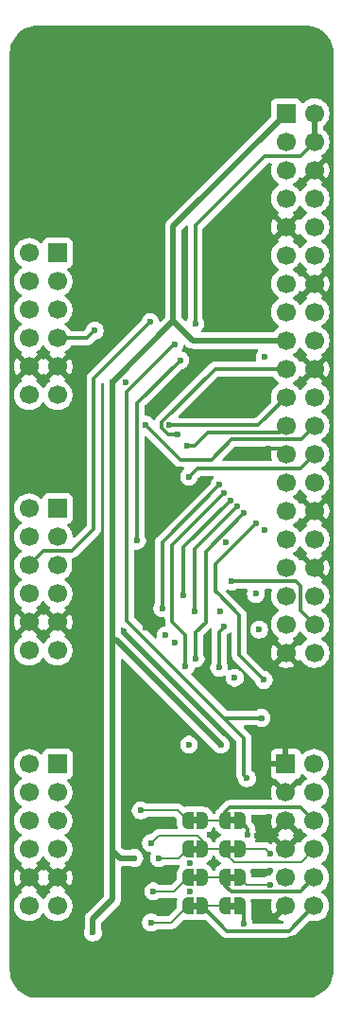
<source format=gbr>
%TF.GenerationSoftware,KiCad,Pcbnew,9.0.7*%
%TF.CreationDate,2026-02-02T21:57:32-08:00*%
%TF.ProjectId,IcePi_Zero_PMOD_Breakout,49636550-695f-45a6-9572-6f5f504d4f44,rev?*%
%TF.SameCoordinates,Original*%
%TF.FileFunction,Copper,L4,Bot*%
%TF.FilePolarity,Positive*%
%FSLAX46Y46*%
G04 Gerber Fmt 4.6, Leading zero omitted, Abs format (unit mm)*
G04 Created by KiCad (PCBNEW 9.0.7) date 2026-02-02 21:57:32*
%MOMM*%
%LPD*%
G01*
G04 APERTURE LIST*
G04 Aperture macros list*
%AMFreePoly0*
4,1,23,0.500000,-0.750000,0.000000,-0.750000,0.000000,-0.745722,-0.065263,-0.745722,-0.191342,-0.711940,-0.304381,-0.646677,-0.396677,-0.554381,-0.461940,-0.441342,-0.495722,-0.315263,-0.495722,-0.250000,-0.500000,-0.250000,-0.500000,0.250000,-0.495722,0.250000,-0.495722,0.315263,-0.461940,0.441342,-0.396677,0.554381,-0.304381,0.646677,-0.191342,0.711940,-0.065263,0.745722,0.000000,0.745722,
0.000000,0.750000,0.500000,0.750000,0.500000,-0.750000,0.500000,-0.750000,$1*%
%AMFreePoly1*
4,1,23,0.000000,0.745722,0.065263,0.745722,0.191342,0.711940,0.304381,0.646677,0.396677,0.554381,0.461940,0.441342,0.495722,0.315263,0.495722,0.250000,0.500000,0.250000,0.500000,-0.250000,0.495722,-0.250000,0.495722,-0.315263,0.461940,-0.441342,0.396677,-0.554381,0.304381,-0.646677,0.191342,-0.711940,0.065263,-0.745722,0.000000,-0.745722,0.000000,-0.750000,-0.500000,-0.750000,
-0.500000,0.750000,0.000000,0.750000,0.000000,0.745722,0.000000,0.745722,$1*%
G04 Aperture macros list end*
%TA.AperFunction,EtchedComponent*%
%ADD10C,0.000000*%
%TD*%
%TA.AperFunction,ComponentPad*%
%ADD11C,5.400000*%
%TD*%
%TA.AperFunction,ComponentPad*%
%ADD12R,1.700000X1.700000*%
%TD*%
%TA.AperFunction,ComponentPad*%
%ADD13C,1.700000*%
%TD*%
%TA.AperFunction,SMDPad,CuDef*%
%ADD14FreePoly0,180.000000*%
%TD*%
%TA.AperFunction,SMDPad,CuDef*%
%ADD15FreePoly1,180.000000*%
%TD*%
%TA.AperFunction,ViaPad*%
%ADD16C,0.600000*%
%TD*%
%TA.AperFunction,Conductor*%
%ADD17C,0.300000*%
%TD*%
%TA.AperFunction,Conductor*%
%ADD18C,0.200000*%
%TD*%
%TA.AperFunction,Conductor*%
%ADD19C,0.500000*%
%TD*%
G04 APERTURE END LIST*
D10*
%TA.AperFunction,EtchedComponent*%
%TO.C,JP7*%
G36*
X86950000Y-111275000D02*
G01*
X86450000Y-111275000D01*
X86450000Y-110675000D01*
X86950000Y-110675000D01*
X86950000Y-111275000D01*
G37*
%TD.AperFunction*%
%TA.AperFunction,EtchedComponent*%
%TO.C,JP2*%
G36*
X83600000Y-108725000D02*
G01*
X83100000Y-108725000D01*
X83100000Y-108125000D01*
X83600000Y-108125000D01*
X83600000Y-108725000D01*
G37*
%TD.AperFunction*%
%TA.AperFunction,EtchedComponent*%
%TO.C,JP8*%
G36*
X86950000Y-113825000D02*
G01*
X86450000Y-113825000D01*
X86450000Y-113225000D01*
X86950000Y-113225000D01*
X86950000Y-113825000D01*
G37*
%TD.AperFunction*%
%TA.AperFunction,EtchedComponent*%
%TO.C,JP1*%
G36*
X83600000Y-106175000D02*
G01*
X83100000Y-106175000D01*
X83100000Y-105575000D01*
X83600000Y-105575000D01*
X83600000Y-106175000D01*
G37*
%TD.AperFunction*%
%TA.AperFunction,EtchedComponent*%
%TO.C,JP3*%
G36*
X83600000Y-111275000D02*
G01*
X83100000Y-111275000D01*
X83100000Y-110675000D01*
X83600000Y-110675000D01*
X83600000Y-111275000D01*
G37*
%TD.AperFunction*%
%TA.AperFunction,EtchedComponent*%
%TO.C,JP6*%
G36*
X86950000Y-108725000D02*
G01*
X86450000Y-108725000D01*
X86450000Y-108125000D01*
X86950000Y-108125000D01*
X86950000Y-108725000D01*
G37*
%TD.AperFunction*%
%TA.AperFunction,EtchedComponent*%
%TO.C,JP4*%
G36*
X83600000Y-113825000D02*
G01*
X83100000Y-113825000D01*
X83100000Y-113225000D01*
X83600000Y-113225000D01*
X83600000Y-113825000D01*
G37*
%TD.AperFunction*%
%TA.AperFunction,EtchedComponent*%
%TO.C,JP5*%
G36*
X86950000Y-106175000D02*
G01*
X86450000Y-106175000D01*
X86450000Y-105575000D01*
X86950000Y-105575000D01*
X86950000Y-106175000D01*
G37*
%TD.AperFunction*%
%TD*%
D11*
%TO.P,H1,1,1*%
%TO.N,GND*%
X69750000Y-37750000D03*
%TD*%
D12*
%TO.P,J1,1,Pin_1*%
%TO.N,/3V3*%
X91497500Y-42620000D03*
D13*
%TO.P,J1,2,Pin_2*%
%TO.N,/5V0*%
X94037500Y-42620000D03*
%TO.P,J1,3,Pin_3*%
%TO.N,/GPIO2*%
X91497500Y-45160000D03*
%TO.P,J1,4,Pin_4*%
%TO.N,/5V0*%
X94037500Y-45160000D03*
%TO.P,J1,5,Pin_5*%
%TO.N,/GPIO3*%
X91497500Y-47700000D03*
%TO.P,J1,6,Pin_6*%
%TO.N,GND*%
X94037500Y-47700000D03*
%TO.P,J1,7,Pin_7*%
%TO.N,/GPIO4*%
X91497500Y-50240000D03*
%TO.P,J1,8,Pin_8*%
%TO.N,/GPIO14*%
X94037500Y-50240000D03*
%TO.P,J1,9,Pin_9*%
%TO.N,GND*%
X91497500Y-52780000D03*
%TO.P,J1,10,Pin_10*%
%TO.N,/GPIO15*%
X94037500Y-52780000D03*
%TO.P,J1,11,Pin_11*%
%TO.N,/GPIO17*%
X91497500Y-55320000D03*
%TO.P,J1,12,Pin_12*%
%TO.N,/GPIO18*%
X94037500Y-55320000D03*
%TO.P,J1,13,Pin_13*%
%TO.N,/GPIO27*%
X91497500Y-57860000D03*
%TO.P,J1,14,Pin_14*%
%TO.N,GND*%
X94037500Y-57860000D03*
%TO.P,J1,15,Pin_15*%
%TO.N,/GPIO22*%
X91497500Y-60400000D03*
%TO.P,J1,16,Pin_16*%
%TO.N,/GPIO23*%
X94037500Y-60400000D03*
%TO.P,J1,17,Pin_17*%
%TO.N,/3V3*%
X91497500Y-62940000D03*
%TO.P,J1,18,Pin_18*%
%TO.N,/GPIO24*%
X94037500Y-62940000D03*
%TO.P,J1,19,Pin_19*%
%TO.N,/GPIO10*%
X91497500Y-65480000D03*
%TO.P,J1,20,Pin_20*%
%TO.N,GND*%
X94037500Y-65480000D03*
%TO.P,J1,21,Pin_21*%
%TO.N,/GPIO9*%
X91497500Y-68020000D03*
%TO.P,J1,22,Pin_22*%
%TO.N,/GPIO25*%
X94037500Y-68020000D03*
%TO.P,J1,23,Pin_23*%
%TO.N,/GPIO11*%
X91497500Y-70560000D03*
%TO.P,J1,24,Pin_24*%
%TO.N,/GPIO8*%
X94037500Y-70560000D03*
%TO.P,J1,25,Pin_25*%
%TO.N,GND*%
X91497500Y-73100000D03*
%TO.P,J1,26,Pin_26*%
%TO.N,/GPIO7*%
X94037500Y-73100000D03*
%TO.P,J1,27,Pin_27*%
%TO.N,/GPIO0*%
X91497500Y-75640000D03*
%TO.P,J1,28,Pin_28*%
%TO.N,/GPIO1*%
X94037500Y-75640000D03*
%TO.P,J1,29,Pin_29*%
%TO.N,/GPIO5*%
X91497500Y-78180000D03*
%TO.P,J1,30,Pin_30*%
%TO.N,GND*%
X94037500Y-78180000D03*
%TO.P,J1,31,Pin_31*%
%TO.N,/GPIO6*%
X91497500Y-80720000D03*
%TO.P,J1,32,Pin_32*%
%TO.N,/GPIO12*%
X94037500Y-80720000D03*
%TO.P,J1,33,Pin_33*%
%TO.N,/GPIO13*%
X91497500Y-83260000D03*
%TO.P,J1,34,Pin_34*%
%TO.N,GND*%
X94037500Y-83260000D03*
%TO.P,J1,35,Pin_35*%
%TO.N,/GPIO19*%
X91497500Y-85800000D03*
%TO.P,J1,36,Pin_36*%
%TO.N,/GPIO16*%
X94037500Y-85800000D03*
%TO.P,J1,37,Pin_37*%
%TO.N,/GPIO26*%
X91497500Y-88340000D03*
%TO.P,J1,38,Pin_38*%
%TO.N,/GPIO20*%
X94037500Y-88340000D03*
%TO.P,J1,39,Pin_39*%
%TO.N,GND*%
X91497500Y-90880000D03*
%TO.P,J1,40,Pin_40*%
%TO.N,/GPIO21*%
X94037500Y-90880000D03*
%TD*%
D12*
%TO.P,J3,1,Pin_1*%
%TO.N,/GPIO8*%
X71020000Y-77970000D03*
D13*
%TO.P,J3,2,Pin_2*%
%TO.N,/GPIO12*%
X68480000Y-77970000D03*
%TO.P,J3,3,Pin_3*%
%TO.N,/GPIO9*%
X71020000Y-80510000D03*
%TO.P,J3,4,Pin_4*%
%TO.N,/GPIO13*%
X68480000Y-80510000D03*
%TO.P,J3,5,Pin_5*%
%TO.N,/GPIO10*%
X71020000Y-83050000D03*
%TO.P,J3,6,Pin_6*%
%TO.N,/GPIO14*%
X68480000Y-83050000D03*
%TO.P,J3,7,Pin_7*%
%TO.N,/GPIO11*%
X71020000Y-85590000D03*
%TO.P,J3,8,Pin_8*%
%TO.N,/GPIO15*%
X68480000Y-85590000D03*
%TO.P,J3,9,Pin_9*%
%TO.N,GND*%
X71020000Y-88130000D03*
%TO.P,J3,10,Pin_10*%
X68480000Y-88130000D03*
%TO.P,J3,11,Pin_11*%
%TO.N,/3V3*%
X71020000Y-90670000D03*
%TO.P,J3,12,Pin_12*%
X68480000Y-90670000D03*
%TD*%
D11*
%TO.P,H5,1,1*%
%TO.N,GND*%
X69750000Y-118750001D03*
%TD*%
D12*
%TO.P,J4,1,Pin_1*%
%TO.N,/GPIO16*%
X71020000Y-100830000D03*
D13*
%TO.P,J4,2,Pin_2*%
%TO.N,/GPIO20*%
X68480000Y-100830000D03*
%TO.P,J4,3,Pin_3*%
%TO.N,/GPIO17*%
X71020000Y-103370000D03*
%TO.P,J4,4,Pin_4*%
%TO.N,/GPIO21*%
X68480000Y-103370000D03*
%TO.P,J4,5,Pin_5*%
%TO.N,/GPIO18*%
X71020000Y-105910000D03*
%TO.P,J4,6,Pin_6*%
%TO.N,/GPIO22*%
X68480000Y-105910000D03*
%TO.P,J4,7,Pin_7*%
%TO.N,/GPIO19*%
X71020000Y-108450000D03*
%TO.P,J4,8,Pin_8*%
%TO.N,/GPIO23*%
X68480000Y-108450000D03*
%TO.P,J4,9,Pin_9*%
%TO.N,GND*%
X71020000Y-110990000D03*
%TO.P,J4,10,Pin_10*%
X68480000Y-110990000D03*
%TO.P,J4,11,Pin_11*%
%TO.N,/3V3*%
X71020000Y-113530000D03*
%TO.P,J4,12,Pin_12*%
X68480000Y-113530000D03*
%TD*%
D11*
%TO.P,H4,1,1*%
%TO.N,GND*%
X92750000Y-95750000D03*
%TD*%
%TO.P,H3,1,1*%
%TO.N,GND*%
X69750000Y-95750000D03*
%TD*%
D12*
%TO.P,J5,1,Pin_1*%
%TO.N,GND*%
X91475000Y-100830000D03*
D13*
%TO.P,J5,2,Pin_2*%
%TO.N,/5V0*%
X94015000Y-100830000D03*
%TO.P,J5,3,Pin_3*%
%TO.N,GND*%
X91475000Y-103370000D03*
%TO.P,J5,4,Pin_4*%
%TO.N,/3V3*%
X94015000Y-103370000D03*
%TO.P,J5,5,Pin_5*%
%TO.N,GND*%
X91475000Y-105910000D03*
%TO.P,J5,6,Pin_6*%
%TO.N,/GPIO24*%
X94015000Y-105910000D03*
%TO.P,J5,7,Pin_7*%
%TO.N,GND*%
X91475000Y-108450000D03*
%TO.P,J5,8,Pin_8*%
%TO.N,/GPIO25*%
X94015000Y-108450000D03*
%TO.P,J5,9,Pin_9*%
%TO.N,GND*%
X91475000Y-110990000D03*
%TO.P,J5,10,Pin_10*%
%TO.N,/GPIO26*%
X94015000Y-110990000D03*
%TO.P,J5,11,Pin_11*%
%TO.N,GND*%
X91475000Y-113530000D03*
%TO.P,J5,12,Pin_12*%
%TO.N,/GPIO27*%
X94015000Y-113530000D03*
%TD*%
D11*
%TO.P,H2,1,1*%
%TO.N,GND*%
X92750000Y-37750000D03*
%TD*%
D12*
%TO.P,J2,1,Pin_1*%
%TO.N,/GPIO0*%
X71020000Y-55110000D03*
D13*
%TO.P,J2,2,Pin_2*%
%TO.N,/GPIO4*%
X68480000Y-55110000D03*
%TO.P,J2,3,Pin_3*%
%TO.N,/GPIO1*%
X71020000Y-57650000D03*
%TO.P,J2,4,Pin_4*%
%TO.N,/GPIO5*%
X68480000Y-57650000D03*
%TO.P,J2,5,Pin_5*%
%TO.N,/GPIO2*%
X71020000Y-60190000D03*
%TO.P,J2,6,Pin_6*%
%TO.N,/GPIO6*%
X68480000Y-60190000D03*
%TO.P,J2,7,Pin_7*%
%TO.N,/GPIO3*%
X71020000Y-62730000D03*
%TO.P,J2,8,Pin_8*%
%TO.N,/GPIO7*%
X68480000Y-62730000D03*
%TO.P,J2,9,Pin_9*%
%TO.N,GND*%
X71020000Y-65270000D03*
%TO.P,J2,10,Pin_10*%
X68480000Y-65270000D03*
%TO.P,J2,11,Pin_11*%
%TO.N,/3V3*%
X71020000Y-67810000D03*
%TO.P,J2,12,Pin_12*%
X68480000Y-67810000D03*
%TD*%
D11*
%TO.P,H6,1,1*%
%TO.N,GND*%
X92750000Y-118750001D03*
%TD*%
D14*
%TO.P,JP7,1,A*%
%TO.N,Net-(JP7-A)*%
X87350000Y-110975000D03*
D15*
%TO.P,JP7,2,B*%
%TO.N,/GPIO26*%
X86050000Y-110975000D03*
%TD*%
D14*
%TO.P,JP2,1,A*%
%TO.N,/GPIO25*%
X84000000Y-108425000D03*
D15*
%TO.P,JP2,2,B*%
%TO.N,Net-(JP2-B)*%
X82700000Y-108425000D03*
%TD*%
D14*
%TO.P,JP8,1,A*%
%TO.N,Net-(JP8-A)*%
X87350000Y-113525000D03*
D15*
%TO.P,JP8,2,B*%
%TO.N,/GPIO27*%
X86050000Y-113525000D03*
%TD*%
D14*
%TO.P,JP1,1,A*%
%TO.N,/GPIO24*%
X84000000Y-105875000D03*
D15*
%TO.P,JP1,2,B*%
%TO.N,Net-(JP1-B)*%
X82700000Y-105875000D03*
%TD*%
D14*
%TO.P,JP3,1,A*%
%TO.N,/GPIO26*%
X84000000Y-110975000D03*
D15*
%TO.P,JP3,2,B*%
%TO.N,Net-(JP3-B)*%
X82700000Y-110975000D03*
%TD*%
D14*
%TO.P,JP6,1,A*%
%TO.N,Net-(JP6-A)*%
X87350000Y-108425000D03*
D15*
%TO.P,JP6,2,B*%
%TO.N,/GPIO25*%
X86050000Y-108425000D03*
%TD*%
D14*
%TO.P,JP4,1,A*%
%TO.N,/GPIO27*%
X84000000Y-113525000D03*
D15*
%TO.P,JP4,2,B*%
%TO.N,Net-(JP4-B)*%
X82700000Y-113525000D03*
%TD*%
D14*
%TO.P,JP5,1,A*%
%TO.N,Net-(JP5-A)*%
X87350000Y-105875000D03*
D15*
%TO.P,JP5,2,B*%
%TO.N,/GPIO24*%
X86050000Y-105875000D03*
%TD*%
D16*
%TO.N,/GPIO14*%
X79325000Y-61300000D03*
%TO.N,/GPIO3*%
X74350000Y-62050000D03*
%TO.N,/GPIO18*%
X82500000Y-92100000D03*
X85975000Y-76575000D03*
%TO.N,/GPIO9*%
X81025000Y-70505000D03*
%TO.N,/GPIO27*%
X89100000Y-88800000D03*
X86525000Y-77225000D03*
X82300000Y-85700000D03*
X86900000Y-93100000D03*
%TO.N,/GPIO7*%
X82800000Y-75125000D03*
%TO.N,/GPIO10*%
X81825000Y-71375000D03*
%TO.N,/5V0*%
X88000000Y-102100000D03*
X89300000Y-96700000D03*
X83375000Y-61425000D03*
X81500000Y-63300000D03*
%TO.N,/GPIO24*%
X88800000Y-79300000D03*
X89500000Y-93300000D03*
X89600000Y-64400000D03*
%TO.N,/GPIO8*%
X78912500Y-70462500D03*
%TO.N,/3V3*%
X77900000Y-109225000D03*
X74200000Y-115900000D03*
X75950000Y-89750000D03*
X75950000Y-66650000D03*
X85650000Y-99100000D03*
%TO.N,/GPIO22*%
X83300000Y-87200000D03*
X87100000Y-77800000D03*
%TO.N,/GPIO15*%
X82025000Y-64700000D03*
X78150000Y-80825000D03*
%TO.N,/GPIO21*%
X81500000Y-90000000D03*
%TO.N,/GPIO17*%
X80400000Y-86900000D03*
X85525000Y-75825000D03*
%TO.N,/GPIO20*%
X86600000Y-84500000D03*
%TO.N,/GPIO26*%
X82800000Y-99100000D03*
%TO.N,/GPIO23*%
X83400000Y-91400000D03*
X87700000Y-78400000D03*
%TO.N,/GPIO25*%
X79400000Y-107900000D03*
X85500000Y-92200000D03*
X85900000Y-88500000D03*
X88800000Y-85600000D03*
X89600000Y-79900000D03*
%TO.N,/GPIO16*%
X80700000Y-89300000D03*
X85600000Y-87200000D03*
%TO.N,/GPIO11*%
X82600000Y-72350000D03*
%TO.N,GND*%
X73300000Y-58700000D03*
X78650000Y-84400000D03*
X74550000Y-80975000D03*
X82900000Y-112225000D03*
X74450000Y-86425000D03*
X89725000Y-98525000D03*
X76975000Y-88975000D03*
X83525000Y-76250000D03*
X90100000Y-110400000D03*
X72500000Y-53000000D03*
X78400000Y-59500000D03*
X84525000Y-90800000D03*
X74800000Y-112400000D03*
X83900000Y-115150000D03*
X80875000Y-101550000D03*
X73025000Y-74275000D03*
X78925000Y-88575000D03*
X79050000Y-110700000D03*
X85000000Y-53000000D03*
X80725000Y-113250000D03*
X95400000Y-107200000D03*
X88750000Y-99675000D03*
X79550000Y-80575000D03*
X86075000Y-80950000D03*
X84825000Y-67275000D03*
X72575000Y-83000000D03*
X80100000Y-51600000D03*
X89900000Y-72600000D03*
X68100000Y-52900000D03*
X82975000Y-63850000D03*
X77875000Y-101400000D03*
X76400000Y-58400000D03*
X84800000Y-109675000D03*
X81550000Y-102450000D03*
X79075000Y-68950000D03*
X89900000Y-103400000D03*
X83550000Y-65475000D03*
X90100000Y-59175000D03*
X89775000Y-48150000D03*
X73050000Y-84625000D03*
X89925000Y-114875000D03*
X77875000Y-106300000D03*
X82425000Y-60100000D03*
X80525000Y-74750000D03*
X90000000Y-105500000D03*
X82875000Y-109700000D03*
X75800000Y-61100000D03*
X84000000Y-104375000D03*
X83200000Y-48600000D03*
X86700000Y-99700000D03*
X84700000Y-107150000D03*
X69775000Y-69175000D03*
X77100000Y-66700000D03*
X86400000Y-55300000D03*
X76325000Y-118125000D03*
X74800000Y-106275000D03*
X86650000Y-102175000D03*
X88875000Y-107200000D03*
X88750000Y-68100000D03*
X83875000Y-99375000D03*
%TO.N,Net-(JP1-B)*%
X78475000Y-104975000D03*
%TO.N,Net-(JP2-B)*%
X80100000Y-109250000D03*
%TO.N,Net-(JP3-B)*%
X79600000Y-112225000D03*
%TO.N,Net-(JP4-B)*%
X79400000Y-115000000D03*
%TO.N,Net-(JP5-A)*%
X88075000Y-107150000D03*
%TO.N,Net-(JP6-A)*%
X90050000Y-108825000D03*
%TO.N,Net-(JP7-A)*%
X90100000Y-111600000D03*
%TO.N,Net-(JP8-A)*%
X87700000Y-115075000D03*
%TD*%
D17*
%TO.N,/GPIO14*%
X69780000Y-81750000D02*
X68480000Y-83050000D01*
X74275000Y-79775000D02*
X72300000Y-81750000D01*
X72300000Y-81750000D02*
X69780000Y-81750000D01*
X74275000Y-66350000D02*
X74275000Y-79775000D01*
X79325000Y-61300000D02*
X74275000Y-66350000D01*
%TO.N,/GPIO3*%
X74350000Y-62050000D02*
X73670000Y-62730000D01*
X73670000Y-62730000D02*
X71020000Y-62730000D01*
%TO.N,/GPIO18*%
X81300000Y-88100000D02*
X81300000Y-81250000D01*
X82500000Y-92100000D02*
X82500000Y-89300000D01*
X82500000Y-89300000D02*
X81300000Y-88100000D01*
X81300000Y-81250000D02*
X85975000Y-76575000D01*
%TO.N,/GPIO9*%
X89012500Y-70505000D02*
X81025000Y-70505000D01*
X91497500Y-68020000D02*
X89012500Y-70505000D01*
D18*
%TO.N,/GPIO27*%
X86050000Y-113525000D02*
X84000000Y-113525000D01*
D17*
X94015000Y-113530000D02*
X91795000Y-115750000D01*
X86525000Y-77225000D02*
X82300000Y-81450000D01*
X86225000Y-115750000D02*
X84000000Y-113525000D01*
X91795000Y-115750000D02*
X86225000Y-115750000D01*
X82300000Y-81450000D02*
X82300000Y-85700000D01*
%TO.N,/GPIO7*%
X82800000Y-75125000D02*
X83550000Y-74375000D01*
X92762500Y-74375000D02*
X94037500Y-73100000D01*
X83550000Y-74375000D02*
X92762500Y-74375000D01*
%TO.N,/GPIO10*%
X80374000Y-70774654D02*
X80374000Y-70235346D01*
X80974346Y-71375000D02*
X80374000Y-70774654D01*
X80374000Y-70235346D02*
X85129346Y-65480000D01*
X85129346Y-65480000D02*
X91497500Y-65480000D01*
X81825000Y-71375000D02*
X80974346Y-71375000D01*
%TO.N,/5V0*%
X87725000Y-100450000D02*
X87725000Y-101825000D01*
X83375000Y-61425000D02*
X83375000Y-52625000D01*
X89300000Y-96700000D02*
X85925000Y-96700000D01*
X85925000Y-96700000D02*
X77250000Y-88025000D01*
D19*
X94037500Y-42620000D02*
X94037500Y-45160000D01*
D17*
X87725000Y-101825000D02*
X88000000Y-102100000D01*
X94037500Y-45162500D02*
X94037500Y-45160000D01*
X87725000Y-98500000D02*
X87725000Y-100450000D01*
X83375000Y-52625000D02*
X89575000Y-46425000D01*
X85925000Y-96700000D02*
X87725000Y-98500000D01*
X92775000Y-46425000D02*
X94037500Y-45162500D01*
X77250000Y-67500000D02*
X81450000Y-63300000D01*
X89575000Y-46425000D02*
X92775000Y-46425000D01*
X77250000Y-88025000D02*
X77250000Y-67500000D01*
%TO.N,/GPIO24*%
X87300000Y-91100000D02*
X89500000Y-93300000D01*
X85400000Y-85600000D02*
X87300000Y-87500000D01*
X85200000Y-82900000D02*
X85200000Y-83000000D01*
X94015000Y-105910000D02*
X92814000Y-104709000D01*
X86461000Y-104709000D02*
X86050000Y-105120000D01*
X85200000Y-85400000D02*
X85400000Y-85600000D01*
X87300000Y-87900000D02*
X87300000Y-91100000D01*
X87300000Y-87500000D02*
X87300000Y-87900000D01*
X85200000Y-83000000D02*
X85200000Y-85400000D01*
X92814000Y-104709000D02*
X86461000Y-104709000D01*
D18*
X86050000Y-105875000D02*
X84000000Y-105875000D01*
D17*
X88800000Y-79300000D02*
X85200000Y-82900000D01*
X86050000Y-105120000D02*
X86050000Y-105875000D01*
%TO.N,/GPIO8*%
X86650000Y-71761000D02*
X92836500Y-71761000D01*
X80211000Y-71761000D02*
X82050000Y-73600000D01*
X82050000Y-73600000D02*
X84811000Y-73600000D01*
X92836500Y-71761000D02*
X94037500Y-70560000D01*
X84811000Y-73600000D02*
X86650000Y-71761000D01*
X78912500Y-70462500D02*
X80211000Y-71761000D01*
D19*
%TO.N,/3V3*%
X81400000Y-61200000D02*
X83150000Y-62950000D01*
X74200000Y-114650000D02*
X75950000Y-112900000D01*
X91497500Y-42620000D02*
X81400000Y-52717500D01*
X81400000Y-61200000D02*
X75950000Y-66650000D01*
X75950000Y-108550000D02*
X76625000Y-109225000D01*
X75950000Y-89750000D02*
X76300000Y-89750000D01*
X75950000Y-112900000D02*
X75950000Y-108550000D01*
X75950000Y-108550000D02*
X75950000Y-89750000D01*
X83150000Y-62950000D02*
X91487500Y-62950000D01*
X74200000Y-115900000D02*
X74200000Y-114650000D01*
X81400000Y-52717500D02*
X81400000Y-61200000D01*
X76625000Y-109225000D02*
X77900000Y-109225000D01*
X75950000Y-89750000D02*
X75950000Y-66650000D01*
X91487500Y-62950000D02*
X91497500Y-62940000D01*
X76300000Y-89750000D02*
X85650000Y-99100000D01*
D17*
%TO.N,/GPIO22*%
X83300000Y-81600000D02*
X87100000Y-77800000D01*
X83300000Y-87200000D02*
X83300000Y-81600000D01*
%TO.N,/GPIO15*%
X78150000Y-68575000D02*
X78150000Y-68625000D01*
X82025000Y-64700000D02*
X78150000Y-68575000D01*
X78150000Y-68625000D02*
X78150000Y-80825000D01*
%TO.N,/GPIO17*%
X80400000Y-80950000D02*
X80400000Y-86900000D01*
X85525000Y-75825000D02*
X80400000Y-80950000D01*
%TO.N,/GPIO20*%
X92400000Y-84500000D02*
X92800000Y-84900000D01*
X86600000Y-84500000D02*
X92400000Y-84500000D01*
X92800000Y-87102500D02*
X94037500Y-88340000D01*
X92800000Y-84900000D02*
X92800000Y-87102500D01*
%TO.N,/GPIO26*%
X86050000Y-111730000D02*
X86050000Y-110975000D01*
D18*
X86050000Y-110975000D02*
X84000000Y-110975000D01*
D17*
X94015000Y-110990000D02*
X92754000Y-112251000D01*
X92754000Y-112251000D02*
X86571000Y-112251000D01*
X86571000Y-112251000D02*
X86050000Y-111730000D01*
%TO.N,/GPIO23*%
X83400000Y-89050000D02*
X84300000Y-88150000D01*
X83400000Y-91400000D02*
X83400000Y-89050000D01*
X84300000Y-88150000D02*
X84300000Y-81800000D01*
X84300000Y-81800000D02*
X87700000Y-78400000D01*
D18*
%TO.N,/GPIO25*%
X94015000Y-108450000D02*
X92864000Y-109601000D01*
X84000000Y-108425000D02*
X84000000Y-107670000D01*
X83580000Y-107250000D02*
X80050000Y-107250000D01*
X84000000Y-107670000D02*
X83580000Y-107250000D01*
X80050000Y-107250000D02*
X79400000Y-107900000D01*
X86050000Y-108425000D02*
X84000000Y-108425000D01*
X86843248Y-109601000D02*
X86050000Y-108807752D01*
D17*
X85500000Y-89000000D02*
X85900000Y-88600000D01*
D18*
X92864000Y-109601000D02*
X86843248Y-109601000D01*
D17*
X85500000Y-92200000D02*
X85500000Y-89000000D01*
D18*
X86050000Y-108807752D02*
X86050000Y-108425000D01*
D17*
%TO.N,/GPIO11*%
X84500000Y-71150000D02*
X83300000Y-72350000D01*
X90907500Y-71150000D02*
X84500000Y-71150000D01*
X91497500Y-70560000D02*
X90907500Y-71150000D01*
X83300000Y-72350000D02*
X82600000Y-72350000D01*
%TO.N,GND*%
X89900000Y-72600000D02*
X90997500Y-72600000D01*
X90997500Y-72600000D02*
X91497500Y-73100000D01*
X86625000Y-95750000D02*
X92750000Y-95750000D01*
X84525000Y-90800000D02*
X84525000Y-93650000D01*
X84525000Y-93650000D02*
X86625000Y-95750000D01*
D18*
%TO.N,Net-(JP1-B)*%
X82700000Y-105875000D02*
X81800000Y-104975000D01*
X81800000Y-104975000D02*
X78475000Y-104975000D01*
%TO.N,Net-(JP2-B)*%
X82700000Y-108425000D02*
X81875000Y-109250000D01*
X81875000Y-109250000D02*
X80100000Y-109250000D01*
%TO.N,Net-(JP3-B)*%
X81450000Y-112225000D02*
X79600000Y-112225000D01*
X82700000Y-110975000D02*
X81450000Y-112225000D01*
%TO.N,Net-(JP4-B)*%
X82700000Y-113525000D02*
X81225000Y-115000000D01*
X81225000Y-115000000D02*
X79400000Y-115000000D01*
D17*
%TO.N,Net-(JP5-A)*%
X88075000Y-107150000D02*
X88075000Y-106600000D01*
X88075000Y-106600000D02*
X87350000Y-105875000D01*
D18*
%TO.N,Net-(JP6-A)*%
X89650000Y-108425000D02*
X90050000Y-108825000D01*
X87350000Y-108425000D02*
X89650000Y-108425000D01*
%TO.N,Net-(JP7-A)*%
X87975000Y-111600000D02*
X90100000Y-111600000D01*
X87350000Y-110975000D02*
X87975000Y-111600000D01*
D17*
%TO.N,Net-(JP8-A)*%
X87700000Y-115075000D02*
X87700000Y-113875000D01*
X87700000Y-113875000D02*
X87350000Y-113525000D01*
%TD*%
%TA.AperFunction,Conductor*%
%TO.N,GND*%
G36*
X92838944Y-88993999D02*
G01*
X92877986Y-89039056D01*
X92882451Y-89047820D01*
X93007390Y-89219786D01*
X93157713Y-89370109D01*
X93329682Y-89495050D01*
X93338446Y-89499516D01*
X93389242Y-89547491D01*
X93406036Y-89615312D01*
X93383498Y-89681447D01*
X93338446Y-89720484D01*
X93329682Y-89724949D01*
X93157713Y-89849890D01*
X93007390Y-90000213D01*
X92882449Y-90172182D01*
X92877702Y-90181499D01*
X92829727Y-90232293D01*
X92761905Y-90249087D01*
X92695771Y-90226548D01*
X92656734Y-90181495D01*
X92652126Y-90172452D01*
X92612770Y-90118282D01*
X92612769Y-90118282D01*
X91980462Y-90750590D01*
X91963425Y-90687007D01*
X91897599Y-90572993D01*
X91804507Y-90479901D01*
X91690493Y-90414075D01*
X91626909Y-90397037D01*
X92259216Y-89764728D01*
X92205047Y-89725373D01*
X92205047Y-89725372D01*
X92196000Y-89720763D01*
X92145206Y-89672788D01*
X92128412Y-89604966D01*
X92150951Y-89538832D01*
X92196008Y-89499793D01*
X92205316Y-89495051D01*
X92306153Y-89421789D01*
X92377286Y-89370109D01*
X92377288Y-89370106D01*
X92377292Y-89370104D01*
X92527604Y-89219792D01*
X92527606Y-89219788D01*
X92527609Y-89219786D01*
X92652548Y-89047820D01*
X92652547Y-89047820D01*
X92652551Y-89047816D01*
X92657014Y-89039054D01*
X92704988Y-88988259D01*
X92772808Y-88971463D01*
X92838944Y-88993999D01*
G37*
%TD.AperFunction*%
%TA.AperFunction,Conductor*%
G36*
X70554075Y-88322993D02*
G01*
X70619901Y-88437007D01*
X70712993Y-88530099D01*
X70827007Y-88595925D01*
X70890590Y-88612962D01*
X70258282Y-89245269D01*
X70258282Y-89245270D01*
X70312452Y-89284626D01*
X70312451Y-89284626D01*
X70321495Y-89289234D01*
X70372292Y-89337208D01*
X70389087Y-89405029D01*
X70366550Y-89471164D01*
X70321499Y-89510202D01*
X70312182Y-89514949D01*
X70140213Y-89639890D01*
X69989890Y-89790213D01*
X69864949Y-89962182D01*
X69860484Y-89970946D01*
X69812509Y-90021742D01*
X69744688Y-90038536D01*
X69678553Y-90015998D01*
X69639516Y-89970946D01*
X69635050Y-89962182D01*
X69510109Y-89790213D01*
X69359786Y-89639890D01*
X69187817Y-89514949D01*
X69178504Y-89510204D01*
X69127707Y-89462230D01*
X69110912Y-89394409D01*
X69133449Y-89328274D01*
X69178507Y-89289232D01*
X69187555Y-89284622D01*
X69241716Y-89245270D01*
X69241717Y-89245270D01*
X68609408Y-88612962D01*
X68672993Y-88595925D01*
X68787007Y-88530099D01*
X68880099Y-88437007D01*
X68945925Y-88322993D01*
X68962962Y-88259408D01*
X69595270Y-88891717D01*
X69595270Y-88891716D01*
X69634622Y-88837554D01*
X69639514Y-88827954D01*
X69687488Y-88777157D01*
X69755308Y-88760361D01*
X69821444Y-88782897D01*
X69860486Y-88827954D01*
X69865375Y-88837550D01*
X69904728Y-88891716D01*
X70537037Y-88259408D01*
X70554075Y-88322993D01*
G37*
%TD.AperFunction*%
%TA.AperFunction,Conductor*%
G36*
X79005703Y-71476095D02*
G01*
X79012181Y-71482127D01*
X79705723Y-72175669D01*
X81635325Y-74105272D01*
X81635326Y-74105273D01*
X81635329Y-74105275D01*
X81635331Y-74105277D01*
X81741873Y-74176465D01*
X81860256Y-74225501D01*
X81860260Y-74225501D01*
X81860261Y-74225502D01*
X81985928Y-74250500D01*
X81985931Y-74250500D01*
X82259146Y-74250500D01*
X82326185Y-74270185D01*
X82371940Y-74322989D01*
X82381884Y-74392147D01*
X82352859Y-74455703D01*
X82328037Y-74477602D01*
X82289711Y-74503210D01*
X82289707Y-74503213D01*
X82178213Y-74614707D01*
X82178210Y-74614711D01*
X82090609Y-74745814D01*
X82090602Y-74745827D01*
X82030264Y-74891498D01*
X82030261Y-74891510D01*
X81999500Y-75046153D01*
X81999500Y-75203846D01*
X82030261Y-75358489D01*
X82030264Y-75358501D01*
X82090602Y-75504172D01*
X82090609Y-75504185D01*
X82178210Y-75635288D01*
X82178213Y-75635292D01*
X82289707Y-75746786D01*
X82289711Y-75746789D01*
X82420814Y-75834390D01*
X82420827Y-75834397D01*
X82538809Y-75883266D01*
X82566503Y-75894737D01*
X82721153Y-75925499D01*
X82721156Y-75925500D01*
X82721158Y-75925500D01*
X82878844Y-75925500D01*
X82878845Y-75925499D01*
X83033497Y-75894737D01*
X83179179Y-75834394D01*
X83310289Y-75746789D01*
X83421789Y-75635289D01*
X83509394Y-75504179D01*
X83569737Y-75358497D01*
X83583079Y-75291417D01*
X83591843Y-75274661D01*
X83595864Y-75256181D01*
X83614605Y-75231146D01*
X83615462Y-75229508D01*
X83616897Y-75228046D01*
X83783127Y-75061816D01*
X83844450Y-75028334D01*
X83870807Y-75025500D01*
X84893059Y-75025500D01*
X84960098Y-75045185D01*
X85005853Y-75097989D01*
X85015797Y-75167147D01*
X84986772Y-75230703D01*
X84980740Y-75237181D01*
X84903213Y-75314707D01*
X84903210Y-75314711D01*
X84815609Y-75445814D01*
X84815602Y-75445827D01*
X84755264Y-75591498D01*
X84755261Y-75591508D01*
X84741920Y-75658579D01*
X84709535Y-75720490D01*
X84707984Y-75722068D01*
X79894726Y-80535326D01*
X79868189Y-80575042D01*
X79845240Y-80609390D01*
X79842352Y-80613712D01*
X79823533Y-80641876D01*
X79774499Y-80760255D01*
X79774497Y-80760261D01*
X79749500Y-80885928D01*
X79749500Y-86395064D01*
X79729815Y-86462103D01*
X79728603Y-86463954D01*
X79690608Y-86520817D01*
X79690602Y-86520828D01*
X79630264Y-86666498D01*
X79630261Y-86666510D01*
X79599500Y-86821153D01*
X79599500Y-86978846D01*
X79630261Y-87133489D01*
X79630264Y-87133501D01*
X79690602Y-87279172D01*
X79690609Y-87279185D01*
X79778210Y-87410288D01*
X79778213Y-87410292D01*
X79889707Y-87521786D01*
X79889711Y-87521789D01*
X80020814Y-87609390D01*
X80020827Y-87609397D01*
X80164279Y-87668816D01*
X80166503Y-87669737D01*
X80298691Y-87696031D01*
X80321153Y-87700499D01*
X80321156Y-87700500D01*
X80321158Y-87700500D01*
X80478842Y-87700500D01*
X80501308Y-87696031D01*
X80570898Y-87702257D01*
X80626076Y-87745119D01*
X80649322Y-87811008D01*
X80649500Y-87817648D01*
X80649500Y-88164071D01*
X80659070Y-88212181D01*
X80669876Y-88266503D01*
X80674499Y-88289744D01*
X80694622Y-88338325D01*
X80696052Y-88342648D01*
X80697087Y-88373205D01*
X80700356Y-88403607D01*
X80698259Y-88407795D01*
X80698418Y-88412477D01*
X80682763Y-88438750D01*
X80669080Y-88466086D01*
X80665053Y-88468475D01*
X80662655Y-88472500D01*
X80635282Y-88486138D01*
X80608991Y-88501738D01*
X80602518Y-88503207D01*
X80466508Y-88530261D01*
X80466498Y-88530264D01*
X80320827Y-88590602D01*
X80320814Y-88590609D01*
X80189711Y-88678210D01*
X80189707Y-88678213D01*
X80078213Y-88789707D01*
X80078210Y-88789711D01*
X79990609Y-88920814D01*
X79990602Y-88920827D01*
X79930264Y-89066498D01*
X79930261Y-89066510D01*
X79899500Y-89221153D01*
X79899500Y-89378846D01*
X79913042Y-89446926D01*
X79906815Y-89516517D01*
X79863952Y-89571695D01*
X79798062Y-89594939D01*
X79730065Y-89578871D01*
X79703744Y-89558798D01*
X77936819Y-87791873D01*
X77903334Y-87730550D01*
X77900500Y-87704192D01*
X77900500Y-81742648D01*
X77920185Y-81675609D01*
X77972989Y-81629854D01*
X78042147Y-81619910D01*
X78048672Y-81621027D01*
X78071158Y-81625500D01*
X78228844Y-81625500D01*
X78228845Y-81625499D01*
X78383497Y-81594737D01*
X78529179Y-81534394D01*
X78660289Y-81446789D01*
X78771789Y-81335289D01*
X78859394Y-81204179D01*
X78919737Y-81058497D01*
X78950500Y-80903842D01*
X78950500Y-80746158D01*
X78950500Y-80746155D01*
X78950499Y-80746153D01*
X78935299Y-80669737D01*
X78919737Y-80591503D01*
X78890861Y-80521789D01*
X78859397Y-80445828D01*
X78859396Y-80445827D01*
X78859394Y-80445821D01*
X78821396Y-80388953D01*
X78800520Y-80322276D01*
X78800500Y-80320064D01*
X78800500Y-71569808D01*
X78820185Y-71502769D01*
X78872989Y-71457014D01*
X78942147Y-71447070D01*
X79005703Y-71476095D01*
G37*
%TD.AperFunction*%
%TA.AperFunction,Conductor*%
G36*
X69821444Y-86243999D02*
G01*
X69860486Y-86289056D01*
X69864951Y-86297820D01*
X69989890Y-86469786D01*
X70140213Y-86620109D01*
X70312179Y-86745048D01*
X70312181Y-86745049D01*
X70312184Y-86745051D01*
X70321493Y-86749794D01*
X70372290Y-86797766D01*
X70389087Y-86865587D01*
X70366552Y-86931722D01*
X70321505Y-86970760D01*
X70312446Y-86975376D01*
X70312440Y-86975380D01*
X70258282Y-87014727D01*
X70258282Y-87014728D01*
X70890591Y-87647037D01*
X70827007Y-87664075D01*
X70712993Y-87729901D01*
X70619901Y-87822993D01*
X70554075Y-87937007D01*
X70537037Y-88000591D01*
X69904728Y-87368282D01*
X69904727Y-87368282D01*
X69865380Y-87422440D01*
X69860483Y-87432051D01*
X69812506Y-87482845D01*
X69744684Y-87499638D01*
X69678550Y-87477098D01*
X69639516Y-87432048D01*
X69634626Y-87422452D01*
X69595270Y-87368282D01*
X69595269Y-87368282D01*
X68962962Y-88000590D01*
X68945925Y-87937007D01*
X68880099Y-87822993D01*
X68787007Y-87729901D01*
X68672993Y-87664075D01*
X68609409Y-87647037D01*
X69241716Y-87014728D01*
X69187547Y-86975373D01*
X69187547Y-86975372D01*
X69178500Y-86970763D01*
X69127706Y-86922788D01*
X69110912Y-86854966D01*
X69133451Y-86788832D01*
X69178508Y-86749793D01*
X69187816Y-86745051D01*
X69295936Y-86666498D01*
X69359786Y-86620109D01*
X69359788Y-86620106D01*
X69359792Y-86620104D01*
X69510104Y-86469792D01*
X69510106Y-86469788D01*
X69510109Y-86469786D01*
X69635048Y-86297820D01*
X69635047Y-86297820D01*
X69635051Y-86297816D01*
X69639514Y-86289054D01*
X69687488Y-86238259D01*
X69755308Y-86221463D01*
X69821444Y-86243999D01*
G37*
%TD.AperFunction*%
%TA.AperFunction,Conductor*%
G36*
X92838944Y-81373999D02*
G01*
X92877986Y-81419056D01*
X92882451Y-81427820D01*
X93007390Y-81599786D01*
X93157713Y-81750109D01*
X93329679Y-81875048D01*
X93329681Y-81875049D01*
X93329684Y-81875051D01*
X93338993Y-81879794D01*
X93389790Y-81927766D01*
X93406587Y-81995587D01*
X93384052Y-82061722D01*
X93339005Y-82100760D01*
X93329946Y-82105376D01*
X93329940Y-82105380D01*
X93275782Y-82144727D01*
X93275782Y-82144728D01*
X93908091Y-82777037D01*
X93844507Y-82794075D01*
X93730493Y-82859901D01*
X93637401Y-82952993D01*
X93571575Y-83067007D01*
X93554537Y-83130591D01*
X92922228Y-82498282D01*
X92922227Y-82498282D01*
X92882880Y-82552440D01*
X92882876Y-82552446D01*
X92878260Y-82561505D01*
X92830281Y-82612297D01*
X92762459Y-82629087D01*
X92696326Y-82606543D01*
X92657294Y-82561493D01*
X92652551Y-82552184D01*
X92652549Y-82552181D01*
X92652548Y-82552179D01*
X92527609Y-82380213D01*
X92377286Y-82229890D01*
X92205320Y-82104951D01*
X92197100Y-82100763D01*
X92196554Y-82100485D01*
X92145759Y-82052512D01*
X92128963Y-81984692D01*
X92151499Y-81918556D01*
X92196554Y-81879515D01*
X92205316Y-81875051D01*
X92310759Y-81798443D01*
X92377286Y-81750109D01*
X92377288Y-81750106D01*
X92377292Y-81750104D01*
X92527604Y-81599792D01*
X92527606Y-81599788D01*
X92527609Y-81599786D01*
X92652548Y-81427820D01*
X92652547Y-81427820D01*
X92652551Y-81427816D01*
X92657014Y-81419054D01*
X92704988Y-81368259D01*
X92772808Y-81351463D01*
X92838944Y-81373999D01*
G37*
%TD.AperFunction*%
%TA.AperFunction,Conductor*%
G36*
X93571575Y-78372993D02*
G01*
X93637401Y-78487007D01*
X93730493Y-78580099D01*
X93844507Y-78645925D01*
X93908090Y-78662962D01*
X93275782Y-79295269D01*
X93275782Y-79295270D01*
X93329952Y-79334626D01*
X93329951Y-79334626D01*
X93338995Y-79339234D01*
X93389792Y-79387208D01*
X93406587Y-79455029D01*
X93384050Y-79521164D01*
X93338999Y-79560202D01*
X93329682Y-79564949D01*
X93157713Y-79689890D01*
X93007390Y-79840213D01*
X92882449Y-80012182D01*
X92877984Y-80020946D01*
X92830009Y-80071742D01*
X92762188Y-80088536D01*
X92696053Y-80065998D01*
X92657016Y-80020946D01*
X92652550Y-80012182D01*
X92527609Y-79840213D01*
X92377286Y-79689890D01*
X92205320Y-79564951D01*
X92204615Y-79564591D01*
X92196554Y-79560485D01*
X92145759Y-79512512D01*
X92128963Y-79444692D01*
X92151499Y-79378556D01*
X92196554Y-79339515D01*
X92205316Y-79335051D01*
X92237804Y-79311447D01*
X92377286Y-79210109D01*
X92377288Y-79210106D01*
X92377292Y-79210104D01*
X92527604Y-79059792D01*
X92527606Y-79059788D01*
X92527609Y-79059786D01*
X92613390Y-78941717D01*
X92652551Y-78887816D01*
X92657293Y-78878508D01*
X92705263Y-78827711D01*
X92773083Y-78810911D01*
X92839219Y-78833445D01*
X92878263Y-78878500D01*
X92882873Y-78887547D01*
X92922228Y-78941716D01*
X93554537Y-78309408D01*
X93571575Y-78372993D01*
G37*
%TD.AperFunction*%
%TA.AperFunction,Conductor*%
G36*
X92838944Y-76293999D02*
G01*
X92877984Y-76339054D01*
X92879233Y-76341504D01*
X92882451Y-76347820D01*
X93007390Y-76519786D01*
X93157713Y-76670109D01*
X93329679Y-76795048D01*
X93329681Y-76795049D01*
X93329684Y-76795051D01*
X93338993Y-76799794D01*
X93389790Y-76847766D01*
X93406587Y-76915587D01*
X93384052Y-76981722D01*
X93339005Y-77020760D01*
X93329946Y-77025376D01*
X93329940Y-77025380D01*
X93275782Y-77064727D01*
X93275782Y-77064728D01*
X93908091Y-77697037D01*
X93844507Y-77714075D01*
X93730493Y-77779901D01*
X93637401Y-77872993D01*
X93571575Y-77987007D01*
X93554537Y-78050591D01*
X92922228Y-77418282D01*
X92922227Y-77418282D01*
X92882880Y-77472440D01*
X92882876Y-77472446D01*
X92878260Y-77481505D01*
X92830281Y-77532297D01*
X92762459Y-77549087D01*
X92696326Y-77526543D01*
X92657294Y-77481493D01*
X92652551Y-77472184D01*
X92652549Y-77472181D01*
X92652548Y-77472179D01*
X92527609Y-77300213D01*
X92377286Y-77149890D01*
X92205320Y-77024951D01*
X92197100Y-77020763D01*
X92196554Y-77020485D01*
X92145759Y-76972512D01*
X92128963Y-76904692D01*
X92151499Y-76838556D01*
X92196554Y-76799515D01*
X92205316Y-76795051D01*
X92250185Y-76762452D01*
X92377286Y-76670109D01*
X92377288Y-76670106D01*
X92377292Y-76670104D01*
X92527604Y-76519792D01*
X92527606Y-76519788D01*
X92527609Y-76519786D01*
X92652548Y-76347820D01*
X92652547Y-76347820D01*
X92652551Y-76347816D01*
X92657014Y-76339054D01*
X92704988Y-76288259D01*
X92772808Y-76271463D01*
X92838944Y-76293999D01*
G37*
%TD.AperFunction*%
%TA.AperFunction,Conductor*%
G36*
X90198398Y-72431185D02*
G01*
X90244153Y-72483989D01*
X90254097Y-72553147D01*
X90247544Y-72577026D01*
X90247911Y-72577146D01*
X90180742Y-72783869D01*
X90180742Y-72783872D01*
X90147500Y-72993753D01*
X90147500Y-73206246D01*
X90180742Y-73416127D01*
X90180742Y-73416130D01*
X90228198Y-73562182D01*
X90230193Y-73632023D01*
X90194113Y-73691856D01*
X90131412Y-73722684D01*
X90110267Y-73724500D01*
X85905808Y-73724500D01*
X85838769Y-73704815D01*
X85793014Y-73652011D01*
X85783070Y-73582853D01*
X85812095Y-73519297D01*
X85818127Y-73512819D01*
X86883127Y-72447819D01*
X86944450Y-72414334D01*
X86970808Y-72411500D01*
X90131359Y-72411500D01*
X90198398Y-72431185D01*
G37*
%TD.AperFunction*%
%TA.AperFunction,Conductor*%
G36*
X82454110Y-63332650D02*
G01*
X82500538Y-63361906D01*
X82671578Y-63532947D01*
X82671581Y-63532950D01*
X82671584Y-63532952D01*
X82738678Y-63577782D01*
X82794505Y-63615084D01*
X82851080Y-63638518D01*
X82931088Y-63671659D01*
X83033607Y-63692051D01*
X83059813Y-63697263D01*
X83076081Y-63700500D01*
X83076082Y-63700500D01*
X83076083Y-63700500D01*
X83223918Y-63700500D01*
X88872650Y-63700500D01*
X88939689Y-63720185D01*
X88985444Y-63772989D01*
X88995388Y-63842147D01*
X88975752Y-63893391D01*
X88890609Y-64020814D01*
X88890602Y-64020827D01*
X88830264Y-64166498D01*
X88830261Y-64166510D01*
X88799500Y-64321153D01*
X88799500Y-64478846D01*
X88830261Y-64633489D01*
X88830264Y-64633501D01*
X88840432Y-64658048D01*
X88847901Y-64727517D01*
X88816626Y-64789996D01*
X88756537Y-64825648D01*
X88725871Y-64829500D01*
X85065275Y-64829500D01*
X84939607Y-64854497D01*
X84939601Y-64854499D01*
X84821220Y-64903534D01*
X84714672Y-64974726D01*
X84714671Y-64974727D01*
X79868722Y-69820677D01*
X79848668Y-69850692D01*
X79846124Y-69854500D01*
X79797535Y-69927219D01*
X79776274Y-69978546D01*
X79772524Y-69985170D01*
X79752683Y-70004407D01*
X79735340Y-70025929D01*
X79727951Y-70028387D01*
X79722363Y-70033807D01*
X79695270Y-70039264D01*
X79669045Y-70047993D01*
X79661501Y-70046067D01*
X79653869Y-70047605D01*
X79628124Y-70037548D01*
X79601346Y-70030713D01*
X79594839Y-70024545D01*
X79588789Y-70022182D01*
X79580982Y-70011411D01*
X79561519Y-69992963D01*
X79534289Y-69952211D01*
X79534286Y-69952207D01*
X79422792Y-69840713D01*
X79422788Y-69840710D01*
X79291685Y-69753109D01*
X79291672Y-69753102D01*
X79146001Y-69692764D01*
X79145989Y-69692761D01*
X78991345Y-69662000D01*
X78991342Y-69662000D01*
X78924500Y-69662000D01*
X78857461Y-69642315D01*
X78811706Y-69589511D01*
X78800500Y-69538000D01*
X78800500Y-68895807D01*
X78820185Y-68828768D01*
X78836814Y-68808131D01*
X82127931Y-65517013D01*
X82189252Y-65483530D01*
X82191317Y-65483099D01*
X82258497Y-65469737D01*
X82404179Y-65409394D01*
X82535289Y-65321789D01*
X82646789Y-65210289D01*
X82734394Y-65079179D01*
X82794737Y-64933497D01*
X82825500Y-64778842D01*
X82825500Y-64621158D01*
X82825500Y-64621155D01*
X82825499Y-64621153D01*
X82815418Y-64570471D01*
X82794737Y-64466503D01*
X82787858Y-64449896D01*
X82734397Y-64320827D01*
X82734390Y-64320814D01*
X82646789Y-64189711D01*
X82646786Y-64189707D01*
X82535292Y-64078213D01*
X82535288Y-64078210D01*
X82404185Y-63990609D01*
X82404172Y-63990602D01*
X82258501Y-63930264D01*
X82258495Y-63930262D01*
X82249077Y-63928389D01*
X82187167Y-63896001D01*
X82152595Y-63835285D01*
X82156337Y-63765515D01*
X82170171Y-63737880D01*
X82209389Y-63679187D01*
X82209390Y-63679184D01*
X82209394Y-63679179D01*
X82269737Y-63533497D01*
X82285239Y-63455562D01*
X82291240Y-63425396D01*
X82323625Y-63363485D01*
X82384340Y-63328911D01*
X82454110Y-63332650D01*
G37*
%TD.AperFunction*%
%TA.AperFunction,Conductor*%
G36*
X90304921Y-66150185D02*
G01*
X90338599Y-66184591D01*
X90339585Y-66183875D01*
X90467390Y-66359786D01*
X90617713Y-66510109D01*
X90789682Y-66635050D01*
X90798446Y-66639516D01*
X90849242Y-66687491D01*
X90866036Y-66755312D01*
X90843498Y-66821447D01*
X90798446Y-66860484D01*
X90789682Y-66864949D01*
X90617713Y-66989890D01*
X90467390Y-67140213D01*
X90342451Y-67312179D01*
X90245944Y-67501585D01*
X90180253Y-67703760D01*
X90147000Y-67913713D01*
X90147000Y-68126286D01*
X90181016Y-68341055D01*
X90179377Y-68341314D01*
X90176238Y-68403883D01*
X90146842Y-68450710D01*
X88779373Y-69818181D01*
X88718050Y-69851666D01*
X88691692Y-69854500D01*
X81974154Y-69854500D01*
X81907115Y-69834815D01*
X81861360Y-69782011D01*
X81851416Y-69712853D01*
X81880441Y-69649297D01*
X81886473Y-69642819D01*
X85362473Y-66166819D01*
X85423796Y-66133334D01*
X85450154Y-66130500D01*
X90237882Y-66130500D01*
X90304921Y-66150185D01*
G37*
%TD.AperFunction*%
%TA.AperFunction,Conductor*%
G36*
X93571575Y-65672993D02*
G01*
X93637401Y-65787007D01*
X93730493Y-65880099D01*
X93844507Y-65945925D01*
X93908090Y-65962962D01*
X93275782Y-66595269D01*
X93275782Y-66595270D01*
X93329952Y-66634626D01*
X93329951Y-66634626D01*
X93338995Y-66639234D01*
X93389792Y-66687208D01*
X93406587Y-66755029D01*
X93384050Y-66821164D01*
X93338999Y-66860202D01*
X93329682Y-66864949D01*
X93157713Y-66989890D01*
X93007390Y-67140213D01*
X92882449Y-67312182D01*
X92877984Y-67320946D01*
X92830009Y-67371742D01*
X92762188Y-67388536D01*
X92696053Y-67365998D01*
X92657016Y-67320946D01*
X92652550Y-67312182D01*
X92527609Y-67140213D01*
X92377286Y-66989890D01*
X92205320Y-66864951D01*
X92204615Y-66864591D01*
X92196554Y-66860485D01*
X92145759Y-66812512D01*
X92128963Y-66744692D01*
X92151499Y-66678556D01*
X92196554Y-66639515D01*
X92205316Y-66635051D01*
X92343839Y-66534409D01*
X92377286Y-66510109D01*
X92377288Y-66510106D01*
X92377292Y-66510104D01*
X92527604Y-66359792D01*
X92527606Y-66359788D01*
X92527609Y-66359786D01*
X92613390Y-66241717D01*
X92652551Y-66187816D01*
X92657293Y-66178508D01*
X92705263Y-66127711D01*
X92773083Y-66110911D01*
X92839219Y-66133445D01*
X92878263Y-66178500D01*
X92882873Y-66187547D01*
X92922228Y-66241716D01*
X93554537Y-65609408D01*
X93571575Y-65672993D01*
G37*
%TD.AperFunction*%
%TA.AperFunction,Conductor*%
G36*
X92838944Y-63593999D02*
G01*
X92877986Y-63639056D01*
X92882451Y-63647820D01*
X93007390Y-63819786D01*
X93157713Y-63970109D01*
X93329679Y-64095048D01*
X93329681Y-64095049D01*
X93329684Y-64095051D01*
X93338993Y-64099794D01*
X93389790Y-64147766D01*
X93406587Y-64215587D01*
X93384052Y-64281722D01*
X93339005Y-64320760D01*
X93329946Y-64325376D01*
X93329940Y-64325380D01*
X93275782Y-64364727D01*
X93275782Y-64364728D01*
X93908091Y-64997037D01*
X93844507Y-65014075D01*
X93730493Y-65079901D01*
X93637401Y-65172993D01*
X93571575Y-65287007D01*
X93554537Y-65350591D01*
X92922228Y-64718282D01*
X92922227Y-64718282D01*
X92882880Y-64772440D01*
X92882876Y-64772446D01*
X92878260Y-64781505D01*
X92830281Y-64832297D01*
X92762459Y-64849087D01*
X92696326Y-64826543D01*
X92657294Y-64781493D01*
X92652551Y-64772184D01*
X92652549Y-64772181D01*
X92652548Y-64772179D01*
X92527609Y-64600213D01*
X92377286Y-64449890D01*
X92205320Y-64324951D01*
X92204615Y-64324591D01*
X92196554Y-64320485D01*
X92145759Y-64272512D01*
X92128963Y-64204692D01*
X92151499Y-64138556D01*
X92196554Y-64099515D01*
X92205316Y-64095051D01*
X92249723Y-64062788D01*
X92377286Y-63970109D01*
X92377288Y-63970106D01*
X92377292Y-63970104D01*
X92527604Y-63819792D01*
X92527606Y-63819788D01*
X92527609Y-63819786D01*
X92652548Y-63647820D01*
X92652547Y-63647820D01*
X92652551Y-63647816D01*
X92657014Y-63639054D01*
X92704988Y-63588259D01*
X92772808Y-63571463D01*
X92838944Y-63593999D01*
G37*
%TD.AperFunction*%
%TA.AperFunction,Conductor*%
G36*
X90176781Y-47095185D02*
G01*
X90222536Y-47147989D01*
X90232480Y-47217147D01*
X90227673Y-47237818D01*
X90180253Y-47383760D01*
X90147000Y-47593713D01*
X90147000Y-47806286D01*
X90180253Y-48016239D01*
X90245944Y-48218414D01*
X90342451Y-48407820D01*
X90467390Y-48579786D01*
X90617713Y-48730109D01*
X90789682Y-48855050D01*
X90798446Y-48859516D01*
X90849242Y-48907491D01*
X90866036Y-48975312D01*
X90843498Y-49041447D01*
X90798446Y-49080484D01*
X90789682Y-49084949D01*
X90617713Y-49209890D01*
X90467390Y-49360213D01*
X90342451Y-49532179D01*
X90245944Y-49721585D01*
X90180253Y-49923760D01*
X90147000Y-50133713D01*
X90147000Y-50346286D01*
X90180253Y-50556239D01*
X90245944Y-50758414D01*
X90342451Y-50947820D01*
X90467390Y-51119786D01*
X90617713Y-51270109D01*
X90789679Y-51395048D01*
X90789681Y-51395049D01*
X90789684Y-51395051D01*
X90798993Y-51399794D01*
X90849790Y-51447766D01*
X90866587Y-51515587D01*
X90844052Y-51581722D01*
X90799005Y-51620760D01*
X90789946Y-51625376D01*
X90789940Y-51625380D01*
X90735782Y-51664727D01*
X90735782Y-51664728D01*
X91368091Y-52297037D01*
X91304507Y-52314075D01*
X91190493Y-52379901D01*
X91097401Y-52472993D01*
X91031575Y-52587007D01*
X91014537Y-52650591D01*
X90382228Y-52018282D01*
X90382227Y-52018282D01*
X90342880Y-52072439D01*
X90246404Y-52261782D01*
X90180742Y-52463869D01*
X90180742Y-52463872D01*
X90147500Y-52673753D01*
X90147500Y-52886246D01*
X90180742Y-53096127D01*
X90180742Y-53096130D01*
X90246404Y-53298217D01*
X90342875Y-53487550D01*
X90382228Y-53541716D01*
X91014537Y-52909408D01*
X91031575Y-52972993D01*
X91097401Y-53087007D01*
X91190493Y-53180099D01*
X91304507Y-53245925D01*
X91368090Y-53262962D01*
X90735782Y-53895269D01*
X90735782Y-53895270D01*
X90789952Y-53934626D01*
X90789951Y-53934626D01*
X90798995Y-53939234D01*
X90849792Y-53987208D01*
X90866587Y-54055029D01*
X90844050Y-54121164D01*
X90798999Y-54160202D01*
X90789682Y-54164949D01*
X90617713Y-54289890D01*
X90467390Y-54440213D01*
X90342451Y-54612179D01*
X90245944Y-54801585D01*
X90180253Y-55003760D01*
X90147000Y-55213713D01*
X90147000Y-55426286D01*
X90179013Y-55628412D01*
X90180254Y-55636243D01*
X90239252Y-55817820D01*
X90245944Y-55838414D01*
X90342451Y-56027820D01*
X90467390Y-56199786D01*
X90617713Y-56350109D01*
X90789682Y-56475050D01*
X90798446Y-56479516D01*
X90849242Y-56527491D01*
X90866036Y-56595312D01*
X90843498Y-56661447D01*
X90798446Y-56700484D01*
X90789682Y-56704949D01*
X90617713Y-56829890D01*
X90467390Y-56980213D01*
X90342451Y-57152179D01*
X90245944Y-57341585D01*
X90180253Y-57543760D01*
X90147000Y-57753713D01*
X90147000Y-57966286D01*
X90180235Y-58176127D01*
X90180254Y-58176243D01*
X90239252Y-58357820D01*
X90245944Y-58378414D01*
X90342451Y-58567820D01*
X90467390Y-58739786D01*
X90617713Y-58890109D01*
X90789682Y-59015050D01*
X90798446Y-59019516D01*
X90849242Y-59067491D01*
X90866036Y-59135312D01*
X90843498Y-59201447D01*
X90798446Y-59240484D01*
X90789682Y-59244949D01*
X90617713Y-59369890D01*
X90467390Y-59520213D01*
X90342451Y-59692179D01*
X90245944Y-59881585D01*
X90180253Y-60083760D01*
X90147000Y-60293713D01*
X90147000Y-60506287D01*
X90150798Y-60530264D01*
X90179013Y-60708412D01*
X90180254Y-60716243D01*
X90239252Y-60897820D01*
X90245944Y-60918414D01*
X90342451Y-61107820D01*
X90467390Y-61279786D01*
X90617713Y-61430109D01*
X90789682Y-61555050D01*
X90798446Y-61559516D01*
X90849242Y-61607491D01*
X90866036Y-61675312D01*
X90843498Y-61741447D01*
X90798446Y-61780484D01*
X90789682Y-61784949D01*
X90617713Y-61909890D01*
X90467392Y-62060211D01*
X90403333Y-62148384D01*
X90348003Y-62191051D01*
X90303014Y-62199500D01*
X84031941Y-62199500D01*
X83964902Y-62179815D01*
X83919147Y-62127011D01*
X83909203Y-62057853D01*
X83938228Y-61994297D01*
X83944260Y-61987819D01*
X83996786Y-61935292D01*
X83996789Y-61935289D01*
X84084394Y-61804179D01*
X84144737Y-61658497D01*
X84175500Y-61503842D01*
X84175500Y-61346158D01*
X84175500Y-61346155D01*
X84175499Y-61346153D01*
X84174395Y-61340602D01*
X84144737Y-61191503D01*
X84110073Y-61107816D01*
X84084397Y-61045828D01*
X84084396Y-61045827D01*
X84084394Y-61045821D01*
X84046396Y-60988953D01*
X84025520Y-60922276D01*
X84025500Y-60920064D01*
X84025500Y-52945808D01*
X84045185Y-52878769D01*
X84061819Y-52858127D01*
X89808127Y-47111819D01*
X89835054Y-47097115D01*
X89860873Y-47080523D01*
X89867073Y-47079631D01*
X89869450Y-47078334D01*
X89895808Y-47075500D01*
X90109742Y-47075500D01*
X90176781Y-47095185D01*
G37*
%TD.AperFunction*%
%TA.AperFunction,Conductor*%
G36*
X82643834Y-52637547D02*
G01*
X82699767Y-52679419D01*
X82724184Y-52744883D01*
X82724500Y-52753729D01*
X82724500Y-60920064D01*
X82704815Y-60987103D01*
X82703603Y-60988954D01*
X82665608Y-61045817D01*
X82665604Y-61045825D01*
X82631646Y-61127808D01*
X82587805Y-61182211D01*
X82521511Y-61204276D01*
X82453811Y-61186997D01*
X82429404Y-61168036D01*
X82186819Y-60925451D01*
X82153334Y-60864128D01*
X82150500Y-60837770D01*
X82150500Y-53079729D01*
X82170185Y-53012690D01*
X82186819Y-52992048D01*
X82512819Y-52666048D01*
X82574142Y-52632563D01*
X82643834Y-52637547D01*
G37*
%TD.AperFunction*%
%TA.AperFunction,Conductor*%
G36*
X93571575Y-58052993D02*
G01*
X93637401Y-58167007D01*
X93730493Y-58260099D01*
X93844507Y-58325925D01*
X93908090Y-58342962D01*
X93275782Y-58975269D01*
X93275782Y-58975270D01*
X93329952Y-59014626D01*
X93329951Y-59014626D01*
X93338995Y-59019234D01*
X93389792Y-59067208D01*
X93406587Y-59135029D01*
X93384050Y-59201164D01*
X93338999Y-59240202D01*
X93329682Y-59244949D01*
X93157713Y-59369890D01*
X93007390Y-59520213D01*
X92882449Y-59692182D01*
X92877984Y-59700946D01*
X92830009Y-59751742D01*
X92762188Y-59768536D01*
X92696053Y-59745998D01*
X92657016Y-59700946D01*
X92652550Y-59692182D01*
X92527609Y-59520213D01*
X92377286Y-59369890D01*
X92205320Y-59244951D01*
X92204615Y-59244591D01*
X92196554Y-59240485D01*
X92145759Y-59192512D01*
X92128963Y-59124692D01*
X92151499Y-59058556D01*
X92196554Y-59019515D01*
X92205316Y-59015051D01*
X92237804Y-58991447D01*
X92377286Y-58890109D01*
X92377288Y-58890106D01*
X92377292Y-58890104D01*
X92527604Y-58739792D01*
X92527606Y-58739788D01*
X92527609Y-58739786D01*
X92613390Y-58621717D01*
X92652551Y-58567816D01*
X92657293Y-58558508D01*
X92705263Y-58507711D01*
X92773083Y-58490911D01*
X92839219Y-58513445D01*
X92878263Y-58558500D01*
X92882873Y-58567547D01*
X92922228Y-58621716D01*
X93554537Y-57989408D01*
X93571575Y-58052993D01*
G37*
%TD.AperFunction*%
%TA.AperFunction,Conductor*%
G36*
X92838944Y-55973999D02*
G01*
X92877986Y-56019056D01*
X92882451Y-56027820D01*
X93007390Y-56199786D01*
X93157713Y-56350109D01*
X93329679Y-56475048D01*
X93329681Y-56475049D01*
X93329684Y-56475051D01*
X93338993Y-56479794D01*
X93389790Y-56527766D01*
X93406587Y-56595587D01*
X93384052Y-56661722D01*
X93339005Y-56700760D01*
X93329946Y-56705376D01*
X93329940Y-56705380D01*
X93275782Y-56744727D01*
X93275782Y-56744728D01*
X93908091Y-57377037D01*
X93844507Y-57394075D01*
X93730493Y-57459901D01*
X93637401Y-57552993D01*
X93571575Y-57667007D01*
X93554537Y-57730591D01*
X92922228Y-57098282D01*
X92922227Y-57098282D01*
X92882880Y-57152440D01*
X92882876Y-57152446D01*
X92878260Y-57161505D01*
X92830281Y-57212297D01*
X92762459Y-57229087D01*
X92696326Y-57206543D01*
X92657294Y-57161493D01*
X92652551Y-57152184D01*
X92652549Y-57152181D01*
X92652548Y-57152179D01*
X92527609Y-56980213D01*
X92377286Y-56829890D01*
X92205320Y-56704951D01*
X92197100Y-56700763D01*
X92196554Y-56700485D01*
X92145759Y-56652512D01*
X92128963Y-56584692D01*
X92151499Y-56518556D01*
X92196554Y-56479515D01*
X92205316Y-56475051D01*
X92237804Y-56451447D01*
X92377286Y-56350109D01*
X92377288Y-56350106D01*
X92377292Y-56350104D01*
X92527604Y-56199792D01*
X92527606Y-56199788D01*
X92527609Y-56199786D01*
X92652548Y-56027820D01*
X92652547Y-56027820D01*
X92652551Y-56027816D01*
X92657014Y-56019054D01*
X92704988Y-55968259D01*
X92772808Y-55951463D01*
X92838944Y-55973999D01*
G37*
%TD.AperFunction*%
%TA.AperFunction,Conductor*%
G36*
X92612770Y-53541717D02*
G01*
X92612770Y-53541716D01*
X92652122Y-53487555D01*
X92656732Y-53478507D01*
X92704705Y-53427709D01*
X92772525Y-53410912D01*
X92838661Y-53433447D01*
X92877704Y-53478504D01*
X92882449Y-53487817D01*
X93007390Y-53659786D01*
X93157713Y-53810109D01*
X93329682Y-53935050D01*
X93338446Y-53939516D01*
X93389242Y-53987491D01*
X93406036Y-54055312D01*
X93383498Y-54121447D01*
X93338446Y-54160484D01*
X93329682Y-54164949D01*
X93157713Y-54289890D01*
X93007390Y-54440213D01*
X92882449Y-54612182D01*
X92877984Y-54620946D01*
X92830009Y-54671742D01*
X92762188Y-54688536D01*
X92696053Y-54665998D01*
X92657016Y-54620946D01*
X92652550Y-54612182D01*
X92527609Y-54440213D01*
X92377286Y-54289890D01*
X92205317Y-54164949D01*
X92196004Y-54160204D01*
X92145207Y-54112230D01*
X92128412Y-54044409D01*
X92150949Y-53978274D01*
X92196007Y-53939232D01*
X92205055Y-53934622D01*
X92259216Y-53895270D01*
X92259217Y-53895270D01*
X91626908Y-53262962D01*
X91690493Y-53245925D01*
X91804507Y-53180099D01*
X91897599Y-53087007D01*
X91963425Y-52972993D01*
X91980462Y-52909408D01*
X92612770Y-53541717D01*
G37*
%TD.AperFunction*%
%TA.AperFunction,Conductor*%
G36*
X92838944Y-50893999D02*
G01*
X92877986Y-50939056D01*
X92882451Y-50947820D01*
X93007390Y-51119786D01*
X93157713Y-51270109D01*
X93329682Y-51395050D01*
X93338446Y-51399516D01*
X93389242Y-51447491D01*
X93406036Y-51515312D01*
X93383498Y-51581447D01*
X93338446Y-51620484D01*
X93329682Y-51624949D01*
X93157713Y-51749890D01*
X93007390Y-51900213D01*
X92882449Y-52072182D01*
X92877702Y-52081499D01*
X92829727Y-52132293D01*
X92761905Y-52149087D01*
X92695771Y-52126548D01*
X92656734Y-52081495D01*
X92652126Y-52072452D01*
X92612770Y-52018282D01*
X92612769Y-52018282D01*
X91980462Y-52650590D01*
X91963425Y-52587007D01*
X91897599Y-52472993D01*
X91804507Y-52379901D01*
X91690493Y-52314075D01*
X91626909Y-52297037D01*
X92259216Y-51664728D01*
X92205047Y-51625373D01*
X92205047Y-51625372D01*
X92196000Y-51620763D01*
X92145206Y-51572788D01*
X92128412Y-51504966D01*
X92150951Y-51438832D01*
X92196008Y-51399793D01*
X92205316Y-51395051D01*
X92284507Y-51337515D01*
X92377286Y-51270109D01*
X92377288Y-51270106D01*
X92377292Y-51270104D01*
X92527604Y-51119792D01*
X92527606Y-51119788D01*
X92527609Y-51119786D01*
X92652548Y-50947820D01*
X92652547Y-50947820D01*
X92652551Y-50947816D01*
X92657014Y-50939054D01*
X92704988Y-50888259D01*
X92772808Y-50871463D01*
X92838944Y-50893999D01*
G37*
%TD.AperFunction*%
%TA.AperFunction,Conductor*%
G36*
X93571575Y-47892993D02*
G01*
X93637401Y-48007007D01*
X93730493Y-48100099D01*
X93844507Y-48165925D01*
X93908090Y-48182962D01*
X93275782Y-48815269D01*
X93275782Y-48815270D01*
X93329952Y-48854626D01*
X93329951Y-48854626D01*
X93338995Y-48859234D01*
X93389792Y-48907208D01*
X93406587Y-48975029D01*
X93384050Y-49041164D01*
X93338999Y-49080202D01*
X93329682Y-49084949D01*
X93157713Y-49209890D01*
X93007390Y-49360213D01*
X92882449Y-49532182D01*
X92877984Y-49540946D01*
X92830009Y-49591742D01*
X92762188Y-49608536D01*
X92696053Y-49585998D01*
X92657016Y-49540946D01*
X92652550Y-49532182D01*
X92527609Y-49360213D01*
X92377286Y-49209890D01*
X92205320Y-49084951D01*
X92204615Y-49084591D01*
X92196554Y-49080485D01*
X92145759Y-49032512D01*
X92128963Y-48964692D01*
X92151499Y-48898556D01*
X92196554Y-48859515D01*
X92205316Y-48855051D01*
X92260072Y-48815269D01*
X92377286Y-48730109D01*
X92377288Y-48730106D01*
X92377292Y-48730104D01*
X92527604Y-48579792D01*
X92527606Y-48579788D01*
X92527609Y-48579786D01*
X92613390Y-48461717D01*
X92652551Y-48407816D01*
X92657293Y-48398508D01*
X92705263Y-48347711D01*
X92773083Y-48330911D01*
X92839219Y-48353445D01*
X92878263Y-48398500D01*
X92882873Y-48407547D01*
X92922228Y-48461716D01*
X93554537Y-47829408D01*
X93571575Y-47892993D01*
G37*
%TD.AperFunction*%
%TA.AperFunction,Conductor*%
G36*
X90116057Y-112909425D02*
G01*
X90143779Y-112914223D01*
X90149133Y-112919137D01*
X90156106Y-112921185D01*
X90174525Y-112942442D01*
X90195254Y-112961467D01*
X90197101Y-112968496D01*
X90201861Y-112973989D01*
X90205864Y-113001835D01*
X90213016Y-113029041D01*
X90211246Y-113039264D01*
X90211805Y-113043147D01*
X90206998Y-113063818D01*
X90158242Y-113213869D01*
X90158242Y-113213872D01*
X90125000Y-113423753D01*
X90125000Y-113636246D01*
X90158242Y-113846127D01*
X90158242Y-113846130D01*
X90223904Y-114048217D01*
X90320375Y-114237550D01*
X90359728Y-114291716D01*
X90992036Y-113659407D01*
X91009075Y-113722993D01*
X91074901Y-113837007D01*
X91167993Y-113930099D01*
X91282007Y-113995925D01*
X91345589Y-114012962D01*
X90713282Y-114645269D01*
X90713282Y-114645270D01*
X90767449Y-114684624D01*
X90956782Y-114781095D01*
X91158870Y-114846757D01*
X91198454Y-114853027D01*
X91261589Y-114882956D01*
X91298520Y-114942268D01*
X91297522Y-115012130D01*
X91258912Y-115070363D01*
X91194949Y-115098477D01*
X91179056Y-115099500D01*
X88622820Y-115099500D01*
X88555781Y-115079815D01*
X88510026Y-115027011D01*
X88501203Y-114999691D01*
X88485580Y-114921153D01*
X88469737Y-114841503D01*
X88409394Y-114695821D01*
X88371396Y-114638953D01*
X88350520Y-114572276D01*
X88350500Y-114570064D01*
X88350500Y-113886931D01*
X88351561Y-113870745D01*
X88355499Y-113840833D01*
X88355500Y-113840826D01*
X88355500Y-113209174D01*
X88338275Y-113078338D01*
X88332716Y-113057592D01*
X88334379Y-112987744D01*
X88373541Y-112929881D01*
X88437770Y-112902377D01*
X88452491Y-112901500D01*
X90089067Y-112901500D01*
X90116057Y-112909425D01*
G37*
%TD.AperFunction*%
%TA.AperFunction,Conductor*%
G36*
X90161911Y-110202275D02*
G01*
X90164582Y-110201614D01*
X90195237Y-110212061D01*
X90226310Y-110221185D01*
X90228111Y-110223264D01*
X90230717Y-110224152D01*
X90250863Y-110249521D01*
X90272065Y-110273989D01*
X90272456Y-110276711D01*
X90274168Y-110278867D01*
X90277399Y-110311087D01*
X90282009Y-110343147D01*
X90280949Y-110346488D01*
X90281140Y-110348388D01*
X90269756Y-110381795D01*
X90223904Y-110471782D01*
X90158242Y-110673872D01*
X90154912Y-110694898D01*
X90124983Y-110758033D01*
X90065671Y-110794964D01*
X90032439Y-110799500D01*
X90021155Y-110799500D01*
X89866510Y-110830261D01*
X89866498Y-110830264D01*
X89720827Y-110890602D01*
X89720814Y-110890609D01*
X89589125Y-110978602D01*
X89522447Y-110999480D01*
X89520234Y-110999500D01*
X88479500Y-110999500D01*
X88412461Y-110979815D01*
X88366706Y-110927011D01*
X88355500Y-110875500D01*
X88355500Y-110659180D01*
X88355499Y-110659166D01*
X88338275Y-110528341D01*
X88338275Y-110528338D01*
X88304200Y-110401171D01*
X88292510Y-110372950D01*
X88285042Y-110303485D01*
X88316316Y-110241005D01*
X88376405Y-110205352D01*
X88407072Y-110201500D01*
X90159271Y-110201500D01*
X90161911Y-110202275D01*
G37*
%TD.AperFunction*%
%TA.AperFunction,Conductor*%
G36*
X85088272Y-109045286D02*
G01*
X85135883Y-109096423D01*
X85139562Y-109104478D01*
X85146298Y-109120742D01*
X85146302Y-109120750D01*
X85212120Y-109234749D01*
X85212132Y-109234767D01*
X85284320Y-109328842D01*
X85292459Y-109339449D01*
X85385551Y-109432541D01*
X85385555Y-109432544D01*
X85490232Y-109512867D01*
X85490236Y-109512869D01*
X85490243Y-109512875D01*
X85490250Y-109512879D01*
X85604246Y-109578695D01*
X85604248Y-109578695D01*
X85604257Y-109578701D01*
X85620528Y-109585440D01*
X85674929Y-109629281D01*
X85696993Y-109695576D01*
X85679713Y-109763275D01*
X85628575Y-109810885D01*
X85620547Y-109814551D01*
X85604257Y-109821299D01*
X85604254Y-109821300D01*
X85604246Y-109821304D01*
X85490250Y-109887120D01*
X85490232Y-109887132D01*
X85385555Y-109967455D01*
X85385545Y-109967464D01*
X85292464Y-110060545D01*
X85292455Y-110060555D01*
X85212132Y-110165232D01*
X85212120Y-110165250D01*
X85146302Y-110279249D01*
X85146296Y-110279261D01*
X85139561Y-110295523D01*
X85095720Y-110349926D01*
X85029425Y-110371991D01*
X84961726Y-110354711D01*
X84914116Y-110303574D01*
X84910439Y-110295523D01*
X84903703Y-110279261D01*
X84903697Y-110279249D01*
X84837879Y-110165250D01*
X84837875Y-110165243D01*
X84795648Y-110110213D01*
X84757544Y-110060555D01*
X84757541Y-110060551D01*
X84664449Y-109967459D01*
X84653939Y-109959394D01*
X84559767Y-109887132D01*
X84559749Y-109887120D01*
X84445751Y-109821303D01*
X84445745Y-109821300D01*
X84445743Y-109821299D01*
X84429473Y-109814559D01*
X84375071Y-109770721D01*
X84353006Y-109704427D01*
X84370285Y-109636727D01*
X84421422Y-109589116D01*
X84429463Y-109585444D01*
X84445743Y-109578701D01*
X84559757Y-109512875D01*
X84664449Y-109432541D01*
X84757541Y-109339449D01*
X84837875Y-109234757D01*
X84903701Y-109120743D01*
X84910438Y-109104477D01*
X84954279Y-109050074D01*
X85020572Y-109028008D01*
X85088272Y-109045286D01*
G37*
%TD.AperFunction*%
%TA.AperFunction,Conductor*%
G36*
X90130762Y-105379185D02*
G01*
X90176517Y-105431989D01*
X90186461Y-105501147D01*
X90181654Y-105521818D01*
X90158242Y-105593869D01*
X90158242Y-105593872D01*
X90125000Y-105803753D01*
X90125000Y-106016246D01*
X90158242Y-106226127D01*
X90158242Y-106226130D01*
X90223904Y-106428217D01*
X90320375Y-106617550D01*
X90359728Y-106671716D01*
X90992036Y-106039407D01*
X91009075Y-106102993D01*
X91074901Y-106217007D01*
X91167993Y-106310099D01*
X91282007Y-106375925D01*
X91345591Y-106392962D01*
X90744971Y-106993581D01*
X90823711Y-107110895D01*
X90824920Y-107114729D01*
X90827844Y-107117491D01*
X90835343Y-107147778D01*
X90844727Y-107177529D01*
X90843671Y-107181408D01*
X90844638Y-107185312D01*
X90834573Y-107214844D01*
X90826383Y-107244947D01*
X90823397Y-107247640D01*
X90822100Y-107251447D01*
X90777051Y-107290483D01*
X90767440Y-107295380D01*
X90713282Y-107334727D01*
X90713282Y-107334728D01*
X91345591Y-107967037D01*
X91282007Y-107984075D01*
X91167993Y-108049901D01*
X91074901Y-108142993D01*
X91009075Y-108257007D01*
X90992037Y-108320591D01*
X90359728Y-107688282D01*
X90359727Y-107688282D01*
X90320380Y-107742440D01*
X90320378Y-107742443D01*
X90227841Y-107924055D01*
X90179867Y-107974850D01*
X90112046Y-107991645D01*
X90049752Y-107971709D01*
X90038863Y-107964627D01*
X90018716Y-107944480D01*
X89925086Y-107890423D01*
X89922245Y-107888782D01*
X89922227Y-107888771D01*
X89881790Y-107865425D01*
X89881789Y-107865424D01*
X89836665Y-107853333D01*
X89729057Y-107824499D01*
X89570943Y-107824499D01*
X89563347Y-107824499D01*
X89563331Y-107824500D01*
X88819055Y-107824500D01*
X88752016Y-107804815D01*
X88706261Y-107752011D01*
X88696317Y-107682853D01*
X88715953Y-107631609D01*
X88784390Y-107529185D01*
X88784390Y-107529184D01*
X88784394Y-107529179D01*
X88787854Y-107520827D01*
X88829660Y-107419896D01*
X88844737Y-107383497D01*
X88875500Y-107228842D01*
X88875500Y-107071158D01*
X88875500Y-107071155D01*
X88861784Y-107002203D01*
X88861784Y-107002202D01*
X88853959Y-106962867D01*
X88844737Y-106916503D01*
X88784394Y-106770821D01*
X88746396Y-106713953D01*
X88725520Y-106647276D01*
X88725500Y-106645064D01*
X88725500Y-106535928D01*
X88700502Y-106410261D01*
X88700501Y-106410260D01*
X88700501Y-106410256D01*
X88651465Y-106291873D01*
X88619288Y-106243716D01*
X88619288Y-106243715D01*
X88580275Y-106185328D01*
X88391819Y-105996872D01*
X88358334Y-105935549D01*
X88355500Y-105909191D01*
X88355500Y-105559180D01*
X88355499Y-105559166D01*
X88353881Y-105546880D01*
X88347668Y-105499685D01*
X88358433Y-105430651D01*
X88404813Y-105378395D01*
X88470607Y-105359500D01*
X90063723Y-105359500D01*
X90130762Y-105379185D01*
G37*
%TD.AperFunction*%
%TA.AperFunction,Conductor*%
G36*
X92590270Y-106671717D02*
G01*
X92590270Y-106671716D01*
X92629622Y-106617555D01*
X92634232Y-106608507D01*
X92682205Y-106557709D01*
X92750025Y-106540912D01*
X92816161Y-106563447D01*
X92855204Y-106608504D01*
X92859949Y-106617817D01*
X92984890Y-106789786D01*
X93135213Y-106940109D01*
X93307182Y-107065050D01*
X93315946Y-107069516D01*
X93366742Y-107117491D01*
X93383536Y-107185312D01*
X93360998Y-107251447D01*
X93315946Y-107290484D01*
X93307182Y-107294949D01*
X93135213Y-107419890D01*
X92984890Y-107570213D01*
X92859949Y-107742182D01*
X92855202Y-107751499D01*
X92807227Y-107802293D01*
X92739405Y-107819087D01*
X92673271Y-107796548D01*
X92634234Y-107751495D01*
X92629626Y-107742452D01*
X92590270Y-107688282D01*
X92590269Y-107688282D01*
X91957962Y-108320589D01*
X91940925Y-108257007D01*
X91875099Y-108142993D01*
X91782007Y-108049901D01*
X91667993Y-107984075D01*
X91604409Y-107967037D01*
X92236716Y-107334728D01*
X92182550Y-107295375D01*
X92172954Y-107290486D01*
X92122157Y-107242512D01*
X92105361Y-107174692D01*
X92127897Y-107108556D01*
X92172954Y-107069514D01*
X92182554Y-107064622D01*
X92236716Y-107025270D01*
X92236717Y-107025270D01*
X91604408Y-106392962D01*
X91667993Y-106375925D01*
X91782007Y-106310099D01*
X91875099Y-106217007D01*
X91940925Y-106102993D01*
X91957962Y-106039409D01*
X92590270Y-106671717D01*
G37*
%TD.AperFunction*%
%TA.AperFunction,Conductor*%
G36*
X85088272Y-106495286D02*
G01*
X85135883Y-106546423D01*
X85139562Y-106554478D01*
X85146298Y-106570742D01*
X85146302Y-106570750D01*
X85212120Y-106684749D01*
X85212132Y-106684767D01*
X85277135Y-106769479D01*
X85292459Y-106789449D01*
X85385551Y-106882541D01*
X85385555Y-106882544D01*
X85490232Y-106962867D01*
X85490236Y-106962869D01*
X85490243Y-106962875D01*
X85490250Y-106962879D01*
X85604246Y-107028695D01*
X85604248Y-107028695D01*
X85604257Y-107028701D01*
X85620528Y-107035440D01*
X85674929Y-107079281D01*
X85696993Y-107145576D01*
X85679713Y-107213275D01*
X85628575Y-107260885D01*
X85620547Y-107264551D01*
X85604257Y-107271299D01*
X85604254Y-107271300D01*
X85604246Y-107271304D01*
X85490250Y-107337120D01*
X85490232Y-107337132D01*
X85385555Y-107417455D01*
X85385545Y-107417464D01*
X85292464Y-107510545D01*
X85292455Y-107510555D01*
X85212132Y-107615232D01*
X85212120Y-107615250D01*
X85146302Y-107729249D01*
X85146296Y-107729261D01*
X85139561Y-107745523D01*
X85095720Y-107799926D01*
X85029425Y-107821991D01*
X84961726Y-107804711D01*
X84914116Y-107753574D01*
X84910439Y-107745523D01*
X84903703Y-107729261D01*
X84903697Y-107729249D01*
X84837879Y-107615250D01*
X84837875Y-107615243D01*
X84757541Y-107510551D01*
X84664449Y-107417459D01*
X84628288Y-107389711D01*
X84559767Y-107337132D01*
X84559749Y-107337120D01*
X84471217Y-107286006D01*
X84445536Y-107266300D01*
X84408812Y-107229576D01*
X84375327Y-107168253D01*
X84380311Y-107098561D01*
X84422183Y-107042628D01*
X84442425Y-107031116D01*
X84442277Y-107030817D01*
X84442228Y-107030731D01*
X84442233Y-107030727D01*
X84442116Y-107030489D01*
X84445729Y-107028706D01*
X84445743Y-107028701D01*
X84559757Y-106962875D01*
X84664449Y-106882541D01*
X84757541Y-106789449D01*
X84837875Y-106684757D01*
X84903701Y-106570743D01*
X84910438Y-106554477D01*
X84954279Y-106500074D01*
X85020572Y-106478008D01*
X85088272Y-106495286D01*
G37*
%TD.AperFunction*%
%TA.AperFunction,Conductor*%
G36*
X92993030Y-101725030D02*
G01*
X93021285Y-101746181D01*
X93135213Y-101860109D01*
X93307180Y-101985049D01*
X93315946Y-101989516D01*
X93366742Y-102037491D01*
X93383536Y-102105312D01*
X93360998Y-102171447D01*
X93315946Y-102210484D01*
X93307182Y-102214949D01*
X93135213Y-102339890D01*
X92984890Y-102490213D01*
X92859949Y-102662182D01*
X92855202Y-102671499D01*
X92807227Y-102722293D01*
X92739405Y-102739087D01*
X92673271Y-102716548D01*
X92634234Y-102671495D01*
X92629626Y-102662452D01*
X92590270Y-102608282D01*
X92590269Y-102608282D01*
X91957962Y-103240589D01*
X91940925Y-103177007D01*
X91875099Y-103062993D01*
X91782007Y-102969901D01*
X91667993Y-102904075D01*
X91604409Y-102887037D01*
X92273802Y-102217642D01*
X92335125Y-102184157D01*
X92349833Y-102185078D01*
X92349556Y-102182501D01*
X92432375Y-102173598D01*
X92567086Y-102123354D01*
X92567093Y-102123350D01*
X92682187Y-102037190D01*
X92682190Y-102037187D01*
X92768350Y-101922093D01*
X92768354Y-101922086D01*
X92817422Y-101790529D01*
X92859293Y-101734595D01*
X92924757Y-101710178D01*
X92993030Y-101725030D01*
G37*
%TD.AperFunction*%
%TA.AperFunction,Conductor*%
G36*
X70554075Y-111182993D02*
G01*
X70619901Y-111297007D01*
X70712993Y-111390099D01*
X70827007Y-111455925D01*
X70890590Y-111472962D01*
X70258282Y-112105269D01*
X70258282Y-112105270D01*
X70312452Y-112144626D01*
X70312451Y-112144626D01*
X70321495Y-112149234D01*
X70372292Y-112197208D01*
X70389087Y-112265029D01*
X70366550Y-112331164D01*
X70321499Y-112370202D01*
X70312182Y-112374949D01*
X70140213Y-112499890D01*
X69989890Y-112650213D01*
X69864949Y-112822182D01*
X69860484Y-112830946D01*
X69812509Y-112881742D01*
X69744688Y-112898536D01*
X69678553Y-112875998D01*
X69639516Y-112830946D01*
X69635050Y-112822182D01*
X69510109Y-112650213D01*
X69359786Y-112499890D01*
X69187817Y-112374949D01*
X69178504Y-112370204D01*
X69127707Y-112322230D01*
X69110912Y-112254409D01*
X69133449Y-112188274D01*
X69178507Y-112149232D01*
X69187555Y-112144622D01*
X69241716Y-112105270D01*
X69241717Y-112105270D01*
X68609408Y-111472962D01*
X68672993Y-111455925D01*
X68787007Y-111390099D01*
X68880099Y-111297007D01*
X68945925Y-111182993D01*
X68962962Y-111119408D01*
X69595270Y-111751717D01*
X69595270Y-111751716D01*
X69634622Y-111697554D01*
X69639514Y-111687954D01*
X69687488Y-111637157D01*
X69755308Y-111620361D01*
X69821444Y-111642897D01*
X69860486Y-111687954D01*
X69865375Y-111697550D01*
X69904728Y-111751716D01*
X70537037Y-111119408D01*
X70554075Y-111182993D01*
G37*
%TD.AperFunction*%
%TA.AperFunction,Conductor*%
G36*
X69821444Y-109103999D02*
G01*
X69860486Y-109149056D01*
X69864951Y-109157820D01*
X69989890Y-109329786D01*
X70140213Y-109480109D01*
X70312179Y-109605048D01*
X70312181Y-109605049D01*
X70312184Y-109605051D01*
X70321493Y-109609794D01*
X70372290Y-109657766D01*
X70389087Y-109725587D01*
X70366552Y-109791722D01*
X70321505Y-109830760D01*
X70312446Y-109835376D01*
X70312440Y-109835380D01*
X70258282Y-109874727D01*
X70258282Y-109874728D01*
X70890591Y-110507037D01*
X70827007Y-110524075D01*
X70712993Y-110589901D01*
X70619901Y-110682993D01*
X70554075Y-110797007D01*
X70537037Y-110860591D01*
X69904728Y-110228282D01*
X69904727Y-110228282D01*
X69865380Y-110282440D01*
X69860483Y-110292051D01*
X69812506Y-110342845D01*
X69744684Y-110359638D01*
X69678550Y-110337098D01*
X69639516Y-110292048D01*
X69634626Y-110282452D01*
X69595270Y-110228282D01*
X69595269Y-110228282D01*
X68962962Y-110860590D01*
X68945925Y-110797007D01*
X68880099Y-110682993D01*
X68787007Y-110589901D01*
X68672993Y-110524075D01*
X68609409Y-110507037D01*
X69241716Y-109874728D01*
X69187547Y-109835373D01*
X69187547Y-109835372D01*
X69178500Y-109830763D01*
X69127706Y-109782788D01*
X69110912Y-109714966D01*
X69133451Y-109648832D01*
X69178508Y-109609793D01*
X69187816Y-109605051D01*
X69314681Y-109512879D01*
X69359786Y-109480109D01*
X69359788Y-109480106D01*
X69359792Y-109480104D01*
X69510104Y-109329792D01*
X69510106Y-109329788D01*
X69510109Y-109329786D01*
X69635048Y-109157820D01*
X69635047Y-109157820D01*
X69635051Y-109157816D01*
X69639514Y-109149054D01*
X69687488Y-109098259D01*
X69755308Y-109081463D01*
X69821444Y-109103999D01*
G37*
%TD.AperFunction*%
%TA.AperFunction,Conductor*%
G36*
X70554075Y-65462993D02*
G01*
X70619901Y-65577007D01*
X70712993Y-65670099D01*
X70827007Y-65735925D01*
X70890590Y-65752962D01*
X70258282Y-66385269D01*
X70258282Y-66385270D01*
X70312452Y-66424626D01*
X70312451Y-66424626D01*
X70321495Y-66429234D01*
X70372292Y-66477208D01*
X70389087Y-66545029D01*
X70366550Y-66611164D01*
X70321499Y-66650202D01*
X70312182Y-66654949D01*
X70140213Y-66779890D01*
X69989890Y-66930213D01*
X69864949Y-67102182D01*
X69860484Y-67110946D01*
X69812509Y-67161742D01*
X69744688Y-67178536D01*
X69678553Y-67155998D01*
X69639516Y-67110946D01*
X69635050Y-67102182D01*
X69510109Y-66930213D01*
X69359786Y-66779890D01*
X69187817Y-66654949D01*
X69178504Y-66650204D01*
X69127707Y-66602230D01*
X69110912Y-66534409D01*
X69133449Y-66468274D01*
X69178507Y-66429232D01*
X69187555Y-66424622D01*
X69241716Y-66385270D01*
X69241717Y-66385270D01*
X68609408Y-65752962D01*
X68672993Y-65735925D01*
X68787007Y-65670099D01*
X68880099Y-65577007D01*
X68945925Y-65462993D01*
X68962962Y-65399408D01*
X69595270Y-66031717D01*
X69595270Y-66031716D01*
X69634622Y-65977554D01*
X69639514Y-65967954D01*
X69687488Y-65917157D01*
X69755308Y-65900361D01*
X69821444Y-65922897D01*
X69860486Y-65967954D01*
X69865375Y-65977550D01*
X69904728Y-66031716D01*
X70537037Y-65399408D01*
X70554075Y-65462993D01*
G37*
%TD.AperFunction*%
%TA.AperFunction,Conductor*%
G36*
X69821444Y-63383999D02*
G01*
X69860486Y-63429056D01*
X69864951Y-63437820D01*
X69989890Y-63609786D01*
X70140213Y-63760109D01*
X70312179Y-63885048D01*
X70312181Y-63885049D01*
X70312184Y-63885051D01*
X70321493Y-63889794D01*
X70372290Y-63937766D01*
X70389087Y-64005587D01*
X70366552Y-64071722D01*
X70321505Y-64110760D01*
X70312446Y-64115376D01*
X70312440Y-64115380D01*
X70258282Y-64154727D01*
X70258282Y-64154728D01*
X70890591Y-64787037D01*
X70827007Y-64804075D01*
X70712993Y-64869901D01*
X70619901Y-64962993D01*
X70554075Y-65077007D01*
X70537037Y-65140591D01*
X69904728Y-64508282D01*
X69904727Y-64508282D01*
X69865380Y-64562440D01*
X69860483Y-64572051D01*
X69812506Y-64622845D01*
X69744684Y-64639638D01*
X69678550Y-64617098D01*
X69639516Y-64572048D01*
X69634626Y-64562452D01*
X69595270Y-64508282D01*
X69595269Y-64508282D01*
X68962962Y-65140590D01*
X68945925Y-65077007D01*
X68880099Y-64962993D01*
X68787007Y-64869901D01*
X68672993Y-64804075D01*
X68609409Y-64787037D01*
X69241716Y-64154728D01*
X69187547Y-64115373D01*
X69187547Y-64115372D01*
X69178500Y-64110763D01*
X69127706Y-64062788D01*
X69110912Y-63994966D01*
X69133451Y-63928832D01*
X69178508Y-63889793D01*
X69187816Y-63885051D01*
X69280824Y-63817477D01*
X69359786Y-63760109D01*
X69359788Y-63760106D01*
X69359792Y-63760104D01*
X69510104Y-63609792D01*
X69510106Y-63609788D01*
X69510109Y-63609786D01*
X69635048Y-63437820D01*
X69635047Y-63437820D01*
X69635051Y-63437816D01*
X69639514Y-63429054D01*
X69687488Y-63378259D01*
X69755308Y-63361463D01*
X69821444Y-63383999D01*
G37*
%TD.AperFunction*%
%TA.AperFunction,Conductor*%
G36*
X93253736Y-34750726D02*
G01*
X93543796Y-34768271D01*
X93558659Y-34770076D01*
X93840798Y-34821780D01*
X93855335Y-34825363D01*
X94129172Y-34910695D01*
X94143163Y-34916000D01*
X94404743Y-35033727D01*
X94417989Y-35040680D01*
X94663465Y-35189075D01*
X94675776Y-35197573D01*
X94901573Y-35374473D01*
X94912781Y-35384403D01*
X95115596Y-35587218D01*
X95125526Y-35598426D01*
X95245481Y-35751538D01*
X95302422Y-35824217D01*
X95310928Y-35836540D01*
X95459316Y-36082004D01*
X95466275Y-36095263D01*
X95583997Y-36356831D01*
X95589306Y-36370832D01*
X95674635Y-36644663D01*
X95678219Y-36659201D01*
X95729923Y-36941340D01*
X95731728Y-36956205D01*
X95749274Y-37246263D01*
X95749500Y-37253750D01*
X95749500Y-119246250D01*
X95749274Y-119253737D01*
X95731728Y-119543795D01*
X95729923Y-119558660D01*
X95678219Y-119840798D01*
X95674635Y-119855336D01*
X95589304Y-120129175D01*
X95583994Y-120143177D01*
X95466277Y-120404731D01*
X95459319Y-120417989D01*
X95310928Y-120663459D01*
X95302422Y-120675782D01*
X95125525Y-120901573D01*
X95115595Y-120912781D01*
X94912781Y-121115596D01*
X94901573Y-121125526D01*
X94675782Y-121302422D01*
X94663458Y-121310928D01*
X94417987Y-121459319D01*
X94404730Y-121466277D01*
X94143176Y-121583994D01*
X94129174Y-121589304D01*
X93855335Y-121674635D01*
X93840797Y-121678219D01*
X93558659Y-121729923D01*
X93543794Y-121731728D01*
X93350701Y-121743408D01*
X93253712Y-121749275D01*
X93246240Y-121749501D01*
X69253751Y-121749501D01*
X69246264Y-121749275D01*
X68956205Y-121731729D01*
X68941340Y-121729924D01*
X68659201Y-121678220D01*
X68644663Y-121674636D01*
X68370832Y-121589307D01*
X68356831Y-121583998D01*
X68095263Y-121466276D01*
X68082004Y-121459317D01*
X67836537Y-121310927D01*
X67824217Y-121302423D01*
X67598426Y-121125527D01*
X67587218Y-121115597D01*
X67384403Y-120912782D01*
X67374473Y-120901574D01*
X67374472Y-120901573D01*
X67197572Y-120675777D01*
X67189074Y-120663466D01*
X67040678Y-120417989D01*
X67033726Y-120404744D01*
X66915999Y-120143164D01*
X66910692Y-120129168D01*
X66825363Y-119855336D01*
X66821779Y-119840798D01*
X66770075Y-119558660D01*
X66768270Y-119543795D01*
X66750726Y-119253753D01*
X66750500Y-119246266D01*
X66750500Y-100723713D01*
X67129500Y-100723713D01*
X67129500Y-100936287D01*
X67162754Y-101146243D01*
X67219818Y-101321868D01*
X67228444Y-101348414D01*
X67324951Y-101537820D01*
X67449890Y-101709786D01*
X67600213Y-101860109D01*
X67772180Y-101985049D01*
X67780946Y-101989516D01*
X67831742Y-102037491D01*
X67848536Y-102105312D01*
X67825998Y-102171447D01*
X67780946Y-102210484D01*
X67772182Y-102214949D01*
X67600213Y-102339890D01*
X67449890Y-102490213D01*
X67324951Y-102662179D01*
X67228444Y-102851585D01*
X67162753Y-103053760D01*
X67129500Y-103263713D01*
X67129500Y-103476286D01*
X67162753Y-103686239D01*
X67228444Y-103888414D01*
X67324951Y-104077820D01*
X67449890Y-104249786D01*
X67600213Y-104400109D01*
X67772182Y-104525050D01*
X67780946Y-104529516D01*
X67831742Y-104577491D01*
X67848536Y-104645312D01*
X67825998Y-104711447D01*
X67780946Y-104750484D01*
X67772182Y-104754949D01*
X67600213Y-104879890D01*
X67449890Y-105030213D01*
X67324951Y-105202179D01*
X67228444Y-105391585D01*
X67162753Y-105593760D01*
X67129500Y-105803713D01*
X67129500Y-106016286D01*
X67162735Y-106226127D01*
X67162754Y-106226243D01*
X67222545Y-106410261D01*
X67228444Y-106428414D01*
X67324951Y-106617820D01*
X67449890Y-106789786D01*
X67600213Y-106940109D01*
X67772182Y-107065050D01*
X67780946Y-107069516D01*
X67831742Y-107117491D01*
X67848536Y-107185312D01*
X67825998Y-107251447D01*
X67780946Y-107290484D01*
X67772182Y-107294949D01*
X67600213Y-107419890D01*
X67449890Y-107570213D01*
X67324951Y-107742179D01*
X67228444Y-107931585D01*
X67162753Y-108133760D01*
X67129500Y-108343713D01*
X67129500Y-108556286D01*
X67158551Y-108739711D01*
X67162754Y-108766243D01*
X67188608Y-108845814D01*
X67228444Y-108968414D01*
X67324951Y-109157820D01*
X67449890Y-109329786D01*
X67600213Y-109480109D01*
X67772179Y-109605048D01*
X67772181Y-109605049D01*
X67772184Y-109605051D01*
X67781493Y-109609794D01*
X67832290Y-109657766D01*
X67849087Y-109725587D01*
X67826552Y-109791722D01*
X67781505Y-109830760D01*
X67772446Y-109835376D01*
X67772440Y-109835380D01*
X67718282Y-109874727D01*
X67718282Y-109874728D01*
X68350591Y-110507037D01*
X68287007Y-110524075D01*
X68172993Y-110589901D01*
X68079901Y-110682993D01*
X68014075Y-110797007D01*
X67997037Y-110860591D01*
X67364728Y-110228282D01*
X67364727Y-110228282D01*
X67325380Y-110282439D01*
X67228904Y-110471782D01*
X67163242Y-110673869D01*
X67163242Y-110673872D01*
X67130000Y-110883753D01*
X67130000Y-111096246D01*
X67163242Y-111306127D01*
X67163242Y-111306130D01*
X67228904Y-111508217D01*
X67325375Y-111697550D01*
X67364728Y-111751716D01*
X67997037Y-111119408D01*
X68014075Y-111182993D01*
X68079901Y-111297007D01*
X68172993Y-111390099D01*
X68287007Y-111455925D01*
X68350590Y-111472962D01*
X67718282Y-112105269D01*
X67718282Y-112105270D01*
X67772452Y-112144626D01*
X67772451Y-112144626D01*
X67781495Y-112149234D01*
X67832292Y-112197208D01*
X67849087Y-112265029D01*
X67826550Y-112331164D01*
X67781499Y-112370202D01*
X67772182Y-112374949D01*
X67600213Y-112499890D01*
X67449890Y-112650213D01*
X67324951Y-112822179D01*
X67228444Y-113011585D01*
X67162753Y-113213760D01*
X67129500Y-113423713D01*
X67129500Y-113636286D01*
X67162735Y-113846127D01*
X67162754Y-113846243D01*
X67175974Y-113886931D01*
X67228444Y-114048414D01*
X67324951Y-114237820D01*
X67449890Y-114409786D01*
X67600213Y-114560109D01*
X67772179Y-114685048D01*
X67772181Y-114685049D01*
X67772184Y-114685051D01*
X67961588Y-114781557D01*
X68163757Y-114847246D01*
X68373713Y-114880500D01*
X68373714Y-114880500D01*
X68586286Y-114880500D01*
X68586287Y-114880500D01*
X68796243Y-114847246D01*
X68998412Y-114781557D01*
X69187816Y-114685051D01*
X69251264Y-114638954D01*
X69359786Y-114560109D01*
X69359788Y-114560106D01*
X69359792Y-114560104D01*
X69510104Y-114409792D01*
X69510106Y-114409788D01*
X69510109Y-114409786D01*
X69635048Y-114237820D01*
X69635047Y-114237820D01*
X69635051Y-114237816D01*
X69639514Y-114229054D01*
X69687488Y-114178259D01*
X69755308Y-114161463D01*
X69821444Y-114183999D01*
X69860486Y-114229056D01*
X69864951Y-114237820D01*
X69989890Y-114409786D01*
X70140213Y-114560109D01*
X70312179Y-114685048D01*
X70312181Y-114685049D01*
X70312184Y-114685051D01*
X70501588Y-114781557D01*
X70703757Y-114847246D01*
X70913713Y-114880500D01*
X70913714Y-114880500D01*
X71126286Y-114880500D01*
X71126287Y-114880500D01*
X71336243Y-114847246D01*
X71538412Y-114781557D01*
X71727816Y-114685051D01*
X71791264Y-114638954D01*
X71899786Y-114560109D01*
X71899788Y-114560106D01*
X71899792Y-114560104D01*
X72050104Y-114409792D01*
X72050106Y-114409788D01*
X72050109Y-114409786D01*
X72175048Y-114237820D01*
X72175047Y-114237820D01*
X72175051Y-114237816D01*
X72271557Y-114048412D01*
X72337246Y-113846243D01*
X72370500Y-113636287D01*
X72370500Y-113423713D01*
X72337246Y-113213757D01*
X72271557Y-113011588D01*
X72175051Y-112822184D01*
X72175049Y-112822181D01*
X72175048Y-112822179D01*
X72050109Y-112650213D01*
X71899786Y-112499890D01*
X71727817Y-112374949D01*
X71718504Y-112370204D01*
X71667707Y-112322230D01*
X71650912Y-112254409D01*
X71673449Y-112188274D01*
X71718507Y-112149232D01*
X71727555Y-112144622D01*
X71781716Y-112105270D01*
X71781717Y-112105270D01*
X71149408Y-111472962D01*
X71212993Y-111455925D01*
X71327007Y-111390099D01*
X71420099Y-111297007D01*
X71485925Y-111182993D01*
X71502962Y-111119408D01*
X72135270Y-111751717D01*
X72135270Y-111751716D01*
X72174622Y-111697554D01*
X72271095Y-111508217D01*
X72336757Y-111306130D01*
X72336757Y-111306127D01*
X72370000Y-111096246D01*
X72370000Y-110883753D01*
X72336757Y-110673872D01*
X72336757Y-110673869D01*
X72271095Y-110471782D01*
X72174624Y-110282449D01*
X72135270Y-110228282D01*
X72135269Y-110228282D01*
X71502962Y-110860590D01*
X71485925Y-110797007D01*
X71420099Y-110682993D01*
X71327007Y-110589901D01*
X71212993Y-110524075D01*
X71149409Y-110507037D01*
X71781716Y-109874728D01*
X71727547Y-109835373D01*
X71727547Y-109835372D01*
X71718500Y-109830763D01*
X71667706Y-109782788D01*
X71650912Y-109714966D01*
X71673451Y-109648832D01*
X71718508Y-109609793D01*
X71727816Y-109605051D01*
X71854681Y-109512879D01*
X71899786Y-109480109D01*
X71899788Y-109480106D01*
X71899792Y-109480104D01*
X72050104Y-109329792D01*
X72050106Y-109329788D01*
X72050109Y-109329786D01*
X72175048Y-109157820D01*
X72175047Y-109157820D01*
X72175051Y-109157816D01*
X72271557Y-108968412D01*
X72337246Y-108766243D01*
X72370500Y-108556287D01*
X72370500Y-108343713D01*
X72337246Y-108133757D01*
X72271557Y-107931588D01*
X72175051Y-107742184D01*
X72175049Y-107742181D01*
X72175048Y-107742179D01*
X72050109Y-107570213D01*
X71899786Y-107419890D01*
X71727820Y-107294951D01*
X71727115Y-107294591D01*
X71719054Y-107290485D01*
X71668259Y-107242512D01*
X71651463Y-107174692D01*
X71673999Y-107108556D01*
X71719054Y-107069515D01*
X71727816Y-107065051D01*
X71774524Y-107031116D01*
X71899786Y-106940109D01*
X71899788Y-106940106D01*
X71899792Y-106940104D01*
X72050104Y-106789792D01*
X72050106Y-106789788D01*
X72050109Y-106789786D01*
X72175048Y-106617820D01*
X72175050Y-106617817D01*
X72175051Y-106617816D01*
X72271557Y-106428412D01*
X72337246Y-106226243D01*
X72370500Y-106016287D01*
X72370500Y-105803713D01*
X72337246Y-105593757D01*
X72271557Y-105391588D01*
X72175051Y-105202184D01*
X72175049Y-105202181D01*
X72175048Y-105202179D01*
X72050109Y-105030213D01*
X71899786Y-104879890D01*
X71727820Y-104754951D01*
X71727115Y-104754591D01*
X71719054Y-104750485D01*
X71668259Y-104702512D01*
X71651463Y-104634692D01*
X71673999Y-104568556D01*
X71719054Y-104529515D01*
X71727816Y-104525051D01*
X71769895Y-104494479D01*
X71899786Y-104400109D01*
X71899788Y-104400106D01*
X71899792Y-104400104D01*
X72050104Y-104249792D01*
X72050106Y-104249788D01*
X72050109Y-104249786D01*
X72170922Y-104083499D01*
X72175051Y-104077816D01*
X72271557Y-103888412D01*
X72337246Y-103686243D01*
X72370500Y-103476287D01*
X72370500Y-103263713D01*
X72337246Y-103053757D01*
X72271557Y-102851588D01*
X72175051Y-102662184D01*
X72175049Y-102662181D01*
X72175048Y-102662179D01*
X72050109Y-102490213D01*
X71936569Y-102376673D01*
X71903084Y-102315350D01*
X71908068Y-102245658D01*
X71949940Y-102189725D01*
X71980915Y-102172810D01*
X72112331Y-102123796D01*
X72227546Y-102037546D01*
X72313796Y-101922331D01*
X72364091Y-101787483D01*
X72370500Y-101727873D01*
X72370499Y-99932128D01*
X72364091Y-99872517D01*
X72363053Y-99869735D01*
X72313797Y-99737671D01*
X72313793Y-99737664D01*
X72227547Y-99622455D01*
X72227544Y-99622452D01*
X72112335Y-99536206D01*
X72112328Y-99536202D01*
X71977482Y-99485908D01*
X71977483Y-99485908D01*
X71917883Y-99479501D01*
X71917881Y-99479500D01*
X71917873Y-99479500D01*
X71917864Y-99479500D01*
X70122129Y-99479500D01*
X70122123Y-99479501D01*
X70062516Y-99485908D01*
X69927671Y-99536202D01*
X69927664Y-99536206D01*
X69812455Y-99622452D01*
X69812452Y-99622455D01*
X69726206Y-99737664D01*
X69726203Y-99737669D01*
X69677189Y-99869083D01*
X69635317Y-99925016D01*
X69569853Y-99949433D01*
X69501580Y-99934581D01*
X69473326Y-99913430D01*
X69359786Y-99799890D01*
X69187820Y-99674951D01*
X68998414Y-99578444D01*
X68998413Y-99578443D01*
X68998412Y-99578443D01*
X68796243Y-99512754D01*
X68796241Y-99512753D01*
X68796240Y-99512753D01*
X68634957Y-99487208D01*
X68586287Y-99479500D01*
X68373713Y-99479500D01*
X68325042Y-99487208D01*
X68163760Y-99512753D01*
X67961585Y-99578444D01*
X67772179Y-99674951D01*
X67600213Y-99799890D01*
X67449890Y-99950213D01*
X67324951Y-100122179D01*
X67228444Y-100311585D01*
X67162753Y-100513760D01*
X67161291Y-100522993D01*
X67129500Y-100723713D01*
X66750500Y-100723713D01*
X66750500Y-77863713D01*
X67129500Y-77863713D01*
X67129500Y-78076286D01*
X67156352Y-78245826D01*
X67162754Y-78286243D01*
X67227986Y-78487007D01*
X67228444Y-78488414D01*
X67324951Y-78677820D01*
X67449890Y-78849786D01*
X67600213Y-79000109D01*
X67772182Y-79125050D01*
X67780946Y-79129516D01*
X67831742Y-79177491D01*
X67848536Y-79245312D01*
X67825998Y-79311447D01*
X67780946Y-79350484D01*
X67772182Y-79354949D01*
X67600213Y-79479890D01*
X67449890Y-79630213D01*
X67324951Y-79802179D01*
X67228444Y-79991585D01*
X67162753Y-80193760D01*
X67148128Y-80286100D01*
X67129500Y-80403713D01*
X67129500Y-80616287D01*
X67133553Y-80641876D01*
X67156461Y-80786515D01*
X67162754Y-80826243D01*
X67187968Y-80903844D01*
X67228444Y-81028414D01*
X67324951Y-81217820D01*
X67449890Y-81389786D01*
X67600213Y-81540109D01*
X67772182Y-81665050D01*
X67780946Y-81669516D01*
X67831742Y-81717491D01*
X67848536Y-81785312D01*
X67825998Y-81851447D01*
X67780946Y-81890484D01*
X67772182Y-81894949D01*
X67600213Y-82019890D01*
X67449890Y-82170213D01*
X67324951Y-82342179D01*
X67228444Y-82531585D01*
X67162753Y-82733760D01*
X67129500Y-82943713D01*
X67129500Y-83156286D01*
X67156352Y-83325826D01*
X67162754Y-83366243D01*
X67227986Y-83567007D01*
X67228444Y-83568414D01*
X67324951Y-83757820D01*
X67449890Y-83929786D01*
X67600213Y-84080109D01*
X67772182Y-84205050D01*
X67780946Y-84209516D01*
X67831742Y-84257491D01*
X67848536Y-84325312D01*
X67825998Y-84391447D01*
X67780946Y-84430484D01*
X67772182Y-84434949D01*
X67600213Y-84559890D01*
X67449890Y-84710213D01*
X67324951Y-84882179D01*
X67228444Y-85071585D01*
X67162753Y-85273760D01*
X67135776Y-85444088D01*
X67129500Y-85483713D01*
X67129500Y-85696287D01*
X67162754Y-85906243D01*
X67186454Y-85979185D01*
X67228444Y-86108414D01*
X67324951Y-86297820D01*
X67449890Y-86469786D01*
X67600213Y-86620109D01*
X67772179Y-86745048D01*
X67772181Y-86745049D01*
X67772184Y-86745051D01*
X67781493Y-86749794D01*
X67832290Y-86797766D01*
X67849087Y-86865587D01*
X67826552Y-86931722D01*
X67781505Y-86970760D01*
X67772446Y-86975376D01*
X67772440Y-86975380D01*
X67718282Y-87014727D01*
X67718282Y-87014728D01*
X68350591Y-87647037D01*
X68287007Y-87664075D01*
X68172993Y-87729901D01*
X68079901Y-87822993D01*
X68014075Y-87937007D01*
X67997037Y-88000591D01*
X67364728Y-87368282D01*
X67364727Y-87368282D01*
X67325380Y-87422439D01*
X67228904Y-87611782D01*
X67163242Y-87813869D01*
X67163242Y-87813872D01*
X67130000Y-88023753D01*
X67130000Y-88236246D01*
X67163242Y-88446127D01*
X67163242Y-88446130D01*
X67228904Y-88648217D01*
X67325375Y-88837550D01*
X67364728Y-88891716D01*
X67997037Y-88259408D01*
X68014075Y-88322993D01*
X68079901Y-88437007D01*
X68172993Y-88530099D01*
X68287007Y-88595925D01*
X68350590Y-88612962D01*
X67718282Y-89245269D01*
X67718282Y-89245270D01*
X67772452Y-89284626D01*
X67772451Y-89284626D01*
X67781495Y-89289234D01*
X67832292Y-89337208D01*
X67849087Y-89405029D01*
X67826550Y-89471164D01*
X67781499Y-89510202D01*
X67772182Y-89514949D01*
X67600213Y-89639890D01*
X67449890Y-89790213D01*
X67324951Y-89962179D01*
X67228444Y-90151585D01*
X67162753Y-90353760D01*
X67129500Y-90563713D01*
X67129500Y-90776286D01*
X67159223Y-90963954D01*
X67162754Y-90986243D01*
X67227986Y-91187007D01*
X67228444Y-91188414D01*
X67324951Y-91377820D01*
X67449890Y-91549786D01*
X67600213Y-91700109D01*
X67772179Y-91825048D01*
X67772181Y-91825049D01*
X67772184Y-91825051D01*
X67961588Y-91921557D01*
X68163757Y-91987246D01*
X68373713Y-92020500D01*
X68373714Y-92020500D01*
X68586286Y-92020500D01*
X68586287Y-92020500D01*
X68796243Y-91987246D01*
X68998412Y-91921557D01*
X69187816Y-91825051D01*
X69250954Y-91779179D01*
X69359786Y-91700109D01*
X69359788Y-91700106D01*
X69359792Y-91700104D01*
X69510104Y-91549792D01*
X69510106Y-91549788D01*
X69510109Y-91549786D01*
X69635048Y-91377820D01*
X69635047Y-91377820D01*
X69635051Y-91377816D01*
X69639514Y-91369054D01*
X69687488Y-91318259D01*
X69755308Y-91301463D01*
X69821444Y-91323999D01*
X69860486Y-91369056D01*
X69864951Y-91377820D01*
X69989890Y-91549786D01*
X70140213Y-91700109D01*
X70312179Y-91825048D01*
X70312181Y-91825049D01*
X70312184Y-91825051D01*
X70501588Y-91921557D01*
X70703757Y-91987246D01*
X70913713Y-92020500D01*
X70913714Y-92020500D01*
X71126286Y-92020500D01*
X71126287Y-92020500D01*
X71336243Y-91987246D01*
X71538412Y-91921557D01*
X71727816Y-91825051D01*
X71790954Y-91779179D01*
X71899786Y-91700109D01*
X71899788Y-91700106D01*
X71899792Y-91700104D01*
X72050104Y-91549792D01*
X72050106Y-91549788D01*
X72050109Y-91549786D01*
X72175048Y-91377820D01*
X72175047Y-91377820D01*
X72175051Y-91377816D01*
X72271557Y-91188412D01*
X72337246Y-90986243D01*
X72370500Y-90776287D01*
X72370500Y-90563713D01*
X72337246Y-90353757D01*
X72271557Y-90151588D01*
X72175051Y-89962184D01*
X72175049Y-89962181D01*
X72175048Y-89962179D01*
X72050109Y-89790213D01*
X71899786Y-89639890D01*
X71727817Y-89514949D01*
X71718504Y-89510204D01*
X71667707Y-89462230D01*
X71650912Y-89394409D01*
X71673449Y-89328274D01*
X71718507Y-89289232D01*
X71727555Y-89284622D01*
X71781716Y-89245270D01*
X71781717Y-89245270D01*
X71149408Y-88612962D01*
X71212993Y-88595925D01*
X71327007Y-88530099D01*
X71420099Y-88437007D01*
X71485925Y-88322993D01*
X71502962Y-88259408D01*
X72135270Y-88891717D01*
X72135270Y-88891716D01*
X72174622Y-88837554D01*
X72271095Y-88648217D01*
X72336757Y-88446130D01*
X72336757Y-88446127D01*
X72370000Y-88236246D01*
X72370000Y-88023753D01*
X72336757Y-87813872D01*
X72336757Y-87813869D01*
X72271095Y-87611782D01*
X72174624Y-87422449D01*
X72135270Y-87368282D01*
X72135269Y-87368282D01*
X71502962Y-88000590D01*
X71485925Y-87937007D01*
X71420099Y-87822993D01*
X71327007Y-87729901D01*
X71212993Y-87664075D01*
X71149409Y-87647037D01*
X71781716Y-87014728D01*
X71727547Y-86975373D01*
X71727547Y-86975372D01*
X71718500Y-86970763D01*
X71667706Y-86922788D01*
X71650912Y-86854966D01*
X71673451Y-86788832D01*
X71718508Y-86749793D01*
X71727816Y-86745051D01*
X71835936Y-86666498D01*
X71899786Y-86620109D01*
X71899788Y-86620106D01*
X71899792Y-86620104D01*
X72050104Y-86469792D01*
X72050106Y-86469788D01*
X72050109Y-86469786D01*
X72175048Y-86297820D01*
X72175047Y-86297820D01*
X72175051Y-86297816D01*
X72271557Y-86108412D01*
X72337246Y-85906243D01*
X72370500Y-85696287D01*
X72370500Y-85483713D01*
X72337246Y-85273757D01*
X72271557Y-85071588D01*
X72175051Y-84882184D01*
X72175049Y-84882181D01*
X72175048Y-84882179D01*
X72050109Y-84710213D01*
X71899786Y-84559890D01*
X71727820Y-84434951D01*
X71727115Y-84434591D01*
X71719054Y-84430485D01*
X71668259Y-84382512D01*
X71651463Y-84314692D01*
X71673999Y-84248556D01*
X71719054Y-84209515D01*
X71727816Y-84205051D01*
X71749789Y-84189086D01*
X71899786Y-84080109D01*
X71899788Y-84080106D01*
X71899792Y-84080104D01*
X72050104Y-83929792D01*
X72050106Y-83929788D01*
X72050109Y-83929786D01*
X72175048Y-83757820D01*
X72175047Y-83757820D01*
X72175051Y-83757816D01*
X72271557Y-83568412D01*
X72337246Y-83366243D01*
X72370500Y-83156287D01*
X72370500Y-82943713D01*
X72337246Y-82733757D01*
X72280285Y-82558452D01*
X72278291Y-82488613D01*
X72314371Y-82428780D01*
X72374024Y-82398519D01*
X72489744Y-82375501D01*
X72608127Y-82326465D01*
X72610307Y-82325008D01*
X72612516Y-82323533D01*
X72680616Y-82278029D01*
X72714669Y-82255277D01*
X74780277Y-80189669D01*
X74851465Y-80083127D01*
X74875749Y-80024500D01*
X74900501Y-79964744D01*
X74908682Y-79923615D01*
X74925500Y-79839071D01*
X74925500Y-66861711D01*
X74930739Y-66843866D01*
X74930976Y-66825269D01*
X74940379Y-66811036D01*
X74945185Y-66794672D01*
X74959238Y-66782494D01*
X74969493Y-66766975D01*
X74985099Y-66760085D01*
X74997989Y-66748917D01*
X75016396Y-66746270D01*
X75033412Y-66738759D01*
X75050263Y-66741400D01*
X75067147Y-66738973D01*
X75084063Y-66746698D01*
X75102439Y-66749579D01*
X75115187Y-66760912D01*
X75130703Y-66767998D01*
X75140758Y-66783644D01*
X75154658Y-66796001D01*
X75164251Y-66820200D01*
X75168477Y-66826776D01*
X75168911Y-66828289D01*
X75170191Y-66832862D01*
X75180263Y-66883497D01*
X75192907Y-66914022D01*
X75194911Y-66921182D01*
X75194787Y-66930912D01*
X75199500Y-66954604D01*
X75199500Y-89445396D01*
X75190062Y-89492844D01*
X75182873Y-89510202D01*
X75180262Y-89516506D01*
X75180260Y-89516511D01*
X75149500Y-89671153D01*
X75149500Y-89828846D01*
X75180261Y-89983489D01*
X75180263Y-89983497D01*
X75190061Y-90007151D01*
X75199500Y-90054604D01*
X75199500Y-112537770D01*
X75179815Y-112604809D01*
X75163181Y-112625451D01*
X73617049Y-114171582D01*
X73617045Y-114171586D01*
X73598395Y-114199501D01*
X73598394Y-114199502D01*
X73534916Y-114294503D01*
X73534914Y-114294506D01*
X73478343Y-114431082D01*
X73478340Y-114431092D01*
X73449500Y-114576079D01*
X73449500Y-115595396D01*
X73440062Y-115642844D01*
X73430263Y-115666503D01*
X73430262Y-115666506D01*
X73430260Y-115666511D01*
X73399500Y-115821153D01*
X73399500Y-115978846D01*
X73430261Y-116133489D01*
X73430264Y-116133501D01*
X73490602Y-116279172D01*
X73490609Y-116279185D01*
X73578210Y-116410288D01*
X73578213Y-116410292D01*
X73689707Y-116521786D01*
X73689711Y-116521789D01*
X73820814Y-116609390D01*
X73820827Y-116609397D01*
X73966498Y-116669735D01*
X73966503Y-116669737D01*
X74121153Y-116700499D01*
X74121156Y-116700500D01*
X74121158Y-116700500D01*
X74278844Y-116700500D01*
X74278845Y-116700499D01*
X74433497Y-116669737D01*
X74579179Y-116609394D01*
X74710289Y-116521789D01*
X74821789Y-116410289D01*
X74909394Y-116279179D01*
X74969737Y-116133497D01*
X75000500Y-115978842D01*
X75000500Y-115821158D01*
X75000500Y-115821155D01*
X75000499Y-115821153D01*
X74969739Y-115666511D01*
X74969738Y-115666508D01*
X74969737Y-115666503D01*
X74959937Y-115642844D01*
X74950500Y-115595396D01*
X74950500Y-115012230D01*
X74970185Y-114945191D01*
X74986819Y-114924549D01*
X75749905Y-114161463D01*
X76532952Y-113378416D01*
X76589880Y-113293215D01*
X76615084Y-113255495D01*
X76638518Y-113198920D01*
X76671659Y-113118912D01*
X76700500Y-112973917D01*
X76700500Y-112826082D01*
X76700500Y-110099500D01*
X76720185Y-110032461D01*
X76772989Y-109986706D01*
X76824500Y-109975500D01*
X77595396Y-109975500D01*
X77642844Y-109984937D01*
X77666503Y-109994737D01*
X77666508Y-109994738D01*
X77666511Y-109994739D01*
X77821153Y-110025499D01*
X77821156Y-110025500D01*
X77821158Y-110025500D01*
X77978844Y-110025500D01*
X77978845Y-110025499D01*
X78133497Y-109994737D01*
X78279179Y-109934394D01*
X78410289Y-109846789D01*
X78521789Y-109735289D01*
X78609394Y-109604179D01*
X78669737Y-109458497D01*
X78700500Y-109303842D01*
X78700500Y-109146158D01*
X78700500Y-109146155D01*
X78700499Y-109146153D01*
X78687631Y-109081463D01*
X78669737Y-108991503D01*
X78660173Y-108968414D01*
X78609397Y-108845827D01*
X78609390Y-108845814D01*
X78521789Y-108714711D01*
X78521786Y-108714707D01*
X78410292Y-108603213D01*
X78410288Y-108603210D01*
X78279185Y-108515609D01*
X78279172Y-108515602D01*
X78133501Y-108455264D01*
X78133489Y-108455261D01*
X77978845Y-108424500D01*
X77978842Y-108424500D01*
X77821158Y-108424500D01*
X77821155Y-108424500D01*
X77666511Y-108455260D01*
X77666506Y-108455262D01*
X77666504Y-108455262D01*
X77666503Y-108455263D01*
X77642844Y-108465062D01*
X77595396Y-108474500D01*
X76987229Y-108474500D01*
X76957788Y-108465855D01*
X76927802Y-108459332D01*
X76922786Y-108455577D01*
X76920190Y-108454815D01*
X76899552Y-108438185D01*
X76736816Y-108275449D01*
X76703334Y-108214128D01*
X76700500Y-108187770D01*
X76700500Y-104896153D01*
X77674500Y-104896153D01*
X77674500Y-105053846D01*
X77705261Y-105208489D01*
X77705264Y-105208501D01*
X77765602Y-105354172D01*
X77765609Y-105354185D01*
X77853210Y-105485288D01*
X77853213Y-105485292D01*
X77964707Y-105596786D01*
X77964711Y-105596789D01*
X78095814Y-105684390D01*
X78095827Y-105684397D01*
X78241498Y-105744735D01*
X78241503Y-105744737D01*
X78396153Y-105775499D01*
X78396156Y-105775500D01*
X78396158Y-105775500D01*
X78553844Y-105775500D01*
X78553845Y-105775499D01*
X78708497Y-105744737D01*
X78854179Y-105684394D01*
X78857139Y-105682416D01*
X78985875Y-105596398D01*
X79052553Y-105575520D01*
X79054766Y-105575500D01*
X81499903Y-105575500D01*
X81529343Y-105584144D01*
X81559330Y-105590668D01*
X81564345Y-105594422D01*
X81566942Y-105595185D01*
X81587584Y-105611819D01*
X81658181Y-105682416D01*
X81691666Y-105743739D01*
X81694500Y-105770097D01*
X81694500Y-106190833D01*
X81711724Y-106321658D01*
X81711725Y-106321662D01*
X81745800Y-106448829D01*
X81757886Y-106478008D01*
X81757903Y-106478047D01*
X81765372Y-106547516D01*
X81734097Y-106609995D01*
X81674009Y-106645648D01*
X81643342Y-106649500D01*
X80136669Y-106649500D01*
X80136653Y-106649499D01*
X80129057Y-106649499D01*
X79970943Y-106649499D01*
X79888026Y-106671717D01*
X79818210Y-106690424D01*
X79818209Y-106690425D01*
X79768096Y-106719359D01*
X79768095Y-106719360D01*
X79724689Y-106744420D01*
X79681285Y-106769479D01*
X79681282Y-106769481D01*
X79569478Y-106881286D01*
X79385338Y-107065425D01*
X79324015Y-107098910D01*
X79321849Y-107099361D01*
X79166508Y-107130261D01*
X79166498Y-107130264D01*
X79020827Y-107190602D01*
X79020814Y-107190609D01*
X78889711Y-107278210D01*
X78889707Y-107278213D01*
X78778213Y-107389707D01*
X78778210Y-107389711D01*
X78690609Y-107520814D01*
X78690602Y-107520827D01*
X78630264Y-107666498D01*
X78630261Y-107666510D01*
X78599500Y-107821153D01*
X78599500Y-107978846D01*
X78630261Y-108133489D01*
X78630264Y-108133501D01*
X78690602Y-108279172D01*
X78690609Y-108279185D01*
X78778210Y-108410288D01*
X78778213Y-108410292D01*
X78889707Y-108521786D01*
X78889711Y-108521789D01*
X79020814Y-108609390D01*
X79020827Y-108609397D01*
X79117646Y-108649500D01*
X79166503Y-108669737D01*
X79302306Y-108696750D01*
X79364217Y-108729134D01*
X79398791Y-108789850D01*
X79395052Y-108859620D01*
X79392677Y-108865818D01*
X79330263Y-109016503D01*
X79330261Y-109016510D01*
X79299500Y-109171153D01*
X79299500Y-109328846D01*
X79330261Y-109483489D01*
X79330264Y-109483501D01*
X79390602Y-109629172D01*
X79390609Y-109629185D01*
X79478210Y-109760288D01*
X79478213Y-109760292D01*
X79589707Y-109871786D01*
X79589711Y-109871789D01*
X79720814Y-109959390D01*
X79720827Y-109959397D01*
X79866498Y-110019735D01*
X79866503Y-110019737D01*
X80021153Y-110050499D01*
X80021156Y-110050500D01*
X80021158Y-110050500D01*
X80178844Y-110050500D01*
X80178845Y-110050499D01*
X80333497Y-110019737D01*
X80479179Y-109959394D01*
X80587327Y-109887132D01*
X80610875Y-109871398D01*
X80677553Y-109850520D01*
X80679766Y-109850500D01*
X81788333Y-109850500D01*
X81795939Y-109850500D01*
X81795943Y-109850501D01*
X81853149Y-109850501D01*
X81892519Y-109862061D01*
X81920186Y-109870186D01*
X81920188Y-109870187D01*
X81965942Y-109922991D01*
X81972690Y-109969930D01*
X81975102Y-109986706D01*
X81975885Y-109992150D01*
X81964093Y-110017969D01*
X81946860Y-110055704D01*
X81944287Y-110058467D01*
X81942455Y-110060555D01*
X81862132Y-110165232D01*
X81862120Y-110165250D01*
X81796303Y-110279248D01*
X81796302Y-110279249D01*
X81745800Y-110401170D01*
X81711724Y-110528341D01*
X81694500Y-110659166D01*
X81694500Y-111079903D01*
X81674815Y-111146942D01*
X81658181Y-111167584D01*
X81237584Y-111588181D01*
X81176261Y-111621666D01*
X81149903Y-111624500D01*
X80179766Y-111624500D01*
X80112727Y-111604815D01*
X80110875Y-111603602D01*
X79979185Y-111515609D01*
X79979172Y-111515602D01*
X79833501Y-111455264D01*
X79833489Y-111455261D01*
X79678845Y-111424500D01*
X79678842Y-111424500D01*
X79521158Y-111424500D01*
X79521155Y-111424500D01*
X79366510Y-111455261D01*
X79366498Y-111455264D01*
X79220827Y-111515602D01*
X79220814Y-111515609D01*
X79089711Y-111603210D01*
X79089707Y-111603213D01*
X78978213Y-111714707D01*
X78978210Y-111714711D01*
X78890609Y-111845814D01*
X78890602Y-111845827D01*
X78830264Y-111991498D01*
X78830261Y-111991510D01*
X78799500Y-112146153D01*
X78799500Y-112303846D01*
X78830261Y-112458489D01*
X78830264Y-112458501D01*
X78890602Y-112604172D01*
X78890609Y-112604185D01*
X78978210Y-112735288D01*
X78978213Y-112735292D01*
X79089707Y-112846786D01*
X79089711Y-112846789D01*
X79220814Y-112934390D01*
X79220827Y-112934397D01*
X79349620Y-112987744D01*
X79366503Y-112994737D01*
X79521153Y-113025499D01*
X79521156Y-113025500D01*
X79521158Y-113025500D01*
X79678844Y-113025500D01*
X79678845Y-113025499D01*
X79833497Y-112994737D01*
X79979179Y-112934394D01*
X79985933Y-112929881D01*
X80110875Y-112846398D01*
X80177553Y-112825520D01*
X80179766Y-112825500D01*
X81363331Y-112825500D01*
X81363347Y-112825501D01*
X81370943Y-112825501D01*
X81529054Y-112825501D01*
X81529057Y-112825501D01*
X81591388Y-112808799D01*
X81661236Y-112810462D01*
X81719099Y-112849624D01*
X81746603Y-112913852D01*
X81743255Y-112960667D01*
X81736000Y-112987744D01*
X81717284Y-113057594D01*
X81711725Y-113078339D01*
X81694500Y-113209166D01*
X81694500Y-113629903D01*
X81674815Y-113696942D01*
X81658181Y-113717584D01*
X81012584Y-114363181D01*
X80951261Y-114396666D01*
X80924903Y-114399500D01*
X79979766Y-114399500D01*
X79912727Y-114379815D01*
X79910875Y-114378602D01*
X79779185Y-114290609D01*
X79779172Y-114290602D01*
X79633501Y-114230264D01*
X79633489Y-114230261D01*
X79478845Y-114199500D01*
X79478842Y-114199500D01*
X79321158Y-114199500D01*
X79321155Y-114199500D01*
X79166510Y-114230261D01*
X79166498Y-114230264D01*
X79020827Y-114290602D01*
X79020814Y-114290609D01*
X78889711Y-114378210D01*
X78889707Y-114378213D01*
X78778213Y-114489707D01*
X78778210Y-114489711D01*
X78690609Y-114620814D01*
X78690602Y-114620827D01*
X78630264Y-114766498D01*
X78630261Y-114766510D01*
X78599500Y-114921153D01*
X78599500Y-115078846D01*
X78630261Y-115233489D01*
X78630264Y-115233501D01*
X78690602Y-115379172D01*
X78690609Y-115379185D01*
X78778210Y-115510288D01*
X78778213Y-115510292D01*
X78889707Y-115621786D01*
X78889711Y-115621789D01*
X79020814Y-115709390D01*
X79020827Y-115709397D01*
X79166498Y-115769735D01*
X79166503Y-115769737D01*
X79321153Y-115800499D01*
X79321156Y-115800500D01*
X79321158Y-115800500D01*
X79478844Y-115800500D01*
X79478845Y-115800499D01*
X79633497Y-115769737D01*
X79779179Y-115709394D01*
X79843358Y-115666511D01*
X79910875Y-115621398D01*
X79977553Y-115600520D01*
X79979766Y-115600500D01*
X81138331Y-115600500D01*
X81138347Y-115600501D01*
X81145943Y-115600501D01*
X81304054Y-115600501D01*
X81304057Y-115600501D01*
X81456785Y-115559577D01*
X81523912Y-115520821D01*
X81593716Y-115480520D01*
X81705520Y-115368716D01*
X81705520Y-115368714D01*
X81715724Y-115358511D01*
X81715728Y-115358506D01*
X82300993Y-114773240D01*
X82362314Y-114739757D01*
X82420764Y-114741148D01*
X82503338Y-114763275D01*
X82634174Y-114780500D01*
X82634181Y-114780500D01*
X83200000Y-114780500D01*
X83271940Y-114775355D01*
X83309259Y-114764396D01*
X83361841Y-114760636D01*
X83500000Y-114780500D01*
X83500003Y-114780500D01*
X84065819Y-114780500D01*
X84065826Y-114780500D01*
X84196662Y-114763275D01*
X84223464Y-114756093D01*
X84293313Y-114757754D01*
X84343240Y-114788186D01*
X85719724Y-116164669D01*
X85810327Y-116255272D01*
X85810332Y-116255277D01*
X85916866Y-116326461D01*
X85916872Y-116326464D01*
X85916873Y-116326465D01*
X86035256Y-116375501D01*
X86035260Y-116375501D01*
X86035261Y-116375502D01*
X86160928Y-116400500D01*
X86160931Y-116400500D01*
X91859071Y-116400500D01*
X91943615Y-116383682D01*
X91984744Y-116375501D01*
X92103127Y-116326465D01*
X92120780Y-116314670D01*
X92120781Y-116314670D01*
X92187295Y-116270226D01*
X92209669Y-116255277D01*
X93584288Y-114880656D01*
X93645611Y-114847172D01*
X93693754Y-114847688D01*
X93693945Y-114846484D01*
X93786644Y-114861166D01*
X93908713Y-114880500D01*
X93908714Y-114880500D01*
X94121286Y-114880500D01*
X94121287Y-114880500D01*
X94331243Y-114847246D01*
X94533412Y-114781557D01*
X94722816Y-114685051D01*
X94786264Y-114638954D01*
X94894786Y-114560109D01*
X94894788Y-114560106D01*
X94894792Y-114560104D01*
X95045104Y-114409792D01*
X95045106Y-114409788D01*
X95045109Y-114409786D01*
X95170048Y-114237820D01*
X95170047Y-114237820D01*
X95170051Y-114237816D01*
X95266557Y-114048412D01*
X95332246Y-113846243D01*
X95365500Y-113636287D01*
X95365500Y-113423713D01*
X95332246Y-113213757D01*
X95266557Y-113011588D01*
X95170051Y-112822184D01*
X95170049Y-112822181D01*
X95170048Y-112822179D01*
X95045109Y-112650213D01*
X94894786Y-112499890D01*
X94722820Y-112374951D01*
X94715652Y-112371299D01*
X94714054Y-112370485D01*
X94663259Y-112322512D01*
X94646463Y-112254692D01*
X94668999Y-112188556D01*
X94714054Y-112149515D01*
X94722816Y-112145051D01*
X94777572Y-112105269D01*
X94894786Y-112020109D01*
X94894788Y-112020106D01*
X94894792Y-112020104D01*
X95045104Y-111869792D01*
X95045106Y-111869788D01*
X95045109Y-111869786D01*
X95170048Y-111697820D01*
X95170047Y-111697820D01*
X95170051Y-111697816D01*
X95266557Y-111508412D01*
X95332246Y-111306243D01*
X95365500Y-111096287D01*
X95365500Y-110883713D01*
X95332246Y-110673757D01*
X95266557Y-110471588D01*
X95170051Y-110282184D01*
X95170049Y-110282181D01*
X95170048Y-110282179D01*
X95045109Y-110110213D01*
X94894786Y-109959890D01*
X94722820Y-109834951D01*
X94714600Y-109830763D01*
X94714054Y-109830485D01*
X94663259Y-109782512D01*
X94646463Y-109714692D01*
X94668999Y-109648556D01*
X94714054Y-109609515D01*
X94722816Y-109605051D01*
X94849681Y-109512879D01*
X94894786Y-109480109D01*
X94894788Y-109480106D01*
X94894792Y-109480104D01*
X95045104Y-109329792D01*
X95045106Y-109329788D01*
X95045109Y-109329786D01*
X95170048Y-109157820D01*
X95170047Y-109157820D01*
X95170051Y-109157816D01*
X95266557Y-108968412D01*
X95332246Y-108766243D01*
X95365500Y-108556287D01*
X95365500Y-108343713D01*
X95332246Y-108133757D01*
X95266557Y-107931588D01*
X95170051Y-107742184D01*
X95170049Y-107742181D01*
X95170048Y-107742179D01*
X95045109Y-107570213D01*
X94894786Y-107419890D01*
X94722820Y-107294951D01*
X94722115Y-107294591D01*
X94714054Y-107290485D01*
X94663259Y-107242512D01*
X94646463Y-107174692D01*
X94668999Y-107108556D01*
X94714054Y-107069515D01*
X94722816Y-107065051D01*
X94769524Y-107031116D01*
X94894786Y-106940109D01*
X94894788Y-106940106D01*
X94894792Y-106940104D01*
X95045104Y-106789792D01*
X95045106Y-106789788D01*
X95045109Y-106789786D01*
X95170048Y-106617820D01*
X95170050Y-106617817D01*
X95170051Y-106617816D01*
X95266557Y-106428412D01*
X95332246Y-106226243D01*
X95365500Y-106016287D01*
X95365500Y-105803713D01*
X95332246Y-105593757D01*
X95266557Y-105391588D01*
X95170051Y-105202184D01*
X95170049Y-105202181D01*
X95170048Y-105202179D01*
X95045109Y-105030213D01*
X94894786Y-104879890D01*
X94722820Y-104754951D01*
X94722115Y-104754591D01*
X94714054Y-104750485D01*
X94663259Y-104702512D01*
X94646463Y-104634692D01*
X94668999Y-104568556D01*
X94714054Y-104529515D01*
X94722816Y-104525051D01*
X94764895Y-104494479D01*
X94894786Y-104400109D01*
X94894788Y-104400106D01*
X94894792Y-104400104D01*
X95045104Y-104249792D01*
X95045106Y-104249788D01*
X95045109Y-104249786D01*
X95165922Y-104083499D01*
X95170051Y-104077816D01*
X95266557Y-103888412D01*
X95332246Y-103686243D01*
X95365500Y-103476287D01*
X95365500Y-103263713D01*
X95332246Y-103053757D01*
X95266557Y-102851588D01*
X95170051Y-102662184D01*
X95170049Y-102662181D01*
X95170048Y-102662179D01*
X95045109Y-102490213D01*
X94894786Y-102339890D01*
X94722820Y-102214951D01*
X94722115Y-102214591D01*
X94714054Y-102210485D01*
X94663259Y-102162512D01*
X94646463Y-102094692D01*
X94668999Y-102028556D01*
X94714054Y-101989515D01*
X94722816Y-101985051D01*
X94809138Y-101922335D01*
X94894786Y-101860109D01*
X94894788Y-101860106D01*
X94894792Y-101860104D01*
X95045104Y-101709792D01*
X95045106Y-101709788D01*
X95045109Y-101709786D01*
X95170048Y-101537820D01*
X95170047Y-101537820D01*
X95170051Y-101537816D01*
X95266557Y-101348412D01*
X95332246Y-101146243D01*
X95365500Y-100936287D01*
X95365500Y-100723713D01*
X95332246Y-100513757D01*
X95266557Y-100311588D01*
X95170051Y-100122184D01*
X95170049Y-100122181D01*
X95170048Y-100122179D01*
X95045109Y-99950213D01*
X94894786Y-99799890D01*
X94722820Y-99674951D01*
X94533414Y-99578444D01*
X94533413Y-99578443D01*
X94533412Y-99578443D01*
X94331243Y-99512754D01*
X94331241Y-99512753D01*
X94331240Y-99512753D01*
X94169957Y-99487208D01*
X94121287Y-99479500D01*
X93908713Y-99479500D01*
X93860042Y-99487208D01*
X93698760Y-99512753D01*
X93496585Y-99578444D01*
X93307179Y-99674951D01*
X93135215Y-99799889D01*
X93021285Y-99913819D01*
X92959962Y-99947303D01*
X92890270Y-99942319D01*
X92834337Y-99900447D01*
X92817422Y-99869470D01*
X92768354Y-99737913D01*
X92768350Y-99737906D01*
X92682190Y-99622812D01*
X92682187Y-99622809D01*
X92567093Y-99536649D01*
X92567086Y-99536645D01*
X92432379Y-99486403D01*
X92432372Y-99486401D01*
X92372844Y-99480000D01*
X91725000Y-99480000D01*
X91725000Y-100396988D01*
X91667993Y-100364075D01*
X91540826Y-100330000D01*
X91409174Y-100330000D01*
X91282007Y-100364075D01*
X91225000Y-100396988D01*
X91225000Y-99480000D01*
X90577155Y-99480000D01*
X90517627Y-99486401D01*
X90517620Y-99486403D01*
X90382913Y-99536645D01*
X90382906Y-99536649D01*
X90267812Y-99622809D01*
X90267809Y-99622812D01*
X90181649Y-99737906D01*
X90181645Y-99737913D01*
X90131403Y-99872620D01*
X90131401Y-99872627D01*
X90125000Y-99932155D01*
X90125000Y-100580000D01*
X91041988Y-100580000D01*
X91009075Y-100637007D01*
X90975000Y-100764174D01*
X90975000Y-100895826D01*
X91009075Y-101022993D01*
X91041988Y-101080000D01*
X90125000Y-101080000D01*
X90125000Y-101727844D01*
X90131401Y-101787372D01*
X90131403Y-101787379D01*
X90181645Y-101922086D01*
X90181649Y-101922093D01*
X90267809Y-102037187D01*
X90267812Y-102037190D01*
X90382906Y-102123350D01*
X90382913Y-102123354D01*
X90517620Y-102173596D01*
X90517619Y-102173596D01*
X90600444Y-102182501D01*
X90600116Y-102185550D01*
X90617014Y-102184642D01*
X90676196Y-102217642D01*
X91345591Y-102887037D01*
X91282007Y-102904075D01*
X91167993Y-102969901D01*
X91074901Y-103062993D01*
X91009075Y-103177007D01*
X90992037Y-103240591D01*
X90359728Y-102608282D01*
X90359727Y-102608282D01*
X90320380Y-102662439D01*
X90223904Y-102851782D01*
X90158242Y-103053869D01*
X90158242Y-103053872D01*
X90125000Y-103263753D01*
X90125000Y-103476246D01*
X90158242Y-103686127D01*
X90158242Y-103686130D01*
X90225411Y-103892854D01*
X90224086Y-103893284D01*
X90230892Y-103956501D01*
X90199625Y-104018984D01*
X90139540Y-104054644D01*
X90108859Y-104058500D01*
X86396929Y-104058500D01*
X86271261Y-104083497D01*
X86271255Y-104083499D01*
X86152874Y-104132534D01*
X86046326Y-104203726D01*
X85544726Y-104705326D01*
X85534054Y-104721299D01*
X85514554Y-104750484D01*
X85511571Y-104754948D01*
X85511568Y-104754952D01*
X85501262Y-104770375D01*
X85473650Y-104799856D01*
X85385551Y-104867458D01*
X85292464Y-104960545D01*
X85292455Y-104960555D01*
X85212132Y-105065232D01*
X85212120Y-105065250D01*
X85146302Y-105179249D01*
X85146296Y-105179261D01*
X85139561Y-105195523D01*
X85095720Y-105249926D01*
X85029425Y-105271991D01*
X84961726Y-105254711D01*
X84914116Y-105203574D01*
X84910439Y-105195523D01*
X84903703Y-105179261D01*
X84903697Y-105179249D01*
X84837879Y-105065250D01*
X84837875Y-105065243D01*
X84810991Y-105030208D01*
X84757544Y-104960555D01*
X84757541Y-104960551D01*
X84664449Y-104867459D01*
X84664444Y-104867455D01*
X84559767Y-104787132D01*
X84559749Y-104787120D01*
X84445751Y-104721303D01*
X84445750Y-104721302D01*
X84323829Y-104670800D01*
X84279232Y-104658850D01*
X84196662Y-104636725D01*
X84196661Y-104636724D01*
X84196658Y-104636724D01*
X84065833Y-104619500D01*
X84065826Y-104619500D01*
X83500000Y-104619500D01*
X83499997Y-104619500D01*
X83428061Y-104624644D01*
X83428056Y-104624645D01*
X83390735Y-104635603D01*
X83338158Y-104639363D01*
X83200001Y-104619500D01*
X83200000Y-104619500D01*
X82634174Y-104619500D01*
X82634166Y-104619500D01*
X82503338Y-104636725D01*
X82420765Y-104658850D01*
X82408764Y-104658564D01*
X82397518Y-104662759D01*
X82374483Y-104657748D01*
X82350915Y-104657187D01*
X82339267Y-104650087D01*
X82329245Y-104647907D01*
X82300991Y-104626756D01*
X82287590Y-104613355D01*
X82287588Y-104613352D01*
X82168717Y-104494481D01*
X82168716Y-104494480D01*
X82081904Y-104444360D01*
X82081904Y-104444359D01*
X82081900Y-104444358D01*
X82031785Y-104415423D01*
X81879057Y-104374499D01*
X81720943Y-104374499D01*
X81713347Y-104374499D01*
X81713331Y-104374500D01*
X79054766Y-104374500D01*
X78987727Y-104354815D01*
X78985875Y-104353602D01*
X78854185Y-104265609D01*
X78854172Y-104265602D01*
X78708501Y-104205264D01*
X78708489Y-104205261D01*
X78553845Y-104174500D01*
X78553842Y-104174500D01*
X78396158Y-104174500D01*
X78396155Y-104174500D01*
X78241510Y-104205261D01*
X78241498Y-104205264D01*
X78095827Y-104265602D01*
X78095814Y-104265609D01*
X77964711Y-104353210D01*
X77964707Y-104353213D01*
X77853213Y-104464707D01*
X77853210Y-104464711D01*
X77765609Y-104595814D01*
X77765602Y-104595827D01*
X77705264Y-104741498D01*
X77705261Y-104741510D01*
X77674500Y-104896153D01*
X76700500Y-104896153D01*
X76700500Y-99021153D01*
X81999500Y-99021153D01*
X81999500Y-99178846D01*
X82030261Y-99333489D01*
X82030264Y-99333501D01*
X82090602Y-99479172D01*
X82090609Y-99479185D01*
X82178210Y-99610288D01*
X82178213Y-99610292D01*
X82289707Y-99721786D01*
X82289711Y-99721789D01*
X82420814Y-99809390D01*
X82420827Y-99809397D01*
X82564924Y-99869083D01*
X82566503Y-99869737D01*
X82720892Y-99900447D01*
X82721153Y-99900499D01*
X82721156Y-99900500D01*
X82721158Y-99900500D01*
X82878844Y-99900500D01*
X82878845Y-99900499D01*
X83033497Y-99869737D01*
X83179179Y-99809394D01*
X83310289Y-99721789D01*
X83421789Y-99610289D01*
X83509394Y-99479179D01*
X83569737Y-99333497D01*
X83600500Y-99178842D01*
X83600500Y-99021158D01*
X83600500Y-99021155D01*
X83600499Y-99021153D01*
X83569738Y-98866510D01*
X83569737Y-98866503D01*
X83529535Y-98769446D01*
X83509397Y-98720827D01*
X83509390Y-98720814D01*
X83421789Y-98589711D01*
X83421786Y-98589707D01*
X83310292Y-98478213D01*
X83310288Y-98478210D01*
X83179185Y-98390609D01*
X83179172Y-98390602D01*
X83033501Y-98330264D01*
X83033489Y-98330261D01*
X82878845Y-98299500D01*
X82878842Y-98299500D01*
X82721158Y-98299500D01*
X82721155Y-98299500D01*
X82566510Y-98330261D01*
X82566498Y-98330264D01*
X82420827Y-98390602D01*
X82420814Y-98390609D01*
X82289711Y-98478210D01*
X82289707Y-98478213D01*
X82178213Y-98589707D01*
X82178210Y-98589711D01*
X82090609Y-98720814D01*
X82090602Y-98720827D01*
X82030264Y-98866498D01*
X82030261Y-98866510D01*
X81999500Y-99021153D01*
X76700500Y-99021153D01*
X76700500Y-91511230D01*
X76720185Y-91444191D01*
X76772989Y-91398436D01*
X76842147Y-91388492D01*
X76905703Y-91417517D01*
X76912181Y-91423549D01*
X84903927Y-99415295D01*
X84930807Y-99455523D01*
X84940604Y-99479175D01*
X84940609Y-99479185D01*
X85028210Y-99610288D01*
X85028213Y-99610292D01*
X85139707Y-99721786D01*
X85139711Y-99721789D01*
X85270814Y-99809390D01*
X85270827Y-99809397D01*
X85414924Y-99869083D01*
X85416503Y-99869737D01*
X85570892Y-99900447D01*
X85571153Y-99900499D01*
X85571156Y-99900500D01*
X85571158Y-99900500D01*
X85728844Y-99900500D01*
X85728845Y-99900499D01*
X85883497Y-99869737D01*
X86029179Y-99809394D01*
X86160289Y-99721789D01*
X86271789Y-99610289D01*
X86359394Y-99479179D01*
X86419737Y-99333497D01*
X86450500Y-99178842D01*
X86450500Y-99021158D01*
X86450500Y-99021155D01*
X86450499Y-99021153D01*
X86419738Y-98866510D01*
X86419737Y-98866503D01*
X86379535Y-98769446D01*
X86359397Y-98720827D01*
X86359390Y-98720814D01*
X86271789Y-98589711D01*
X86271786Y-98589707D01*
X86160292Y-98478213D01*
X86160288Y-98478210D01*
X86029185Y-98390609D01*
X86029175Y-98390604D01*
X86005523Y-98380807D01*
X85965295Y-98353927D01*
X76778421Y-89167052D01*
X76778418Y-89167049D01*
X76755609Y-89151809D01*
X76710804Y-89098196D01*
X76700500Y-89048707D01*
X76700500Y-88694808D01*
X76720185Y-88627769D01*
X76772989Y-88582014D01*
X76842147Y-88572070D01*
X76905703Y-88601095D01*
X76912181Y-88607127D01*
X87038181Y-98733127D01*
X87071666Y-98794450D01*
X87074500Y-98820808D01*
X87074500Y-101889071D01*
X87093592Y-101985048D01*
X87093592Y-101985049D01*
X87099497Y-102014737D01*
X87099498Y-102014741D01*
X87099499Y-102014744D01*
X87148535Y-102133127D01*
X87183247Y-102185078D01*
X87194452Y-102201848D01*
X87212966Y-102246545D01*
X87230262Y-102333492D01*
X87230264Y-102333501D01*
X87290602Y-102479172D01*
X87290609Y-102479185D01*
X87378210Y-102610288D01*
X87378213Y-102610292D01*
X87489707Y-102721786D01*
X87489711Y-102721789D01*
X87620814Y-102809390D01*
X87620827Y-102809397D01*
X87722687Y-102851588D01*
X87766503Y-102869737D01*
X87921153Y-102900499D01*
X87921156Y-102900500D01*
X87921158Y-102900500D01*
X88078844Y-102900500D01*
X88078845Y-102900499D01*
X88233497Y-102869737D01*
X88379179Y-102809394D01*
X88510289Y-102721789D01*
X88621789Y-102610289D01*
X88709394Y-102479179D01*
X88769737Y-102333497D01*
X88800500Y-102178842D01*
X88800500Y-102021158D01*
X88800500Y-102021155D01*
X88800499Y-102021153D01*
X88794206Y-101989516D01*
X88769737Y-101866503D01*
X88767089Y-101860109D01*
X88709397Y-101720827D01*
X88709390Y-101720814D01*
X88621789Y-101589711D01*
X88621786Y-101589707D01*
X88510292Y-101478213D01*
X88510288Y-101478210D01*
X88430609Y-101424970D01*
X88385804Y-101371358D01*
X88375500Y-101321868D01*
X88375500Y-98435928D01*
X88350502Y-98310261D01*
X88350501Y-98310260D01*
X88350501Y-98310256D01*
X88301465Y-98191873D01*
X88301464Y-98191870D01*
X88230277Y-98085331D01*
X88230271Y-98085324D01*
X87707127Y-97562181D01*
X87673642Y-97500858D01*
X87678626Y-97431167D01*
X87720497Y-97375233D01*
X87785962Y-97350816D01*
X87794808Y-97350500D01*
X88795065Y-97350500D01*
X88862104Y-97370185D01*
X88863909Y-97371366D01*
X88920821Y-97409394D01*
X88920823Y-97409395D01*
X88920827Y-97409397D01*
X89066498Y-97469735D01*
X89066503Y-97469737D01*
X89221153Y-97500499D01*
X89221156Y-97500500D01*
X89221158Y-97500500D01*
X89378844Y-97500500D01*
X89378845Y-97500499D01*
X89533497Y-97469737D01*
X89679179Y-97409394D01*
X89810289Y-97321789D01*
X89921789Y-97210289D01*
X90009394Y-97079179D01*
X90069737Y-96933497D01*
X90100500Y-96778842D01*
X90100500Y-96621158D01*
X90100500Y-96621155D01*
X90100499Y-96621153D01*
X90069738Y-96466510D01*
X90069737Y-96466503D01*
X90069735Y-96466498D01*
X90009397Y-96320827D01*
X90009390Y-96320814D01*
X89921789Y-96189711D01*
X89921786Y-96189707D01*
X89810292Y-96078213D01*
X89810288Y-96078210D01*
X89679185Y-95990609D01*
X89679172Y-95990602D01*
X89533501Y-95930264D01*
X89533489Y-95930261D01*
X89378845Y-95899500D01*
X89378842Y-95899500D01*
X89221158Y-95899500D01*
X89221155Y-95899500D01*
X89066510Y-95930261D01*
X89066498Y-95930264D01*
X88920827Y-95990602D01*
X88920820Y-95990606D01*
X88891928Y-96009911D01*
X88863955Y-96028602D01*
X88797279Y-96049480D01*
X88795065Y-96049500D01*
X86245808Y-96049500D01*
X86178769Y-96029815D01*
X86158127Y-96013181D01*
X83026193Y-92881247D01*
X82992708Y-92819924D01*
X82997692Y-92750232D01*
X83026191Y-92705886D01*
X83121789Y-92610289D01*
X83209394Y-92479179D01*
X83212089Y-92472674D01*
X83228319Y-92433489D01*
X83269737Y-92333497D01*
X83269739Y-92333489D01*
X83276339Y-92300309D01*
X83308724Y-92238398D01*
X83369439Y-92203824D01*
X83397956Y-92200500D01*
X83478844Y-92200500D01*
X83478845Y-92200499D01*
X83633497Y-92169737D01*
X83779179Y-92109394D01*
X83910289Y-92021789D01*
X84021789Y-91910289D01*
X84109394Y-91779179D01*
X84169737Y-91633497D01*
X84200500Y-91478842D01*
X84200500Y-91321158D01*
X84200500Y-91321155D01*
X84200499Y-91321153D01*
X84183074Y-91233554D01*
X84169737Y-91166503D01*
X84109394Y-91020821D01*
X84071396Y-90963953D01*
X84050520Y-90897276D01*
X84050500Y-90895064D01*
X84050500Y-89370807D01*
X84070185Y-89303768D01*
X84086819Y-89283126D01*
X84359656Y-89010289D01*
X84663622Y-88706322D01*
X84724943Y-88672839D01*
X84794634Y-88677823D01*
X84850568Y-88719694D01*
X84874985Y-88785159D01*
X84872918Y-88818196D01*
X84849500Y-88935926D01*
X84849500Y-91695064D01*
X84829815Y-91762103D01*
X84828603Y-91763954D01*
X84790608Y-91820817D01*
X84790602Y-91820828D01*
X84730264Y-91966498D01*
X84730261Y-91966510D01*
X84699500Y-92121153D01*
X84699500Y-92278846D01*
X84730261Y-92433489D01*
X84730264Y-92433501D01*
X84790602Y-92579172D01*
X84790609Y-92579185D01*
X84878210Y-92710288D01*
X84878213Y-92710292D01*
X84989707Y-92821786D01*
X84989711Y-92821789D01*
X85120814Y-92909390D01*
X85120827Y-92909397D01*
X85266498Y-92969735D01*
X85266503Y-92969737D01*
X85421153Y-93000499D01*
X85421156Y-93000500D01*
X85421158Y-93000500D01*
X85578844Y-93000500D01*
X85578845Y-93000499D01*
X85733497Y-92969737D01*
X85851592Y-92920821D01*
X85879172Y-92909397D01*
X85879172Y-92909396D01*
X85879179Y-92909394D01*
X85909998Y-92888801D01*
X85976673Y-92867923D01*
X86044054Y-92886406D01*
X86090745Y-92938384D01*
X86101923Y-93007354D01*
X86100508Y-93016088D01*
X86099500Y-93021156D01*
X86099500Y-93178846D01*
X86130261Y-93333489D01*
X86130264Y-93333501D01*
X86190602Y-93479172D01*
X86190609Y-93479185D01*
X86278210Y-93610288D01*
X86278213Y-93610292D01*
X86389707Y-93721786D01*
X86389711Y-93721789D01*
X86520814Y-93809390D01*
X86520827Y-93809397D01*
X86666498Y-93869735D01*
X86666503Y-93869737D01*
X86821153Y-93900499D01*
X86821156Y-93900500D01*
X86821158Y-93900500D01*
X86978844Y-93900500D01*
X86978845Y-93900499D01*
X87133497Y-93869737D01*
X87279179Y-93809394D01*
X87410289Y-93721789D01*
X87521789Y-93610289D01*
X87609394Y-93479179D01*
X87669737Y-93333497D01*
X87700500Y-93178842D01*
X87700500Y-93021158D01*
X87700500Y-93021156D01*
X87700500Y-93021155D01*
X87700499Y-93021153D01*
X87669737Y-92866503D01*
X87651215Y-92821786D01*
X87609397Y-92720827D01*
X87609390Y-92720814D01*
X87527324Y-92597995D01*
X87521789Y-92589711D01*
X87410289Y-92478211D01*
X87402004Y-92472675D01*
X87402003Y-92472674D01*
X87279185Y-92390609D01*
X87279172Y-92390602D01*
X87133501Y-92330264D01*
X87133489Y-92330261D01*
X86978845Y-92299500D01*
X86978842Y-92299500D01*
X86821158Y-92299500D01*
X86821155Y-92299500D01*
X86666510Y-92330261D01*
X86666498Y-92330264D01*
X86520827Y-92390602D01*
X86520816Y-92390608D01*
X86490000Y-92411199D01*
X86423322Y-92432076D01*
X86355942Y-92413591D01*
X86309252Y-92361611D01*
X86298077Y-92292641D01*
X86299494Y-92283898D01*
X86300500Y-92278841D01*
X86300500Y-92121155D01*
X86300499Y-92121153D01*
X86283372Y-92035051D01*
X86269737Y-91966503D01*
X86209394Y-91820821D01*
X86171396Y-91763953D01*
X86150520Y-91697276D01*
X86150500Y-91695064D01*
X86150500Y-89345548D01*
X86170185Y-89278509D01*
X86222989Y-89232754D01*
X86227048Y-89230987D01*
X86279172Y-89209397D01*
X86279172Y-89209396D01*
X86279179Y-89209394D01*
X86410289Y-89121789D01*
X86417091Y-89114987D01*
X86437819Y-89094260D01*
X86499142Y-89060775D01*
X86568834Y-89065759D01*
X86624767Y-89107631D01*
X86649184Y-89173095D01*
X86649500Y-89181941D01*
X86649500Y-91164069D01*
X86649500Y-91164071D01*
X86649499Y-91164071D01*
X86674497Y-91289738D01*
X86674499Y-91289744D01*
X86723535Y-91408127D01*
X86780160Y-91492873D01*
X86794726Y-91514673D01*
X87711323Y-92431270D01*
X88682984Y-93402930D01*
X88716469Y-93464253D01*
X88716920Y-93466420D01*
X88730261Y-93533489D01*
X88730264Y-93533501D01*
X88790602Y-93679172D01*
X88790609Y-93679185D01*
X88878210Y-93810288D01*
X88878213Y-93810292D01*
X88989707Y-93921786D01*
X88989711Y-93921789D01*
X89120814Y-94009390D01*
X89120827Y-94009397D01*
X89266498Y-94069735D01*
X89266503Y-94069737D01*
X89421153Y-94100499D01*
X89421156Y-94100500D01*
X89421158Y-94100500D01*
X89578844Y-94100500D01*
X89578845Y-94100499D01*
X89733497Y-94069737D01*
X89879179Y-94009394D01*
X90010289Y-93921789D01*
X90121789Y-93810289D01*
X90209394Y-93679179D01*
X90269737Y-93533497D01*
X90300500Y-93378842D01*
X90300500Y-93221158D01*
X90300500Y-93221155D01*
X90300499Y-93221153D01*
X90269737Y-93066503D01*
X90250954Y-93021156D01*
X90209397Y-92920827D01*
X90209390Y-92920814D01*
X90121789Y-92789711D01*
X90121786Y-92789707D01*
X90010292Y-92678213D01*
X90010288Y-92678210D01*
X89879185Y-92590609D01*
X89879172Y-92590602D01*
X89733501Y-92530264D01*
X89733489Y-92530261D01*
X89666420Y-92516920D01*
X89604509Y-92484535D01*
X89602930Y-92482984D01*
X87986819Y-90866873D01*
X87972115Y-90839945D01*
X87955523Y-90814127D01*
X87954631Y-90807926D01*
X87953334Y-90805550D01*
X87950500Y-90779192D01*
X87950500Y-88721153D01*
X88299500Y-88721153D01*
X88299500Y-88878846D01*
X88330261Y-89033489D01*
X88330264Y-89033501D01*
X88390602Y-89179172D01*
X88390609Y-89179185D01*
X88478210Y-89310288D01*
X88478213Y-89310292D01*
X88589707Y-89421786D01*
X88589711Y-89421789D01*
X88720814Y-89509390D01*
X88720827Y-89509397D01*
X88866498Y-89569735D01*
X88866503Y-89569737D01*
X89021153Y-89600499D01*
X89021156Y-89600500D01*
X89021158Y-89600500D01*
X89178844Y-89600500D01*
X89178845Y-89600499D01*
X89333497Y-89569737D01*
X89446166Y-89523067D01*
X89479172Y-89509397D01*
X89479172Y-89509396D01*
X89479179Y-89509394D01*
X89610289Y-89421789D01*
X89721789Y-89310289D01*
X89809394Y-89179179D01*
X89869737Y-89033497D01*
X89900500Y-88878842D01*
X89900500Y-88721158D01*
X89900500Y-88721155D01*
X89900499Y-88721153D01*
X89890889Y-88672839D01*
X89869737Y-88566503D01*
X89868977Y-88564669D01*
X89809397Y-88420827D01*
X89809390Y-88420814D01*
X89721789Y-88289711D01*
X89721786Y-88289707D01*
X89610292Y-88178213D01*
X89610288Y-88178210D01*
X89479185Y-88090609D01*
X89479172Y-88090602D01*
X89333501Y-88030264D01*
X89333489Y-88030261D01*
X89178845Y-87999500D01*
X89178842Y-87999500D01*
X89021158Y-87999500D01*
X89021155Y-87999500D01*
X88866510Y-88030261D01*
X88866498Y-88030264D01*
X88720827Y-88090602D01*
X88720814Y-88090609D01*
X88589711Y-88178210D01*
X88589707Y-88178213D01*
X88478213Y-88289707D01*
X88478210Y-88289711D01*
X88390609Y-88420814D01*
X88390602Y-88420827D01*
X88330264Y-88566498D01*
X88330261Y-88566510D01*
X88299500Y-88721153D01*
X87950500Y-88721153D01*
X87950500Y-87435928D01*
X87925502Y-87310261D01*
X87925501Y-87310260D01*
X87925501Y-87310256D01*
X87876465Y-87191873D01*
X87871839Y-87184949D01*
X87805277Y-87085331D01*
X87805275Y-87085328D01*
X87805272Y-87085325D01*
X86164034Y-85444088D01*
X86130549Y-85382765D01*
X86135533Y-85313073D01*
X86177405Y-85257140D01*
X86242869Y-85232723D01*
X86299167Y-85241846D01*
X86336091Y-85257140D01*
X86366503Y-85269737D01*
X86479165Y-85292147D01*
X86521153Y-85300499D01*
X86521156Y-85300500D01*
X86521158Y-85300500D01*
X86678844Y-85300500D01*
X86678845Y-85300499D01*
X86833497Y-85269737D01*
X86979179Y-85209394D01*
X87036044Y-85171397D01*
X87102721Y-85150520D01*
X87104935Y-85150500D01*
X87934155Y-85150500D01*
X88001194Y-85170185D01*
X88046949Y-85222989D01*
X88056893Y-85292147D01*
X88048716Y-85321952D01*
X88030264Y-85366498D01*
X88030261Y-85366510D01*
X87999500Y-85521153D01*
X87999500Y-85678846D01*
X88030261Y-85833489D01*
X88030264Y-85833501D01*
X88090602Y-85979172D01*
X88090609Y-85979185D01*
X88178210Y-86110288D01*
X88178213Y-86110292D01*
X88289707Y-86221786D01*
X88289711Y-86221789D01*
X88420814Y-86309390D01*
X88420827Y-86309397D01*
X88566498Y-86369735D01*
X88566503Y-86369737D01*
X88693830Y-86395064D01*
X88721153Y-86400499D01*
X88721156Y-86400500D01*
X88721158Y-86400500D01*
X88878844Y-86400500D01*
X88878845Y-86400499D01*
X89033497Y-86369737D01*
X89157403Y-86318414D01*
X89179172Y-86309397D01*
X89179172Y-86309396D01*
X89179179Y-86309394D01*
X89310289Y-86221789D01*
X89421789Y-86110289D01*
X89509394Y-85979179D01*
X89569737Y-85833497D01*
X89600500Y-85678842D01*
X89600500Y-85521158D01*
X89600500Y-85521155D01*
X89600499Y-85521153D01*
X89585170Y-85444088D01*
X89569737Y-85366503D01*
X89551284Y-85321952D01*
X89543815Y-85252483D01*
X89575091Y-85190004D01*
X89635180Y-85154352D01*
X89665845Y-85150500D01*
X90117865Y-85150500D01*
X90184904Y-85170185D01*
X90230659Y-85222989D01*
X90240603Y-85292147D01*
X90235796Y-85312814D01*
X90193143Y-85444088D01*
X90180253Y-85483760D01*
X90147000Y-85693713D01*
X90147000Y-85906286D01*
X90179310Y-86110288D01*
X90180254Y-86116243D01*
X90239252Y-86297820D01*
X90245944Y-86318414D01*
X90342451Y-86507820D01*
X90467390Y-86679786D01*
X90617713Y-86830109D01*
X90789682Y-86955050D01*
X90798446Y-86959516D01*
X90849242Y-87007491D01*
X90866036Y-87075312D01*
X90843498Y-87141447D01*
X90798446Y-87180484D01*
X90789682Y-87184949D01*
X90617713Y-87309890D01*
X90467390Y-87460213D01*
X90342451Y-87632179D01*
X90245944Y-87821585D01*
X90245943Y-87821587D01*
X90245943Y-87821588D01*
X90243030Y-87830554D01*
X90180253Y-88023760D01*
X90147000Y-88233713D01*
X90147000Y-88446286D01*
X90180100Y-88655276D01*
X90180254Y-88656243D01*
X90239164Y-88837550D01*
X90245944Y-88858414D01*
X90342451Y-89047820D01*
X90467390Y-89219786D01*
X90617713Y-89370109D01*
X90789679Y-89495048D01*
X90789681Y-89495049D01*
X90789684Y-89495051D01*
X90798993Y-89499794D01*
X90849790Y-89547766D01*
X90866587Y-89615587D01*
X90844052Y-89681722D01*
X90799005Y-89720760D01*
X90789946Y-89725376D01*
X90789940Y-89725380D01*
X90735782Y-89764727D01*
X90735782Y-89764728D01*
X91368091Y-90397037D01*
X91304507Y-90414075D01*
X91190493Y-90479901D01*
X91097401Y-90572993D01*
X91031575Y-90687007D01*
X91014537Y-90750591D01*
X90382228Y-90118282D01*
X90382227Y-90118282D01*
X90342880Y-90172439D01*
X90246404Y-90361782D01*
X90180742Y-90563869D01*
X90180742Y-90563872D01*
X90147500Y-90773753D01*
X90147500Y-90986246D01*
X90180742Y-91196127D01*
X90180742Y-91196130D01*
X90246404Y-91398217D01*
X90342875Y-91587550D01*
X90382228Y-91641716D01*
X91014537Y-91009408D01*
X91031575Y-91072993D01*
X91097401Y-91187007D01*
X91190493Y-91280099D01*
X91304507Y-91345925D01*
X91368090Y-91362962D01*
X90735782Y-91995269D01*
X90735782Y-91995270D01*
X90789949Y-92034624D01*
X90979282Y-92131095D01*
X91181370Y-92196757D01*
X91391254Y-92230000D01*
X91603746Y-92230000D01*
X91813627Y-92196757D01*
X91813630Y-92196757D01*
X92015717Y-92131095D01*
X92205054Y-92034622D01*
X92259216Y-91995270D01*
X92259217Y-91995270D01*
X91626908Y-91362962D01*
X91690493Y-91345925D01*
X91804507Y-91280099D01*
X91897599Y-91187007D01*
X91963425Y-91072993D01*
X91980462Y-91009408D01*
X92612770Y-91641717D01*
X92612770Y-91641716D01*
X92652122Y-91587555D01*
X92656732Y-91578507D01*
X92704705Y-91527709D01*
X92772525Y-91510912D01*
X92838661Y-91533447D01*
X92877704Y-91578504D01*
X92882449Y-91587817D01*
X93007390Y-91759786D01*
X93157713Y-91910109D01*
X93329679Y-92035048D01*
X93329681Y-92035049D01*
X93329684Y-92035051D01*
X93519088Y-92131557D01*
X93721257Y-92197246D01*
X93931213Y-92230500D01*
X93931214Y-92230500D01*
X94143786Y-92230500D01*
X94143787Y-92230500D01*
X94353743Y-92197246D01*
X94555912Y-92131557D01*
X94745316Y-92035051D01*
X94800072Y-91995269D01*
X94917286Y-91910109D01*
X94917288Y-91910106D01*
X94917292Y-91910104D01*
X95067604Y-91759792D01*
X95067606Y-91759788D01*
X95067609Y-91759786D01*
X95192548Y-91587820D01*
X95192550Y-91587817D01*
X95192551Y-91587816D01*
X95289057Y-91398412D01*
X95354746Y-91196243D01*
X95388000Y-90986287D01*
X95388000Y-90773713D01*
X95354746Y-90563757D01*
X95289057Y-90361588D01*
X95192551Y-90172184D01*
X95192549Y-90172181D01*
X95192548Y-90172179D01*
X95067609Y-90000213D01*
X94917286Y-89849890D01*
X94745320Y-89724951D01*
X94737100Y-89720763D01*
X94736554Y-89720485D01*
X94685759Y-89672512D01*
X94668963Y-89604692D01*
X94691499Y-89538556D01*
X94736554Y-89499515D01*
X94745316Y-89495051D01*
X94813661Y-89445396D01*
X94917286Y-89370109D01*
X94917288Y-89370106D01*
X94917292Y-89370104D01*
X95067604Y-89219792D01*
X95067606Y-89219788D01*
X95067609Y-89219786D01*
X95192548Y-89047820D01*
X95192547Y-89047820D01*
X95192551Y-89047816D01*
X95289057Y-88858412D01*
X95354746Y-88656243D01*
X95388000Y-88446287D01*
X95388000Y-88233713D01*
X95354746Y-88023757D01*
X95289057Y-87821588D01*
X95192551Y-87632184D01*
X95192549Y-87632181D01*
X95192548Y-87632179D01*
X95067609Y-87460213D01*
X94917286Y-87309890D01*
X94745320Y-87184951D01*
X94744615Y-87184591D01*
X94736554Y-87180485D01*
X94685759Y-87132512D01*
X94668963Y-87064692D01*
X94691499Y-86998556D01*
X94736554Y-86959515D01*
X94745316Y-86955051D01*
X94789723Y-86922788D01*
X94917286Y-86830109D01*
X94917288Y-86830106D01*
X94917292Y-86830104D01*
X95067604Y-86679792D01*
X95067606Y-86679788D01*
X95067609Y-86679786D01*
X95192548Y-86507820D01*
X95192547Y-86507820D01*
X95192551Y-86507816D01*
X95289057Y-86318412D01*
X95354746Y-86116243D01*
X95388000Y-85906287D01*
X95388000Y-85693713D01*
X95354746Y-85483757D01*
X95289057Y-85281588D01*
X95192551Y-85092184D01*
X95192549Y-85092181D01*
X95192548Y-85092179D01*
X95067609Y-84920213D01*
X94917286Y-84769890D01*
X94745317Y-84644949D01*
X94736004Y-84640204D01*
X94685207Y-84592230D01*
X94668412Y-84524409D01*
X94690949Y-84458274D01*
X94736007Y-84419232D01*
X94745055Y-84414622D01*
X94799216Y-84375270D01*
X94799217Y-84375270D01*
X94166908Y-83742962D01*
X94230493Y-83725925D01*
X94344507Y-83660099D01*
X94437599Y-83567007D01*
X94503425Y-83452993D01*
X94520462Y-83389409D01*
X95152770Y-84021717D01*
X95152770Y-84021716D01*
X95192122Y-83967554D01*
X95288595Y-83778217D01*
X95354257Y-83576130D01*
X95354257Y-83576127D01*
X95387500Y-83366246D01*
X95387500Y-83153753D01*
X95354257Y-82943872D01*
X95354257Y-82943869D01*
X95288595Y-82741782D01*
X95192124Y-82552449D01*
X95152770Y-82498282D01*
X95152769Y-82498282D01*
X94520462Y-83130590D01*
X94503425Y-83067007D01*
X94437599Y-82952993D01*
X94344507Y-82859901D01*
X94230493Y-82794075D01*
X94166909Y-82777037D01*
X94799216Y-82144728D01*
X94745047Y-82105373D01*
X94745047Y-82105372D01*
X94736000Y-82100763D01*
X94685206Y-82052788D01*
X94668412Y-81984966D01*
X94690951Y-81918832D01*
X94736008Y-81879793D01*
X94745316Y-81875051D01*
X94868832Y-81785312D01*
X94917286Y-81750109D01*
X94917288Y-81750106D01*
X94917292Y-81750104D01*
X95067604Y-81599792D01*
X95067606Y-81599788D01*
X95067609Y-81599786D01*
X95192548Y-81427820D01*
X95192547Y-81427820D01*
X95192551Y-81427816D01*
X95289057Y-81238412D01*
X95354746Y-81036243D01*
X95388000Y-80826287D01*
X95388000Y-80613713D01*
X95387316Y-80609397D01*
X95375454Y-80534501D01*
X95354746Y-80403757D01*
X95289057Y-80201588D01*
X95192551Y-80012184D01*
X95192549Y-80012181D01*
X95192548Y-80012179D01*
X95067609Y-79840213D01*
X94917286Y-79689890D01*
X94745317Y-79564949D01*
X94736004Y-79560204D01*
X94685207Y-79512230D01*
X94668412Y-79444409D01*
X94690949Y-79378274D01*
X94736007Y-79339232D01*
X94745055Y-79334622D01*
X94799216Y-79295270D01*
X94799217Y-79295270D01*
X94166908Y-78662962D01*
X94230493Y-78645925D01*
X94344507Y-78580099D01*
X94437599Y-78487007D01*
X94503425Y-78372993D01*
X94520462Y-78309409D01*
X95152770Y-78941717D01*
X95152770Y-78941716D01*
X95192122Y-78887554D01*
X95288595Y-78698217D01*
X95354257Y-78496130D01*
X95354257Y-78496127D01*
X95387500Y-78286246D01*
X95387500Y-78073753D01*
X95354257Y-77863872D01*
X95354257Y-77863869D01*
X95288595Y-77661782D01*
X95192124Y-77472449D01*
X95152770Y-77418282D01*
X95152769Y-77418282D01*
X94520462Y-78050590D01*
X94503425Y-77987007D01*
X94437599Y-77872993D01*
X94344507Y-77779901D01*
X94230493Y-77714075D01*
X94166909Y-77697037D01*
X94799216Y-77064728D01*
X94745047Y-77025373D01*
X94745047Y-77025372D01*
X94736000Y-77020763D01*
X94685206Y-76972788D01*
X94668412Y-76904966D01*
X94690951Y-76838832D01*
X94736008Y-76799793D01*
X94745316Y-76795051D01*
X94850759Y-76718443D01*
X94917286Y-76670109D01*
X94917288Y-76670106D01*
X94917292Y-76670104D01*
X95067604Y-76519792D01*
X95067606Y-76519788D01*
X95067609Y-76519786D01*
X95192548Y-76347820D01*
X95192547Y-76347820D01*
X95192551Y-76347816D01*
X95289057Y-76158412D01*
X95354746Y-75956243D01*
X95388000Y-75746287D01*
X95388000Y-75533713D01*
X95354746Y-75323757D01*
X95289057Y-75121588D01*
X95192551Y-74932184D01*
X95192549Y-74932181D01*
X95192548Y-74932179D01*
X95067609Y-74760213D01*
X94917286Y-74609890D01*
X94745320Y-74484951D01*
X94744615Y-74484591D01*
X94736554Y-74480485D01*
X94685759Y-74432512D01*
X94668963Y-74364692D01*
X94691499Y-74298556D01*
X94736554Y-74259515D01*
X94745316Y-74255051D01*
X94785990Y-74225500D01*
X94917286Y-74130109D01*
X94917288Y-74130106D01*
X94917292Y-74130104D01*
X95067604Y-73979792D01*
X95067606Y-73979788D01*
X95067609Y-73979786D01*
X95192548Y-73807820D01*
X95192547Y-73807820D01*
X95192551Y-73807816D01*
X95289057Y-73618412D01*
X95354746Y-73416243D01*
X95388000Y-73206287D01*
X95388000Y-72993713D01*
X95354746Y-72783757D01*
X95289057Y-72581588D01*
X95192551Y-72392184D01*
X95192549Y-72392181D01*
X95192548Y-72392179D01*
X95067609Y-72220213D01*
X94917286Y-72069890D01*
X94745320Y-71944951D01*
X94744615Y-71944591D01*
X94736554Y-71940485D01*
X94685759Y-71892512D01*
X94668963Y-71824692D01*
X94691499Y-71758556D01*
X94736554Y-71719515D01*
X94745316Y-71715051D01*
X94767289Y-71699086D01*
X94917286Y-71590109D01*
X94917288Y-71590106D01*
X94917292Y-71590104D01*
X95067604Y-71439792D01*
X95067606Y-71439788D01*
X95067609Y-71439786D01*
X95192548Y-71267820D01*
X95192547Y-71267820D01*
X95192551Y-71267816D01*
X95289057Y-71078412D01*
X95354746Y-70876243D01*
X95388000Y-70666287D01*
X95388000Y-70453713D01*
X95354746Y-70243757D01*
X95289057Y-70041588D01*
X95192551Y-69852184D01*
X95192549Y-69852181D01*
X95192548Y-69852179D01*
X95067609Y-69680213D01*
X94917286Y-69529890D01*
X94745320Y-69404951D01*
X94744615Y-69404591D01*
X94736554Y-69400485D01*
X94685759Y-69352512D01*
X94668963Y-69284692D01*
X94691499Y-69218556D01*
X94736554Y-69179515D01*
X94745316Y-69175051D01*
X94767289Y-69159086D01*
X94917286Y-69050109D01*
X94917288Y-69050106D01*
X94917292Y-69050104D01*
X95067604Y-68899792D01*
X95067606Y-68899788D01*
X95067609Y-68899786D01*
X95192548Y-68727820D01*
X95192547Y-68727820D01*
X95192551Y-68727816D01*
X95289057Y-68538412D01*
X95354746Y-68336243D01*
X95388000Y-68126287D01*
X95388000Y-67913713D01*
X95354746Y-67703757D01*
X95289057Y-67501588D01*
X95192551Y-67312184D01*
X95192549Y-67312181D01*
X95192548Y-67312179D01*
X95067609Y-67140213D01*
X94917286Y-66989890D01*
X94745317Y-66864949D01*
X94736004Y-66860204D01*
X94685207Y-66812230D01*
X94668412Y-66744409D01*
X94690949Y-66678274D01*
X94736007Y-66639232D01*
X94745055Y-66634622D01*
X94799216Y-66595270D01*
X94799217Y-66595270D01*
X94166908Y-65962962D01*
X94230493Y-65945925D01*
X94344507Y-65880099D01*
X94437599Y-65787007D01*
X94503425Y-65672993D01*
X94520462Y-65609409D01*
X95152770Y-66241717D01*
X95152770Y-66241716D01*
X95192122Y-66187554D01*
X95288595Y-65998217D01*
X95354257Y-65796130D01*
X95354257Y-65796127D01*
X95387500Y-65586246D01*
X95387500Y-65373753D01*
X95354257Y-65163872D01*
X95354257Y-65163869D01*
X95288595Y-64961782D01*
X95192124Y-64772449D01*
X95152770Y-64718282D01*
X95152769Y-64718282D01*
X94520462Y-65350590D01*
X94503425Y-65287007D01*
X94437599Y-65172993D01*
X94344507Y-65079901D01*
X94230493Y-65014075D01*
X94166909Y-64997037D01*
X94799216Y-64364728D01*
X94745047Y-64325373D01*
X94745047Y-64325372D01*
X94736000Y-64320763D01*
X94685206Y-64272788D01*
X94668412Y-64204966D01*
X94690951Y-64138832D01*
X94736008Y-64099793D01*
X94745316Y-64095051D01*
X94824507Y-64037515D01*
X94917286Y-63970109D01*
X94917288Y-63970106D01*
X94917292Y-63970104D01*
X95067604Y-63819792D01*
X95067606Y-63819788D01*
X95067609Y-63819786D01*
X95192548Y-63647820D01*
X95192547Y-63647820D01*
X95192551Y-63647816D01*
X95289057Y-63458412D01*
X95354746Y-63256243D01*
X95388000Y-63046287D01*
X95388000Y-62833713D01*
X95354746Y-62623757D01*
X95289057Y-62421588D01*
X95192551Y-62232184D01*
X95192549Y-62232181D01*
X95192548Y-62232179D01*
X95067609Y-62060213D01*
X94917286Y-61909890D01*
X94745320Y-61784951D01*
X94744615Y-61784591D01*
X94736554Y-61780485D01*
X94685759Y-61732512D01*
X94668963Y-61664692D01*
X94691499Y-61598556D01*
X94736554Y-61559515D01*
X94745316Y-61555051D01*
X94777804Y-61531447D01*
X94917286Y-61430109D01*
X94917288Y-61430106D01*
X94917292Y-61430104D01*
X95067604Y-61279792D01*
X95067606Y-61279788D01*
X95067609Y-61279786D01*
X95192548Y-61107820D01*
X95192547Y-61107820D01*
X95192551Y-61107816D01*
X95289057Y-60918412D01*
X95354746Y-60716243D01*
X95388000Y-60506287D01*
X95388000Y-60293713D01*
X95354746Y-60083757D01*
X95289057Y-59881588D01*
X95192551Y-59692184D01*
X95192549Y-59692181D01*
X95192548Y-59692179D01*
X95067609Y-59520213D01*
X94917286Y-59369890D01*
X94745317Y-59244949D01*
X94736004Y-59240204D01*
X94685207Y-59192230D01*
X94668412Y-59124409D01*
X94690949Y-59058274D01*
X94736007Y-59019232D01*
X94745055Y-59014622D01*
X94799216Y-58975270D01*
X94799217Y-58975270D01*
X94166908Y-58342962D01*
X94230493Y-58325925D01*
X94344507Y-58260099D01*
X94437599Y-58167007D01*
X94503425Y-58052993D01*
X94520462Y-57989409D01*
X95152770Y-58621717D01*
X95152770Y-58621716D01*
X95192122Y-58567554D01*
X95288595Y-58378217D01*
X95354257Y-58176130D01*
X95354257Y-58176127D01*
X95387500Y-57966246D01*
X95387500Y-57753753D01*
X95354257Y-57543872D01*
X95354257Y-57543869D01*
X95288595Y-57341782D01*
X95192124Y-57152449D01*
X95152770Y-57098282D01*
X95152769Y-57098282D01*
X94520462Y-57730590D01*
X94503425Y-57667007D01*
X94437599Y-57552993D01*
X94344507Y-57459901D01*
X94230493Y-57394075D01*
X94166909Y-57377037D01*
X94799216Y-56744728D01*
X94745047Y-56705373D01*
X94745047Y-56705372D01*
X94736000Y-56700763D01*
X94685206Y-56652788D01*
X94668412Y-56584966D01*
X94690951Y-56518832D01*
X94736008Y-56479793D01*
X94745316Y-56475051D01*
X94824507Y-56417515D01*
X94917286Y-56350109D01*
X94917288Y-56350106D01*
X94917292Y-56350104D01*
X95067604Y-56199792D01*
X95067606Y-56199788D01*
X95067609Y-56199786D01*
X95192548Y-56027820D01*
X95192547Y-56027820D01*
X95192551Y-56027816D01*
X95289057Y-55838412D01*
X95354746Y-55636243D01*
X95388000Y-55426287D01*
X95388000Y-55213713D01*
X95354746Y-55003757D01*
X95289057Y-54801588D01*
X95192551Y-54612184D01*
X95192549Y-54612181D01*
X95192548Y-54612179D01*
X95067609Y-54440213D01*
X94917286Y-54289890D01*
X94745320Y-54164951D01*
X94744615Y-54164591D01*
X94736554Y-54160485D01*
X94685759Y-54112512D01*
X94668963Y-54044692D01*
X94691499Y-53978556D01*
X94736554Y-53939515D01*
X94745316Y-53935051D01*
X94800072Y-53895269D01*
X94917286Y-53810109D01*
X94917288Y-53810106D01*
X94917292Y-53810104D01*
X95067604Y-53659792D01*
X95067606Y-53659788D01*
X95067609Y-53659786D01*
X95192548Y-53487820D01*
X95192550Y-53487817D01*
X95192551Y-53487816D01*
X95289057Y-53298412D01*
X95354746Y-53096243D01*
X95388000Y-52886287D01*
X95388000Y-52673713D01*
X95354746Y-52463757D01*
X95289057Y-52261588D01*
X95192551Y-52072184D01*
X95192549Y-52072181D01*
X95192548Y-52072179D01*
X95067609Y-51900213D01*
X94917286Y-51749890D01*
X94745320Y-51624951D01*
X94737100Y-51620763D01*
X94736554Y-51620485D01*
X94685759Y-51572512D01*
X94668963Y-51504692D01*
X94691499Y-51438556D01*
X94736554Y-51399515D01*
X94745316Y-51395051D01*
X94767289Y-51379086D01*
X94917286Y-51270109D01*
X94917288Y-51270106D01*
X94917292Y-51270104D01*
X95067604Y-51119792D01*
X95067606Y-51119788D01*
X95067609Y-51119786D01*
X95192548Y-50947820D01*
X95192547Y-50947820D01*
X95192551Y-50947816D01*
X95289057Y-50758412D01*
X95354746Y-50556243D01*
X95388000Y-50346287D01*
X95388000Y-50133713D01*
X95354746Y-49923757D01*
X95289057Y-49721588D01*
X95192551Y-49532184D01*
X95192549Y-49532181D01*
X95192548Y-49532179D01*
X95067609Y-49360213D01*
X94917286Y-49209890D01*
X94745317Y-49084949D01*
X94736004Y-49080204D01*
X94685207Y-49032230D01*
X94668412Y-48964409D01*
X94690949Y-48898274D01*
X94736007Y-48859232D01*
X94745055Y-48854622D01*
X94799216Y-48815270D01*
X94799217Y-48815270D01*
X94166908Y-48182962D01*
X94230493Y-48165925D01*
X94344507Y-48100099D01*
X94437599Y-48007007D01*
X94503425Y-47892993D01*
X94520462Y-47829409D01*
X95152770Y-48461717D01*
X95152770Y-48461716D01*
X95192122Y-48407554D01*
X95288595Y-48218217D01*
X95354257Y-48016130D01*
X95354257Y-48016127D01*
X95387500Y-47806246D01*
X95387500Y-47593753D01*
X95354257Y-47383872D01*
X95354257Y-47383869D01*
X95288595Y-47181782D01*
X95192124Y-46992449D01*
X95152770Y-46938282D01*
X95152769Y-46938282D01*
X94520462Y-47570590D01*
X94503425Y-47507007D01*
X94437599Y-47392993D01*
X94344507Y-47299901D01*
X94230493Y-47234075D01*
X94166908Y-47217037D01*
X94799216Y-46584728D01*
X94745047Y-46545373D01*
X94745047Y-46545372D01*
X94736000Y-46540763D01*
X94685206Y-46492788D01*
X94668412Y-46424966D01*
X94690951Y-46358832D01*
X94736008Y-46319793D01*
X94745316Y-46315051D01*
X94824507Y-46257515D01*
X94917286Y-46190109D01*
X94917288Y-46190106D01*
X94917292Y-46190104D01*
X95067604Y-46039792D01*
X95067606Y-46039788D01*
X95067609Y-46039786D01*
X95192548Y-45867820D01*
X95192547Y-45867820D01*
X95192551Y-45867816D01*
X95289057Y-45678412D01*
X95354746Y-45476243D01*
X95388000Y-45266287D01*
X95388000Y-45053713D01*
X95354746Y-44843757D01*
X95289057Y-44641588D01*
X95192551Y-44452184D01*
X95192549Y-44452181D01*
X95192548Y-44452179D01*
X95067609Y-44280213D01*
X94917294Y-44129898D01*
X94917288Y-44129893D01*
X94839115Y-44073097D01*
X94835774Y-44068765D01*
X94830797Y-44066492D01*
X94814664Y-44041389D01*
X94796449Y-44017767D01*
X94795196Y-44011095D01*
X94793023Y-44007714D01*
X94788000Y-43972779D01*
X94788000Y-43807220D01*
X94807685Y-43740181D01*
X94839114Y-43706902D01*
X94917292Y-43650104D01*
X95067604Y-43499792D01*
X95067606Y-43499788D01*
X95067609Y-43499786D01*
X95192548Y-43327820D01*
X95192547Y-43327820D01*
X95192551Y-43327816D01*
X95289057Y-43138412D01*
X95354746Y-42936243D01*
X95388000Y-42726287D01*
X95388000Y-42513713D01*
X95354746Y-42303757D01*
X95289057Y-42101588D01*
X95192551Y-41912184D01*
X95192549Y-41912181D01*
X95192548Y-41912179D01*
X95067609Y-41740213D01*
X94917286Y-41589890D01*
X94745320Y-41464951D01*
X94555914Y-41368444D01*
X94555913Y-41368443D01*
X94555912Y-41368443D01*
X94353743Y-41302754D01*
X94353741Y-41302753D01*
X94353740Y-41302753D01*
X94192457Y-41277208D01*
X94143787Y-41269500D01*
X93931213Y-41269500D01*
X93882542Y-41277208D01*
X93721260Y-41302753D01*
X93519085Y-41368444D01*
X93329679Y-41464951D01*
X93157715Y-41589889D01*
X93044173Y-41703431D01*
X92982850Y-41736915D01*
X92913158Y-41731931D01*
X92857225Y-41690059D01*
X92840310Y-41659082D01*
X92791297Y-41527671D01*
X92791293Y-41527664D01*
X92705047Y-41412455D01*
X92705044Y-41412452D01*
X92589835Y-41326206D01*
X92589828Y-41326202D01*
X92454982Y-41275908D01*
X92454983Y-41275908D01*
X92395383Y-41269501D01*
X92395381Y-41269500D01*
X92395373Y-41269500D01*
X92395364Y-41269500D01*
X90599629Y-41269500D01*
X90599623Y-41269501D01*
X90540016Y-41275908D01*
X90405171Y-41326202D01*
X90405164Y-41326206D01*
X90289955Y-41412452D01*
X90289952Y-41412455D01*
X90203706Y-41527664D01*
X90203702Y-41527671D01*
X90153408Y-41662517D01*
X90147001Y-41722116D01*
X90147000Y-41722135D01*
X90147000Y-42857770D01*
X90127315Y-42924809D01*
X90110681Y-42945451D01*
X80817049Y-52239082D01*
X80817047Y-52239085D01*
X80802010Y-52261588D01*
X80802011Y-52261589D01*
X80734914Y-52362008D01*
X80678343Y-52498582D01*
X80678340Y-52498592D01*
X80649500Y-52643579D01*
X80649500Y-60837769D01*
X80629815Y-60904808D01*
X80613181Y-60925450D01*
X80321390Y-61217240D01*
X80260067Y-61250725D01*
X80190375Y-61245741D01*
X80134442Y-61203869D01*
X80112092Y-61153750D01*
X80103606Y-61111093D01*
X80094737Y-61066503D01*
X80080223Y-61031463D01*
X80034397Y-60920827D01*
X80034390Y-60920814D01*
X79946789Y-60789711D01*
X79946786Y-60789707D01*
X79835292Y-60678213D01*
X79835288Y-60678210D01*
X79704185Y-60590609D01*
X79704172Y-60590602D01*
X79558501Y-60530264D01*
X79558489Y-60530261D01*
X79403845Y-60499500D01*
X79403842Y-60499500D01*
X79246158Y-60499500D01*
X79246155Y-60499500D01*
X79091510Y-60530261D01*
X79091498Y-60530264D01*
X78945827Y-60590602D01*
X78945814Y-60590609D01*
X78814711Y-60678210D01*
X78814707Y-60678213D01*
X78703213Y-60789707D01*
X78703210Y-60789711D01*
X78615609Y-60920814D01*
X78615602Y-60920827D01*
X78555264Y-61066498D01*
X78555261Y-61066508D01*
X78541920Y-61133579D01*
X78509535Y-61195490D01*
X78507984Y-61197068D01*
X73769726Y-65935326D01*
X73769723Y-65935331D01*
X73727575Y-65998412D01*
X73710145Y-66024498D01*
X73698533Y-66041876D01*
X73649499Y-66160255D01*
X73649497Y-66160261D01*
X73624500Y-66285928D01*
X73624500Y-79454191D01*
X73604815Y-79521230D01*
X73588181Y-79541872D01*
X72582181Y-80547872D01*
X72520858Y-80581357D01*
X72451166Y-80576373D01*
X72395233Y-80534501D01*
X72370816Y-80469037D01*
X72370500Y-80460191D01*
X72370500Y-80403713D01*
X72363209Y-80357679D01*
X72337246Y-80193757D01*
X72271557Y-79991588D01*
X72175051Y-79802184D01*
X72175049Y-79802181D01*
X72175048Y-79802179D01*
X72050109Y-79630213D01*
X71936569Y-79516673D01*
X71903084Y-79455350D01*
X71908068Y-79385658D01*
X71949940Y-79329725D01*
X71980915Y-79312810D01*
X72112331Y-79263796D01*
X72227546Y-79177546D01*
X72313796Y-79062331D01*
X72364091Y-78927483D01*
X72370500Y-78867873D01*
X72370499Y-77072128D01*
X72364091Y-77012517D01*
X72362810Y-77009083D01*
X72313797Y-76877671D01*
X72313793Y-76877664D01*
X72227547Y-76762455D01*
X72227544Y-76762452D01*
X72112335Y-76676206D01*
X72112328Y-76676202D01*
X71977482Y-76625908D01*
X71977483Y-76625908D01*
X71917883Y-76619501D01*
X71917881Y-76619500D01*
X71917873Y-76619500D01*
X71917864Y-76619500D01*
X70122129Y-76619500D01*
X70122123Y-76619501D01*
X70062516Y-76625908D01*
X69927671Y-76676202D01*
X69927664Y-76676206D01*
X69812455Y-76762452D01*
X69812452Y-76762455D01*
X69726206Y-76877664D01*
X69726203Y-76877669D01*
X69677189Y-77009083D01*
X69635317Y-77065016D01*
X69569853Y-77089433D01*
X69501580Y-77074581D01*
X69473326Y-77053430D01*
X69359786Y-76939890D01*
X69187820Y-76814951D01*
X68998414Y-76718444D01*
X68998413Y-76718443D01*
X68998412Y-76718443D01*
X68796243Y-76652754D01*
X68796241Y-76652753D01*
X68796240Y-76652753D01*
X68634957Y-76627208D01*
X68586287Y-76619500D01*
X68373713Y-76619500D01*
X68325042Y-76627208D01*
X68163760Y-76652753D01*
X67961585Y-76718444D01*
X67772179Y-76814951D01*
X67600213Y-76939890D01*
X67449890Y-77090213D01*
X67324951Y-77262179D01*
X67228444Y-77451585D01*
X67162753Y-77653760D01*
X67129500Y-77863713D01*
X66750500Y-77863713D01*
X66750500Y-55003713D01*
X67129500Y-55003713D01*
X67129500Y-55216287D01*
X67162754Y-55426243D01*
X67162768Y-55426287D01*
X67228444Y-55628414D01*
X67324951Y-55817820D01*
X67449890Y-55989786D01*
X67600213Y-56140109D01*
X67772182Y-56265050D01*
X67780946Y-56269516D01*
X67831742Y-56317491D01*
X67848536Y-56385312D01*
X67825998Y-56451447D01*
X67780946Y-56490484D01*
X67772182Y-56494949D01*
X67600213Y-56619890D01*
X67449890Y-56770213D01*
X67324951Y-56942179D01*
X67228444Y-57131585D01*
X67162753Y-57333760D01*
X67129500Y-57543713D01*
X67129500Y-57756286D01*
X67156352Y-57925826D01*
X67162754Y-57966243D01*
X67227986Y-58167007D01*
X67228444Y-58168414D01*
X67324951Y-58357820D01*
X67449890Y-58529786D01*
X67600213Y-58680109D01*
X67772182Y-58805050D01*
X67780946Y-58809516D01*
X67831742Y-58857491D01*
X67848536Y-58925312D01*
X67825998Y-58991447D01*
X67780946Y-59030484D01*
X67772182Y-59034949D01*
X67600213Y-59159890D01*
X67449890Y-59310213D01*
X67324951Y-59482179D01*
X67228444Y-59671585D01*
X67162753Y-59873760D01*
X67129500Y-60083713D01*
X67129500Y-60296287D01*
X67162754Y-60506243D01*
X67190166Y-60590609D01*
X67228444Y-60708414D01*
X67324951Y-60897820D01*
X67449890Y-61069786D01*
X67600213Y-61220109D01*
X67772182Y-61345050D01*
X67780946Y-61349516D01*
X67831742Y-61397491D01*
X67848536Y-61465312D01*
X67825998Y-61531447D01*
X67780946Y-61570484D01*
X67772182Y-61574949D01*
X67600213Y-61699890D01*
X67449890Y-61850213D01*
X67324951Y-62022179D01*
X67228444Y-62211585D01*
X67162753Y-62413760D01*
X67139545Y-62560289D01*
X67129500Y-62623713D01*
X67129500Y-62836287D01*
X67162754Y-63046243D01*
X67224175Y-63235278D01*
X67228444Y-63248414D01*
X67324951Y-63437820D01*
X67449890Y-63609786D01*
X67600213Y-63760109D01*
X67772179Y-63885048D01*
X67772181Y-63885049D01*
X67772184Y-63885051D01*
X67781493Y-63889794D01*
X67832290Y-63937766D01*
X67849087Y-64005587D01*
X67826552Y-64071722D01*
X67781505Y-64110760D01*
X67772446Y-64115376D01*
X67772440Y-64115380D01*
X67718282Y-64154727D01*
X67718282Y-64154728D01*
X68350591Y-64787037D01*
X68287007Y-64804075D01*
X68172993Y-64869901D01*
X68079901Y-64962993D01*
X68014075Y-65077007D01*
X67997037Y-65140591D01*
X67364728Y-64508282D01*
X67364727Y-64508282D01*
X67325380Y-64562439D01*
X67228904Y-64751782D01*
X67163242Y-64953869D01*
X67163242Y-64953872D01*
X67130000Y-65163753D01*
X67130000Y-65376246D01*
X67163242Y-65586127D01*
X67163242Y-65586130D01*
X67228904Y-65788217D01*
X67325375Y-65977550D01*
X67364728Y-66031716D01*
X67997037Y-65399408D01*
X68014075Y-65462993D01*
X68079901Y-65577007D01*
X68172993Y-65670099D01*
X68287007Y-65735925D01*
X68350590Y-65752962D01*
X67718282Y-66385269D01*
X67718282Y-66385270D01*
X67772452Y-66424626D01*
X67772451Y-66424626D01*
X67781495Y-66429234D01*
X67832292Y-66477208D01*
X67849087Y-66545029D01*
X67826550Y-66611164D01*
X67781499Y-66650202D01*
X67772182Y-66654949D01*
X67600213Y-66779890D01*
X67449890Y-66930213D01*
X67324951Y-67102179D01*
X67228444Y-67291585D01*
X67162753Y-67493760D01*
X67129500Y-67703713D01*
X67129500Y-67916287D01*
X67162754Y-68126243D01*
X67162768Y-68126287D01*
X67228444Y-68328414D01*
X67324951Y-68517820D01*
X67449890Y-68689786D01*
X67600213Y-68840109D01*
X67772179Y-68965048D01*
X67772181Y-68965049D01*
X67772184Y-68965051D01*
X67961588Y-69061557D01*
X68163757Y-69127246D01*
X68373713Y-69160500D01*
X68373714Y-69160500D01*
X68586286Y-69160500D01*
X68586287Y-69160500D01*
X68796243Y-69127246D01*
X68998412Y-69061557D01*
X69187816Y-68965051D01*
X69277638Y-68899792D01*
X69359786Y-68840109D01*
X69359788Y-68840106D01*
X69359792Y-68840104D01*
X69510104Y-68689792D01*
X69510106Y-68689788D01*
X69510109Y-68689786D01*
X69635048Y-68517820D01*
X69635047Y-68517820D01*
X69635051Y-68517816D01*
X69639514Y-68509054D01*
X69687488Y-68458259D01*
X69755308Y-68441463D01*
X69821444Y-68463999D01*
X69860486Y-68509056D01*
X69864951Y-68517820D01*
X69989890Y-68689786D01*
X70140213Y-68840109D01*
X70312179Y-68965048D01*
X70312181Y-68965049D01*
X70312184Y-68965051D01*
X70501588Y-69061557D01*
X70703757Y-69127246D01*
X70913713Y-69160500D01*
X70913714Y-69160500D01*
X71126286Y-69160500D01*
X71126287Y-69160500D01*
X71336243Y-69127246D01*
X71538412Y-69061557D01*
X71727816Y-68965051D01*
X71817638Y-68899792D01*
X71899786Y-68840109D01*
X71899788Y-68840106D01*
X71899792Y-68840104D01*
X72050104Y-68689792D01*
X72050106Y-68689788D01*
X72050109Y-68689786D01*
X72175048Y-68517820D01*
X72175047Y-68517820D01*
X72175051Y-68517816D01*
X72271557Y-68328412D01*
X72337246Y-68126243D01*
X72370500Y-67916287D01*
X72370500Y-67703713D01*
X72337246Y-67493757D01*
X72271557Y-67291588D01*
X72175051Y-67102184D01*
X72175049Y-67102181D01*
X72175048Y-67102179D01*
X72050109Y-66930213D01*
X71899786Y-66779890D01*
X71727817Y-66654949D01*
X71718504Y-66650204D01*
X71667707Y-66602230D01*
X71650912Y-66534409D01*
X71673449Y-66468274D01*
X71718507Y-66429232D01*
X71727555Y-66424622D01*
X71781716Y-66385270D01*
X71781717Y-66385270D01*
X71149408Y-65752962D01*
X71212993Y-65735925D01*
X71327007Y-65670099D01*
X71420099Y-65577007D01*
X71485925Y-65462993D01*
X71502962Y-65399408D01*
X72135270Y-66031717D01*
X72135270Y-66031716D01*
X72174622Y-65977554D01*
X72271095Y-65788217D01*
X72336757Y-65586130D01*
X72336757Y-65586127D01*
X72370000Y-65376246D01*
X72370000Y-65163753D01*
X72336757Y-64953872D01*
X72336757Y-64953869D01*
X72271095Y-64751782D01*
X72174624Y-64562449D01*
X72135270Y-64508282D01*
X72135269Y-64508282D01*
X71502962Y-65140590D01*
X71485925Y-65077007D01*
X71420099Y-64962993D01*
X71327007Y-64869901D01*
X71212993Y-64804075D01*
X71149409Y-64787037D01*
X71781716Y-64154728D01*
X71727547Y-64115373D01*
X71727547Y-64115372D01*
X71718500Y-64110763D01*
X71667706Y-64062788D01*
X71650912Y-63994966D01*
X71673451Y-63928832D01*
X71718508Y-63889793D01*
X71727816Y-63885051D01*
X71820824Y-63817477D01*
X71899786Y-63760109D01*
X71899788Y-63760106D01*
X71899792Y-63760104D01*
X72050104Y-63609792D01*
X72050106Y-63609788D01*
X72050109Y-63609786D01*
X72177915Y-63433875D01*
X72179259Y-63434851D01*
X72225705Y-63392834D01*
X72279618Y-63380500D01*
X73734071Y-63380500D01*
X73829772Y-63361463D01*
X73859744Y-63355501D01*
X73978127Y-63306465D01*
X73979570Y-63305501D01*
X73979580Y-63305495D01*
X74065011Y-63248412D01*
X74084669Y-63235277D01*
X74452931Y-62867012D01*
X74514250Y-62833530D01*
X74516329Y-62833096D01*
X74583497Y-62819737D01*
X74729179Y-62759394D01*
X74860289Y-62671789D01*
X74971789Y-62560289D01*
X75059394Y-62429179D01*
X75119737Y-62283497D01*
X75150500Y-62128842D01*
X75150500Y-61971158D01*
X75150500Y-61971155D01*
X75150499Y-61971153D01*
X75136412Y-61900335D01*
X75119737Y-61816503D01*
X75106667Y-61784949D01*
X75059397Y-61670827D01*
X75059390Y-61670814D01*
X74971789Y-61539711D01*
X74971786Y-61539707D01*
X74860292Y-61428213D01*
X74860288Y-61428210D01*
X74729185Y-61340609D01*
X74729172Y-61340602D01*
X74583501Y-61280264D01*
X74583489Y-61280261D01*
X74428845Y-61249500D01*
X74428842Y-61249500D01*
X74271158Y-61249500D01*
X74271155Y-61249500D01*
X74116510Y-61280261D01*
X74116498Y-61280264D01*
X73970827Y-61340602D01*
X73970814Y-61340609D01*
X73839711Y-61428210D01*
X73839707Y-61428213D01*
X73728213Y-61539707D01*
X73728210Y-61539711D01*
X73640609Y-61670814D01*
X73640602Y-61670827D01*
X73580264Y-61816498D01*
X73580261Y-61816508D01*
X73566920Y-61883580D01*
X73558155Y-61900335D01*
X73554136Y-61918814D01*
X73535390Y-61943855D01*
X73534535Y-61945491D01*
X73532985Y-61947069D01*
X73436871Y-62043182D01*
X73375551Y-62076666D01*
X73349192Y-62079500D01*
X72279618Y-62079500D01*
X72212579Y-62059815D01*
X72178900Y-62025408D01*
X72177915Y-62026125D01*
X72050109Y-61850213D01*
X71899786Y-61699890D01*
X71727820Y-61574951D01*
X71727115Y-61574591D01*
X71719054Y-61570485D01*
X71668259Y-61522512D01*
X71651463Y-61454692D01*
X71673999Y-61388556D01*
X71719054Y-61349515D01*
X71727816Y-61345051D01*
X71764208Y-61318611D01*
X71899786Y-61220109D01*
X71899788Y-61220106D01*
X71899792Y-61220104D01*
X72050104Y-61069792D01*
X72050106Y-61069788D01*
X72050109Y-61069786D01*
X72175048Y-60897820D01*
X72175047Y-60897820D01*
X72175051Y-60897816D01*
X72271557Y-60708412D01*
X72337246Y-60506243D01*
X72370500Y-60296287D01*
X72370500Y-60083713D01*
X72337246Y-59873757D01*
X72271557Y-59671588D01*
X72175051Y-59482184D01*
X72175049Y-59482181D01*
X72175048Y-59482179D01*
X72050109Y-59310213D01*
X71899786Y-59159890D01*
X71727820Y-59034951D01*
X71727115Y-59034591D01*
X71719054Y-59030485D01*
X71668259Y-58982512D01*
X71651463Y-58914692D01*
X71673999Y-58848556D01*
X71719054Y-58809515D01*
X71727816Y-58805051D01*
X71817638Y-58739792D01*
X71899786Y-58680109D01*
X71899788Y-58680106D01*
X71899792Y-58680104D01*
X72050104Y-58529792D01*
X72050106Y-58529788D01*
X72050109Y-58529786D01*
X72175048Y-58357820D01*
X72175047Y-58357820D01*
X72175051Y-58357816D01*
X72271557Y-58168412D01*
X72337246Y-57966243D01*
X72370500Y-57756287D01*
X72370500Y-57543713D01*
X72337246Y-57333757D01*
X72271557Y-57131588D01*
X72175051Y-56942184D01*
X72175049Y-56942181D01*
X72175048Y-56942179D01*
X72050109Y-56770213D01*
X71936569Y-56656673D01*
X71903084Y-56595350D01*
X71908068Y-56525658D01*
X71949940Y-56469725D01*
X71980915Y-56452810D01*
X72112331Y-56403796D01*
X72227546Y-56317546D01*
X72313796Y-56202331D01*
X72364091Y-56067483D01*
X72370500Y-56007873D01*
X72370499Y-54212128D01*
X72364091Y-54152517D01*
X72362810Y-54149083D01*
X72313797Y-54017671D01*
X72313793Y-54017664D01*
X72227547Y-53902455D01*
X72227544Y-53902452D01*
X72112335Y-53816206D01*
X72112328Y-53816202D01*
X71977482Y-53765908D01*
X71977483Y-53765908D01*
X71917883Y-53759501D01*
X71917881Y-53759500D01*
X71917873Y-53759500D01*
X71917864Y-53759500D01*
X70122129Y-53759500D01*
X70122123Y-53759501D01*
X70062516Y-53765908D01*
X69927671Y-53816202D01*
X69927664Y-53816206D01*
X69812455Y-53902452D01*
X69812452Y-53902455D01*
X69726206Y-54017664D01*
X69726203Y-54017669D01*
X69677189Y-54149083D01*
X69635317Y-54205016D01*
X69569853Y-54229433D01*
X69501580Y-54214581D01*
X69473326Y-54193430D01*
X69359786Y-54079890D01*
X69187820Y-53954951D01*
X68998414Y-53858444D01*
X68998413Y-53858443D01*
X68998412Y-53858443D01*
X68796243Y-53792754D01*
X68796241Y-53792753D01*
X68796240Y-53792753D01*
X68634957Y-53767208D01*
X68586287Y-53759500D01*
X68373713Y-53759500D01*
X68325042Y-53767208D01*
X68163760Y-53792753D01*
X67961585Y-53858444D01*
X67772179Y-53954951D01*
X67600213Y-54079890D01*
X67449890Y-54230213D01*
X67324951Y-54402179D01*
X67228444Y-54591585D01*
X67162753Y-54793760D01*
X67129500Y-55003713D01*
X66750500Y-55003713D01*
X66750500Y-37253750D01*
X66750726Y-37246263D01*
X66768271Y-36956205D01*
X66770076Y-36941340D01*
X66821780Y-36659201D01*
X66825364Y-36644663D01*
X66902096Y-36398422D01*
X66910696Y-36370822D01*
X66915998Y-36356841D01*
X67033731Y-36095249D01*
X67040676Y-36082016D01*
X67189080Y-35836526D01*
X67197567Y-35824230D01*
X67374480Y-35598417D01*
X67384395Y-35587226D01*
X67587226Y-35384395D01*
X67598417Y-35374480D01*
X67824230Y-35197567D01*
X67836526Y-35189080D01*
X68082016Y-35040676D01*
X68095249Y-35033731D01*
X68356841Y-34915998D01*
X68370822Y-34910696D01*
X68644668Y-34825362D01*
X68659197Y-34821780D01*
X68941344Y-34770075D01*
X68956201Y-34768271D01*
X69246264Y-34750726D01*
X69253751Y-34750500D01*
X69315892Y-34750500D01*
X93184108Y-34750500D01*
X93246249Y-34750500D01*
X93253736Y-34750726D01*
G37*
%TD.AperFunction*%
%TD*%
M02*

</source>
